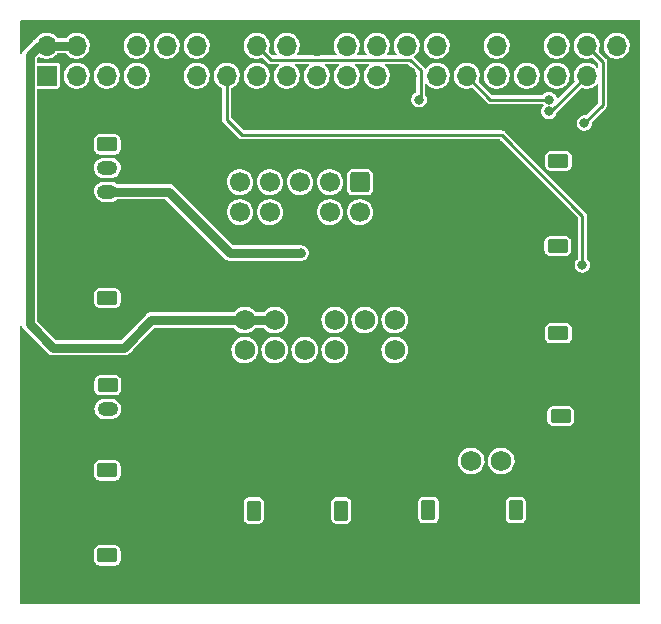
<source format=gbr>
%TF.GenerationSoftware,KiCad,Pcbnew,(5.99.0-12181-g5e8b23af64)*%
%TF.CreationDate,2021-11-12T15:18:20+01:00*%
%TF.ProjectId,phoniebox_shield,70686f6e-6965-4626-9f78-5f736869656c,rev?*%
%TF.SameCoordinates,Original*%
%TF.FileFunction,Copper,L2,Bot*%
%TF.FilePolarity,Positive*%
%FSLAX46Y46*%
G04 Gerber Fmt 4.6, Leading zero omitted, Abs format (unit mm)*
G04 Created by KiCad (PCBNEW (5.99.0-12181-g5e8b23af64)) date 2021-11-12 15:18:20*
%MOMM*%
%LPD*%
G01*
G04 APERTURE LIST*
G04 Aperture macros list*
%AMRoundRect*
0 Rectangle with rounded corners*
0 $1 Rounding radius*
0 $2 $3 $4 $5 $6 $7 $8 $9 X,Y pos of 4 corners*
0 Add a 4 corners polygon primitive as box body*
4,1,4,$2,$3,$4,$5,$6,$7,$8,$9,$2,$3,0*
0 Add four circle primitives for the rounded corners*
1,1,$1+$1,$2,$3*
1,1,$1+$1,$4,$5*
1,1,$1+$1,$6,$7*
1,1,$1+$1,$8,$9*
0 Add four rect primitives between the rounded corners*
20,1,$1+$1,$2,$3,$4,$5,0*
20,1,$1+$1,$4,$5,$6,$7,0*
20,1,$1+$1,$6,$7,$8,$9,0*
20,1,$1+$1,$8,$9,$2,$3,0*%
G04 Aperture macros list end*
%TA.AperFunction,ComponentPad*%
%ADD10C,1.750000*%
%TD*%
%TA.AperFunction,ComponentPad*%
%ADD11RoundRect,0.250000X-0.625000X0.350000X-0.625000X-0.350000X0.625000X-0.350000X0.625000X0.350000X0*%
%TD*%
%TA.AperFunction,ComponentPad*%
%ADD12O,1.750000X1.200000*%
%TD*%
%TA.AperFunction,ComponentPad*%
%ADD13RoundRect,0.250000X-0.350000X-0.625000X0.350000X-0.625000X0.350000X0.625000X-0.350000X0.625000X0*%
%TD*%
%TA.AperFunction,ComponentPad*%
%ADD14O,1.200000X1.750000*%
%TD*%
%TA.AperFunction,ComponentPad*%
%ADD15RoundRect,0.250000X0.625000X-0.350000X0.625000X0.350000X-0.625000X0.350000X-0.625000X-0.350000X0*%
%TD*%
%TA.AperFunction,ComponentPad*%
%ADD16RoundRect,0.250000X-0.600000X0.600000X-0.600000X-0.600000X0.600000X-0.600000X0.600000X0.600000X0*%
%TD*%
%TA.AperFunction,ComponentPad*%
%ADD17C,1.700000*%
%TD*%
%TA.AperFunction,ComponentPad*%
%ADD18R,1.700000X1.700000*%
%TD*%
%TA.AperFunction,ComponentPad*%
%ADD19O,1.700000X1.700000*%
%TD*%
%TA.AperFunction,ViaPad*%
%ADD20C,0.800000*%
%TD*%
%TA.AperFunction,Conductor*%
%ADD21C,0.800000*%
%TD*%
%TA.AperFunction,Conductor*%
%ADD22C,0.250000*%
%TD*%
G04 APERTURE END LIST*
D10*
%TO.P,U101,1,+5V*%
%TO.N,+5V*%
X99250000Y-105660000D03*
%TO.P,U101,2,+5V*%
X101790000Y-105660000D03*
%TO.P,U101,3,GND*%
%TO.N,GND*%
X104330000Y-105660000D03*
%TO.P,U101,4,X*%
%TO.N,N/C*%
X106870000Y-105660000D03*
%TO.P,U101,5,X*%
X109410000Y-105660000D03*
%TO.P,U101,6,X*%
X111950000Y-105660000D03*
%TO.P,U101,7,X*%
X99250000Y-108200000D03*
%TO.P,U101,8,X*%
X101790000Y-108200000D03*
%TO.P,U101,9,X*%
X104330000Y-108200000D03*
%TO.P,U101,10,Cut_Power*%
%TO.N,Net-(J101-Pad7)*%
X106870000Y-108200000D03*
%TO.P,U101,11,GND*%
%TO.N,GND*%
X109410000Y-108200000D03*
%TO.P,U101,12,Trigger*%
%TO.N,Net-(J101-Pad11)*%
X111950000Y-108200000D03*
%TO.P,U101,13,BTN*%
%TO.N,Net-(J111-Pad2)*%
X120950000Y-117600000D03*
%TO.P,U101,14,BTN*%
%TO.N,Net-(J111-Pad1)*%
X118410000Y-117600000D03*
%TD*%
D11*
%TO.P,J103,1,Pin_1*%
%TO.N,/SDA*%
X87600000Y-90800000D03*
D12*
%TO.P,J103,2,Pin_2*%
%TO.N,/SCL*%
X87600000Y-92800000D03*
%TO.P,J103,3,Pin_3*%
%TO.N,+3V3*%
X87600000Y-94800000D03*
%TO.P,J103,4,Pin_4*%
%TO.N,GND*%
X87600000Y-96800000D03*
%TD*%
D13*
%TO.P,J115,1,Pin_1*%
%TO.N,Net-(J115-Pad1)*%
X122200000Y-121750000D03*
D14*
%TO.P,J115,2,Pin_2*%
%TO.N,GND*%
X124200000Y-121750000D03*
%TD*%
D13*
%TO.P,J114,1,Pin_1*%
%TO.N,Net-(J114-Pad1)*%
X114800000Y-121750000D03*
D14*
%TO.P,J114,2,Pin_2*%
%TO.N,GND*%
X116800000Y-121750000D03*
%TD*%
D13*
%TO.P,J113,1,Pin_1*%
%TO.N,Net-(J113-Pad1)*%
X107400000Y-121800000D03*
D14*
%TO.P,J113,2,Pin_2*%
%TO.N,GND*%
X109400000Y-121800000D03*
%TD*%
D13*
%TO.P,J112,1,Pin_1*%
%TO.N,Net-(J112-Pad1)*%
X100000000Y-121800000D03*
D14*
%TO.P,J112,2,Pin_2*%
%TO.N,GND*%
X102000000Y-121800000D03*
%TD*%
D11*
%TO.P,J111,1,Pin_1*%
%TO.N,Net-(J111-Pad1)*%
X87650000Y-111200000D03*
D12*
%TO.P,J111,2,Pin_2*%
%TO.N,Net-(J111-Pad2)*%
X87650000Y-113200000D03*
%TD*%
D11*
%TO.P,J110,1,Pin_1*%
%TO.N,Net-(J110-Pad1)*%
X87600000Y-103800000D03*
D12*
%TO.P,J110,2,Pin_2*%
%TO.N,GND*%
X87600000Y-105800000D03*
%TD*%
D15*
%TO.P,J109,1,Pin_1*%
%TO.N,Net-(J109-Pad1)*%
X125750000Y-99400000D03*
D12*
%TO.P,J109,2,Pin_2*%
%TO.N,GND*%
X125750000Y-97400000D03*
%TD*%
D15*
%TO.P,J108,1,Pin_1*%
%TO.N,Net-(J108-Pad1)*%
X125800000Y-92200000D03*
D12*
%TO.P,J108,2,Pin_2*%
%TO.N,GND*%
X125800000Y-90200000D03*
%TD*%
D15*
%TO.P,J107,1,Pin_1*%
%TO.N,Net-(J107-Pad1)*%
X126000000Y-113800000D03*
D12*
%TO.P,J107,2,Pin_2*%
%TO.N,GND*%
X126000000Y-111800000D03*
%TD*%
D15*
%TO.P,J106,1,Pin_1*%
%TO.N,Net-(J106-Pad1)*%
X125800000Y-106800000D03*
D12*
%TO.P,J106,2,Pin_2*%
%TO.N,GND*%
X125800000Y-104800000D03*
%TD*%
D11*
%TO.P,J105,1,Pin_1*%
%TO.N,Net-(J105-Pad1)*%
X87600000Y-125600000D03*
D12*
%TO.P,J105,2,Pin_2*%
%TO.N,GND*%
X87600000Y-127600000D03*
%TD*%
%TO.P,J104,2,Pin_2*%
%TO.N,GND*%
X87600000Y-120400000D03*
D11*
%TO.P,J104,1,Pin_1*%
%TO.N,Net-(J104-Pad1)*%
X87600000Y-118400000D03*
%TD*%
D16*
%TO.P,J102,1,Pin_1*%
%TO.N,/\u005CCE*%
X109000000Y-94000000D03*
D17*
%TO.P,J102,3,Pin_3*%
%TO.N,/MOSI*%
X106460000Y-94000000D03*
%TO.P,J102,5,Pin_5*%
%TO.N,/IRQ*%
X103920000Y-94000000D03*
%TO.P,J102,7,Pin_7*%
%TO.N,/RST*%
X101380000Y-94000000D03*
%TO.P,J102,9*%
%TO.N,N/C*%
X98840000Y-94000000D03*
%TO.P,J102,2,Pin_2*%
%TO.N,/SCLK*%
X109000000Y-96540000D03*
%TO.P,J102,4,Pin_4*%
%TO.N,/MISO*%
X106460000Y-96540000D03*
%TO.P,J102,6,Pin_6*%
%TO.N,GND*%
X103920000Y-96540000D03*
%TO.P,J102,8,Pin_8*%
%TO.N,+3V3*%
X101380000Y-96540000D03*
%TO.P,J102,10*%
%TO.N,N/C*%
X98840000Y-96540000D03*
%TD*%
D18*
%TO.P,J101,1,3V3*%
%TO.N,+3V3*%
X82470000Y-84980000D03*
D19*
%TO.P,J101,2,5V*%
%TO.N,+5V*%
X82470000Y-82440000D03*
%TO.P,J101,3,SDA/GPIO2*%
%TO.N,/SDA*%
X85010000Y-84980000D03*
%TO.P,J101,4,5V*%
%TO.N,+5V*%
X85010000Y-82440000D03*
%TO.P,J101,5,SCL/GPIO3*%
%TO.N,/SCL*%
X87550000Y-84980000D03*
%TO.P,J101,6,GND*%
%TO.N,GND*%
X87550000Y-82440000D03*
%TO.P,J101,7,GCLK0/GPIO4*%
%TO.N,Net-(J101-Pad7)*%
X90090000Y-84980000D03*
%TO.P,J101,8,GPIO14/TXD*%
%TO.N,N/C*%
X90090000Y-82440000D03*
%TO.P,J101,9,GND*%
%TO.N,GND*%
X92630000Y-84980000D03*
%TO.P,J101,10,GPIO15/RXD*%
%TO.N,N/C*%
X92630000Y-82440000D03*
%TO.P,J101,11,GPIO17*%
%TO.N,Net-(J101-Pad11)*%
X95170000Y-84980000D03*
%TO.P,J101,12,GPIO18/PWM0*%
%TO.N,N/C*%
X95170000Y-82440000D03*
%TO.P,J101,13,GPIO27*%
%TO.N,PREV_BTN*%
X97710000Y-84980000D03*
%TO.P,J101,14,GND*%
%TO.N,GND*%
X97710000Y-82440000D03*
%TO.P,J101,15,GPIO22*%
%TO.N,/RST*%
X100250000Y-84980000D03*
%TO.P,J101,16,GPIO23*%
%TO.N,VOL_DWN_LED*%
X100250000Y-82440000D03*
%TO.P,J101,17,3V3*%
%TO.N,+3V3*%
X102790000Y-84980000D03*
%TO.P,J101,18,GPIO24*%
%TO.N,/IRQ*%
X102790000Y-82440000D03*
%TO.P,J101,19,MOSI0/GPIO10*%
%TO.N,/MOSI*%
X105330000Y-84980000D03*
%TO.P,J101,20,GND*%
%TO.N,GND*%
X105330000Y-82440000D03*
%TO.P,J101,21,MISO0/GPIO9*%
%TO.N,/MISO*%
X107870000Y-84980000D03*
%TO.P,J101,22,GPIO25*%
%TO.N,PWR_LED*%
X107870000Y-82440000D03*
%TO.P,J101,23,SCLK0/GPIO11*%
%TO.N,/SCLK*%
X110410000Y-84980000D03*
%TO.P,J101,24,~{CE0}/GPIO8*%
%TO.N,/\u005CCE*%
X110410000Y-82440000D03*
%TO.P,J101,25,GND*%
%TO.N,GND*%
X112950000Y-84980000D03*
%TO.P,J101,26,~{CE1}/GPIO7*%
%TO.N,VOL_UP_BTN*%
X112950000Y-82440000D03*
%TO.P,J101,27,ID_SD/GPIO0*%
%TO.N,N/C*%
X115490000Y-84980000D03*
%TO.P,J101,28,ID_SC/GPIO1*%
X115490000Y-82440000D03*
%TO.P,J101,29,GCLK1/GPIO5*%
%TO.N,PREV_LED*%
X118030000Y-84980000D03*
%TO.P,J101,30,GND*%
%TO.N,GND*%
X118030000Y-82440000D03*
%TO.P,J101,31,GCLK2/GPIO6*%
%TO.N,PLAY_LED*%
X120570000Y-84980000D03*
%TO.P,J101,32,PWM0/GPIO12*%
%TO.N,PLAY_BTN*%
X120570000Y-82440000D03*
%TO.P,J101,33,PWM1/GPIO13*%
%TO.N,VOL_DWN_BTN*%
X123110000Y-84980000D03*
%TO.P,J101,34,GND*%
%TO.N,GND*%
X123110000Y-82440000D03*
%TO.P,J101,35,GPIO19/MISO1*%
%TO.N,NEXT_LED*%
X125650000Y-84980000D03*
%TO.P,J101,36,GPIO16*%
%TO.N,N/C*%
X125650000Y-82440000D03*
%TO.P,J101,37,GPIO26*%
%TO.N,VOL_UP_LED*%
X128190000Y-84980000D03*
%TO.P,J101,38,GPIO20/MOSI1*%
%TO.N,NEXT_BTN*%
X128190000Y-82440000D03*
%TO.P,J101,39,GND*%
%TO.N,GND*%
X130730000Y-84980000D03*
%TO.P,J101,40,GPIO21/SCLK1*%
%TO.N,N/C*%
X130730000Y-82440000D03*
%TD*%
D20*
%TO.N,+3V3*%
X104000000Y-100000000D03*
%TO.N,PREV_BTN*%
X127825980Y-101000000D03*
%TO.N,VOL_UP_LED*%
X125000000Y-88000000D03*
%TO.N,NEXT_BTN*%
X128000000Y-89000000D03*
%TO.N,PREV_LED*%
X125000000Y-87000000D03*
%TO.N,VOL_DWN_LED*%
X114000000Y-87000000D03*
%TD*%
D21*
%TO.N,+3V3*%
X103000000Y-100000000D02*
X104000000Y-100000000D01*
X92800000Y-94800000D02*
X98000000Y-100000000D01*
X87600000Y-94800000D02*
X92800000Y-94800000D01*
X98000000Y-100000000D02*
X103000000Y-100000000D01*
D22*
%TO.N,PREV_BTN*%
X97710000Y-88710000D02*
X97710000Y-84980000D01*
X121000000Y-90000000D02*
X99000000Y-90000000D01*
X127825980Y-101000000D02*
X127825980Y-96825980D01*
X99000000Y-90000000D02*
X97710000Y-88710000D01*
X127825980Y-96825980D02*
X121000000Y-90000000D01*
%TO.N,VOL_DWN_LED*%
X101424511Y-83614511D02*
X100250000Y-82440000D01*
X113245521Y-83614511D02*
X101424511Y-83614511D01*
X114124511Y-86875489D02*
X114124511Y-84493501D01*
X114000000Y-87000000D02*
X114124511Y-86875489D01*
X114124511Y-84493501D02*
X113245521Y-83614511D01*
%TO.N,VOL_UP_LED*%
X125170000Y-88000000D02*
X128190000Y-84980000D01*
X125000000Y-88000000D02*
X125170000Y-88000000D01*
%TO.N,NEXT_BTN*%
X129555489Y-87444511D02*
X129555489Y-83805489D01*
X129555489Y-83805489D02*
X128190000Y-82440000D01*
X128000000Y-89000000D02*
X129555489Y-87444511D01*
%TO.N,PREV_LED*%
X125000000Y-87000000D02*
X120050000Y-87000000D01*
X120050000Y-87000000D02*
X118030000Y-84980000D01*
D21*
%TO.N,+5V*%
X81827919Y-82440000D02*
X82470000Y-82440000D01*
X81020489Y-106020489D02*
X81020489Y-83247430D01*
X83000000Y-108000000D02*
X81020489Y-106020489D01*
X89000000Y-108000000D02*
X83000000Y-108000000D01*
X81020489Y-83247430D02*
X81827919Y-82440000D01*
X91340000Y-105660000D02*
X89000000Y-108000000D01*
X99250000Y-105660000D02*
X91340000Y-105660000D01*
X99250000Y-105660000D02*
X101790000Y-105660000D01*
X85010000Y-82440000D02*
X82470000Y-82440000D01*
%TD*%
%TA.AperFunction,Conductor*%
%TO.N,GND*%
G36*
X132727548Y-80272452D02*
G01*
X132746000Y-80317000D01*
X132746000Y-129683000D01*
X132727548Y-129727548D01*
X132683000Y-129746000D01*
X80317000Y-129746000D01*
X80272452Y-129727548D01*
X80254000Y-129683000D01*
X80254000Y-125202244D01*
X86470500Y-125202244D01*
X86470500Y-125997756D01*
X86477202Y-126059448D01*
X86478589Y-126063148D01*
X86478590Y-126063152D01*
X86526353Y-126190561D01*
X86527929Y-126194764D01*
X86614596Y-126310404D01*
X86730236Y-126397071D01*
X86734437Y-126398646D01*
X86734439Y-126398647D01*
X86861848Y-126446410D01*
X86861852Y-126446411D01*
X86865552Y-126447798D01*
X86927244Y-126454500D01*
X88272756Y-126454500D01*
X88334448Y-126447798D01*
X88338148Y-126446411D01*
X88338152Y-126446410D01*
X88465561Y-126398647D01*
X88465563Y-126398646D01*
X88469764Y-126397071D01*
X88585404Y-126310404D01*
X88672071Y-126194764D01*
X88673647Y-126190561D01*
X88721410Y-126063152D01*
X88721411Y-126063148D01*
X88722798Y-126059448D01*
X88729500Y-125997756D01*
X88729500Y-125202244D01*
X88722798Y-125140552D01*
X88721411Y-125136852D01*
X88721410Y-125136848D01*
X88673647Y-125009439D01*
X88673646Y-125009437D01*
X88672071Y-125005236D01*
X88585404Y-124889596D01*
X88469764Y-124802929D01*
X88465563Y-124801354D01*
X88465561Y-124801353D01*
X88338152Y-124753590D01*
X88338148Y-124753589D01*
X88334448Y-124752202D01*
X88272756Y-124745500D01*
X86927244Y-124745500D01*
X86865552Y-124752202D01*
X86861852Y-124753589D01*
X86861848Y-124753590D01*
X86734439Y-124801353D01*
X86734437Y-124801354D01*
X86730236Y-124802929D01*
X86614596Y-124889596D01*
X86527929Y-125005236D01*
X86526354Y-125009437D01*
X86526353Y-125009439D01*
X86478590Y-125136848D01*
X86478589Y-125136852D01*
X86477202Y-125140552D01*
X86470500Y-125202244D01*
X80254000Y-125202244D01*
X80254000Y-121127244D01*
X99145500Y-121127244D01*
X99145500Y-122472756D01*
X99152202Y-122534448D01*
X99153589Y-122538148D01*
X99153590Y-122538152D01*
X99201353Y-122665561D01*
X99202929Y-122669764D01*
X99289596Y-122785404D01*
X99405236Y-122872071D01*
X99409437Y-122873646D01*
X99409439Y-122873647D01*
X99536848Y-122921410D01*
X99536852Y-122921411D01*
X99540552Y-122922798D01*
X99602244Y-122929500D01*
X100397756Y-122929500D01*
X100459448Y-122922798D01*
X100463148Y-122921411D01*
X100463152Y-122921410D01*
X100590561Y-122873647D01*
X100590563Y-122873646D01*
X100594764Y-122872071D01*
X100710404Y-122785404D01*
X100797071Y-122669764D01*
X100798647Y-122665561D01*
X100846410Y-122538152D01*
X100846411Y-122538148D01*
X100847798Y-122534448D01*
X100854500Y-122472756D01*
X100854500Y-121127244D01*
X106545500Y-121127244D01*
X106545500Y-122472756D01*
X106552202Y-122534448D01*
X106553589Y-122538148D01*
X106553590Y-122538152D01*
X106601353Y-122665561D01*
X106602929Y-122669764D01*
X106689596Y-122785404D01*
X106805236Y-122872071D01*
X106809437Y-122873646D01*
X106809439Y-122873647D01*
X106936848Y-122921410D01*
X106936852Y-122921411D01*
X106940552Y-122922798D01*
X107002244Y-122929500D01*
X107797756Y-122929500D01*
X107859448Y-122922798D01*
X107863148Y-122921411D01*
X107863152Y-122921410D01*
X107990561Y-122873647D01*
X107990563Y-122873646D01*
X107994764Y-122872071D01*
X108110404Y-122785404D01*
X108197071Y-122669764D01*
X108198647Y-122665561D01*
X108246410Y-122538152D01*
X108246411Y-122538148D01*
X108247798Y-122534448D01*
X108254500Y-122472756D01*
X108254500Y-121127244D01*
X108249068Y-121077244D01*
X113945500Y-121077244D01*
X113945500Y-122422756D01*
X113952202Y-122484448D01*
X113953589Y-122488148D01*
X113953590Y-122488152D01*
X113972334Y-122538152D01*
X114002929Y-122619764D01*
X114089596Y-122735404D01*
X114205236Y-122822071D01*
X114209437Y-122823646D01*
X114209439Y-122823647D01*
X114336848Y-122871410D01*
X114336852Y-122871411D01*
X114340552Y-122872798D01*
X114402244Y-122879500D01*
X115197756Y-122879500D01*
X115259448Y-122872798D01*
X115263148Y-122871411D01*
X115263152Y-122871410D01*
X115390561Y-122823647D01*
X115390563Y-122823646D01*
X115394764Y-122822071D01*
X115510404Y-122735404D01*
X115597071Y-122619764D01*
X115627666Y-122538152D01*
X115646410Y-122488152D01*
X115646411Y-122488148D01*
X115647798Y-122484448D01*
X115654500Y-122422756D01*
X115654500Y-121077244D01*
X121345500Y-121077244D01*
X121345500Y-122422756D01*
X121352202Y-122484448D01*
X121353589Y-122488148D01*
X121353590Y-122488152D01*
X121372334Y-122538152D01*
X121402929Y-122619764D01*
X121489596Y-122735404D01*
X121605236Y-122822071D01*
X121609437Y-122823646D01*
X121609439Y-122823647D01*
X121736848Y-122871410D01*
X121736852Y-122871411D01*
X121740552Y-122872798D01*
X121802244Y-122879500D01*
X122597756Y-122879500D01*
X122659448Y-122872798D01*
X122663148Y-122871411D01*
X122663152Y-122871410D01*
X122790561Y-122823647D01*
X122790563Y-122823646D01*
X122794764Y-122822071D01*
X122910404Y-122735404D01*
X122997071Y-122619764D01*
X123027666Y-122538152D01*
X123046410Y-122488152D01*
X123046411Y-122488148D01*
X123047798Y-122484448D01*
X123054500Y-122422756D01*
X123054500Y-121077244D01*
X123047798Y-121015552D01*
X123046411Y-121011852D01*
X123046410Y-121011848D01*
X122998647Y-120884439D01*
X122998646Y-120884437D01*
X122997071Y-120880236D01*
X122910404Y-120764596D01*
X122794764Y-120677929D01*
X122790563Y-120676354D01*
X122790561Y-120676353D01*
X122663152Y-120628590D01*
X122663148Y-120628589D01*
X122659448Y-120627202D01*
X122597756Y-120620500D01*
X121802244Y-120620500D01*
X121740552Y-120627202D01*
X121736852Y-120628589D01*
X121736848Y-120628590D01*
X121609439Y-120676353D01*
X121609437Y-120676354D01*
X121605236Y-120677929D01*
X121489596Y-120764596D01*
X121402929Y-120880236D01*
X121401354Y-120884437D01*
X121401353Y-120884439D01*
X121353590Y-121011848D01*
X121353589Y-121011852D01*
X121352202Y-121015552D01*
X121345500Y-121077244D01*
X115654500Y-121077244D01*
X115647798Y-121015552D01*
X115646411Y-121011852D01*
X115646410Y-121011848D01*
X115598647Y-120884439D01*
X115598646Y-120884437D01*
X115597071Y-120880236D01*
X115510404Y-120764596D01*
X115394764Y-120677929D01*
X115390563Y-120676354D01*
X115390561Y-120676353D01*
X115263152Y-120628590D01*
X115263148Y-120628589D01*
X115259448Y-120627202D01*
X115197756Y-120620500D01*
X114402244Y-120620500D01*
X114340552Y-120627202D01*
X114336852Y-120628589D01*
X114336848Y-120628590D01*
X114209439Y-120676353D01*
X114209437Y-120676354D01*
X114205236Y-120677929D01*
X114089596Y-120764596D01*
X114002929Y-120880236D01*
X114001354Y-120884437D01*
X114001353Y-120884439D01*
X113953590Y-121011848D01*
X113953589Y-121011852D01*
X113952202Y-121015552D01*
X113945500Y-121077244D01*
X108249068Y-121077244D01*
X108247798Y-121065552D01*
X108246411Y-121061852D01*
X108246410Y-121061848D01*
X108198647Y-120934439D01*
X108198646Y-120934437D01*
X108197071Y-120930236D01*
X108110404Y-120814596D01*
X107994764Y-120727929D01*
X107990563Y-120726354D01*
X107990561Y-120726353D01*
X107863152Y-120678590D01*
X107863148Y-120678589D01*
X107859448Y-120677202D01*
X107797756Y-120670500D01*
X107002244Y-120670500D01*
X106940552Y-120677202D01*
X106936852Y-120678589D01*
X106936848Y-120678590D01*
X106809439Y-120726353D01*
X106809437Y-120726354D01*
X106805236Y-120727929D01*
X106689596Y-120814596D01*
X106602929Y-120930236D01*
X106601354Y-120934437D01*
X106601353Y-120934439D01*
X106553590Y-121061848D01*
X106553589Y-121061852D01*
X106552202Y-121065552D01*
X106545500Y-121127244D01*
X100854500Y-121127244D01*
X100847798Y-121065552D01*
X100846411Y-121061852D01*
X100846410Y-121061848D01*
X100798647Y-120934439D01*
X100798646Y-120934437D01*
X100797071Y-120930236D01*
X100710404Y-120814596D01*
X100594764Y-120727929D01*
X100590563Y-120726354D01*
X100590561Y-120726353D01*
X100463152Y-120678590D01*
X100463148Y-120678589D01*
X100459448Y-120677202D01*
X100397756Y-120670500D01*
X99602244Y-120670500D01*
X99540552Y-120677202D01*
X99536852Y-120678589D01*
X99536848Y-120678590D01*
X99409439Y-120726353D01*
X99409437Y-120726354D01*
X99405236Y-120727929D01*
X99289596Y-120814596D01*
X99202929Y-120930236D01*
X99201354Y-120934437D01*
X99201353Y-120934439D01*
X99153590Y-121061848D01*
X99153589Y-121061852D01*
X99152202Y-121065552D01*
X99145500Y-121127244D01*
X80254000Y-121127244D01*
X80254000Y-118002244D01*
X86470500Y-118002244D01*
X86470500Y-118797756D01*
X86477202Y-118859448D01*
X86478589Y-118863148D01*
X86478590Y-118863152D01*
X86526353Y-118990561D01*
X86527929Y-118994764D01*
X86614596Y-119110404D01*
X86730236Y-119197071D01*
X86734437Y-119198646D01*
X86734439Y-119198647D01*
X86861848Y-119246410D01*
X86861852Y-119246411D01*
X86865552Y-119247798D01*
X86927244Y-119254500D01*
X88272756Y-119254500D01*
X88334448Y-119247798D01*
X88338148Y-119246411D01*
X88338152Y-119246410D01*
X88465561Y-119198647D01*
X88465563Y-119198646D01*
X88469764Y-119197071D01*
X88585404Y-119110404D01*
X88672071Y-118994764D01*
X88673647Y-118990561D01*
X88721410Y-118863152D01*
X88721411Y-118863148D01*
X88722798Y-118859448D01*
X88729500Y-118797756D01*
X88729500Y-118002244D01*
X88722798Y-117940552D01*
X88721411Y-117936852D01*
X88721410Y-117936848D01*
X88673647Y-117809439D01*
X88673646Y-117809437D01*
X88672071Y-117805236D01*
X88585404Y-117689596D01*
X88469764Y-117602929D01*
X88465563Y-117601354D01*
X88465561Y-117601353D01*
X88382742Y-117570306D01*
X117276050Y-117570306D01*
X117289627Y-117777450D01*
X117290336Y-117780243D01*
X117290337Y-117780247D01*
X117330109Y-117936848D01*
X117340725Y-117978650D01*
X117427634Y-118167169D01*
X117547442Y-118336694D01*
X117549511Y-118338710D01*
X117549514Y-118338713D01*
X117612301Y-118399877D01*
X117696137Y-118481547D01*
X117868740Y-118596877D01*
X118059470Y-118678820D01*
X118261939Y-118724635D01*
X118264827Y-118724748D01*
X118264831Y-118724749D01*
X118365653Y-118728710D01*
X118469367Y-118732784D01*
X118674806Y-118702997D01*
X118871377Y-118636270D01*
X118915239Y-118611706D01*
X119049976Y-118536250D01*
X119049977Y-118536249D01*
X119052497Y-118534838D01*
X119212099Y-118402099D01*
X119266496Y-118336694D01*
X119342992Y-118244717D01*
X119342994Y-118244715D01*
X119344838Y-118242497D01*
X119446270Y-118061377D01*
X119512997Y-117864806D01*
X119542784Y-117659367D01*
X119544192Y-117605621D01*
X119544291Y-117601851D01*
X119544291Y-117601843D01*
X119544339Y-117600000D01*
X119541610Y-117570306D01*
X119816050Y-117570306D01*
X119829627Y-117777450D01*
X119830336Y-117780243D01*
X119830337Y-117780247D01*
X119870109Y-117936848D01*
X119880725Y-117978650D01*
X119967634Y-118167169D01*
X120087442Y-118336694D01*
X120089511Y-118338710D01*
X120089514Y-118338713D01*
X120152301Y-118399877D01*
X120236137Y-118481547D01*
X120408740Y-118596877D01*
X120599470Y-118678820D01*
X120801939Y-118724635D01*
X120804827Y-118724748D01*
X120804831Y-118724749D01*
X120905653Y-118728710D01*
X121009367Y-118732784D01*
X121214806Y-118702997D01*
X121411377Y-118636270D01*
X121455239Y-118611706D01*
X121589976Y-118536250D01*
X121589977Y-118536249D01*
X121592497Y-118534838D01*
X121752099Y-118402099D01*
X121806496Y-118336694D01*
X121882992Y-118244717D01*
X121882994Y-118244715D01*
X121884838Y-118242497D01*
X121986270Y-118061377D01*
X122052997Y-117864806D01*
X122082784Y-117659367D01*
X122084192Y-117605621D01*
X122084291Y-117601851D01*
X122084291Y-117601843D01*
X122084339Y-117600000D01*
X122065344Y-117393283D01*
X122056111Y-117360544D01*
X122009781Y-117196267D01*
X122009779Y-117196262D01*
X122008997Y-117193489D01*
X121917183Y-117007310D01*
X121792978Y-116840979D01*
X121702824Y-116757641D01*
X121642665Y-116702030D01*
X121642662Y-116702028D01*
X121640542Y-116700068D01*
X121638101Y-116698528D01*
X121638096Y-116698524D01*
X121545718Y-116640239D01*
X121464979Y-116589297D01*
X121272170Y-116512373D01*
X121269339Y-116511810D01*
X121269336Y-116511809D01*
X121071402Y-116472438D01*
X121071401Y-116472438D01*
X121068571Y-116471875D01*
X121065692Y-116471837D01*
X121065689Y-116471837D01*
X120944698Y-116470254D01*
X120861001Y-116469158D01*
X120725338Y-116492469D01*
X120659256Y-116503824D01*
X120659255Y-116503824D01*
X120656411Y-116504313D01*
X120653706Y-116505311D01*
X120653702Y-116505312D01*
X120570333Y-116536069D01*
X120461654Y-116576162D01*
X120283252Y-116682300D01*
X120127180Y-116819173D01*
X119998663Y-116982195D01*
X119902007Y-117165907D01*
X119901151Y-117168665D01*
X119901149Y-117168669D01*
X119892580Y-117196267D01*
X119840449Y-117364158D01*
X119837002Y-117393283D01*
X119818193Y-117552202D01*
X119816050Y-117570306D01*
X119541610Y-117570306D01*
X119525344Y-117393283D01*
X119516111Y-117360544D01*
X119469781Y-117196267D01*
X119469779Y-117196262D01*
X119468997Y-117193489D01*
X119377183Y-117007310D01*
X119252978Y-116840979D01*
X119162824Y-116757641D01*
X119102665Y-116702030D01*
X119102662Y-116702028D01*
X119100542Y-116700068D01*
X119098101Y-116698528D01*
X119098096Y-116698524D01*
X119005718Y-116640239D01*
X118924979Y-116589297D01*
X118732170Y-116512373D01*
X118729339Y-116511810D01*
X118729336Y-116511809D01*
X118531402Y-116472438D01*
X118531401Y-116472438D01*
X118528571Y-116471875D01*
X118525692Y-116471837D01*
X118525689Y-116471837D01*
X118404698Y-116470254D01*
X118321001Y-116469158D01*
X118185338Y-116492469D01*
X118119256Y-116503824D01*
X118119255Y-116503824D01*
X118116411Y-116504313D01*
X118113706Y-116505311D01*
X118113702Y-116505312D01*
X118030333Y-116536069D01*
X117921654Y-116576162D01*
X117743252Y-116682300D01*
X117587180Y-116819173D01*
X117458663Y-116982195D01*
X117362007Y-117165907D01*
X117361151Y-117168665D01*
X117361149Y-117168669D01*
X117352580Y-117196267D01*
X117300449Y-117364158D01*
X117297002Y-117393283D01*
X117278193Y-117552202D01*
X117276050Y-117570306D01*
X88382742Y-117570306D01*
X88338152Y-117553590D01*
X88338148Y-117553589D01*
X88334448Y-117552202D01*
X88272756Y-117545500D01*
X86927244Y-117545500D01*
X86865552Y-117552202D01*
X86861852Y-117553589D01*
X86861848Y-117553590D01*
X86734439Y-117601353D01*
X86734437Y-117601354D01*
X86730236Y-117602929D01*
X86614596Y-117689596D01*
X86527929Y-117805236D01*
X86526354Y-117809437D01*
X86526353Y-117809439D01*
X86478590Y-117936848D01*
X86478589Y-117936852D01*
X86477202Y-117940552D01*
X86470500Y-118002244D01*
X80254000Y-118002244D01*
X80254000Y-113152019D01*
X86516801Y-113152019D01*
X86526518Y-113337424D01*
X86575821Y-113516417D01*
X86662410Y-113680648D01*
X86782245Y-113822454D01*
X86929736Y-113935219D01*
X86932828Y-113936661D01*
X86932830Y-113936662D01*
X87094907Y-114012240D01*
X87094909Y-114012241D01*
X87098000Y-114013682D01*
X87279188Y-114054182D01*
X87284876Y-114054500D01*
X87971385Y-114054500D01*
X87973067Y-114054317D01*
X87973072Y-114054317D01*
X88106180Y-114039857D01*
X88106184Y-114039856D01*
X88109573Y-114039488D01*
X88285535Y-113980270D01*
X88358112Y-113936662D01*
X88441755Y-113886405D01*
X88441757Y-113886404D01*
X88444677Y-113884649D01*
X88579572Y-113757084D01*
X88683928Y-113603529D01*
X88752876Y-113431147D01*
X88757661Y-113402244D01*
X124870500Y-113402244D01*
X124870500Y-114197756D01*
X124877202Y-114259448D01*
X124878589Y-114263148D01*
X124878590Y-114263152D01*
X124926353Y-114390561D01*
X124927929Y-114394764D01*
X125014596Y-114510404D01*
X125130236Y-114597071D01*
X125134437Y-114598646D01*
X125134439Y-114598647D01*
X125261848Y-114646410D01*
X125261852Y-114646411D01*
X125265552Y-114647798D01*
X125327244Y-114654500D01*
X126672756Y-114654500D01*
X126734448Y-114647798D01*
X126738148Y-114646411D01*
X126738152Y-114646410D01*
X126865561Y-114598647D01*
X126865563Y-114598646D01*
X126869764Y-114597071D01*
X126985404Y-114510404D01*
X127072071Y-114394764D01*
X127073647Y-114390561D01*
X127121410Y-114263152D01*
X127121411Y-114263148D01*
X127122798Y-114259448D01*
X127129500Y-114197756D01*
X127129500Y-113402244D01*
X127122798Y-113340552D01*
X127121411Y-113336852D01*
X127121410Y-113336848D01*
X127073647Y-113209439D01*
X127073646Y-113209437D01*
X127072071Y-113205236D01*
X126985404Y-113089596D01*
X126869764Y-113002929D01*
X126865563Y-113001354D01*
X126865561Y-113001353D01*
X126738152Y-112953590D01*
X126738148Y-112953589D01*
X126734448Y-112952202D01*
X126672756Y-112945500D01*
X125327244Y-112945500D01*
X125265552Y-112952202D01*
X125261852Y-112953589D01*
X125261848Y-112953590D01*
X125134439Y-113001353D01*
X125134437Y-113001354D01*
X125130236Y-113002929D01*
X125014596Y-113089596D01*
X124927929Y-113205236D01*
X124926354Y-113209437D01*
X124926353Y-113209439D01*
X124878590Y-113336848D01*
X124878589Y-113336852D01*
X124877202Y-113340552D01*
X124870500Y-113402244D01*
X88757661Y-113402244D01*
X88783199Y-113247981D01*
X88773482Y-113062576D01*
X88724179Y-112883583D01*
X88637590Y-112719352D01*
X88517755Y-112577546D01*
X88370264Y-112464781D01*
X88367172Y-112463339D01*
X88367170Y-112463338D01*
X88205093Y-112387760D01*
X88205091Y-112387759D01*
X88202000Y-112386318D01*
X88020812Y-112345818D01*
X88015124Y-112345500D01*
X87328615Y-112345500D01*
X87326933Y-112345683D01*
X87326928Y-112345683D01*
X87193820Y-112360143D01*
X87193816Y-112360144D01*
X87190427Y-112360512D01*
X87014465Y-112419730D01*
X87011540Y-112421488D01*
X87011539Y-112421488D01*
X86858245Y-112513595D01*
X86858243Y-112513596D01*
X86855323Y-112515351D01*
X86720428Y-112642916D01*
X86616072Y-112796471D01*
X86547124Y-112968853D01*
X86546567Y-112972220D01*
X86546566Y-112972222D01*
X86541483Y-113002929D01*
X86516801Y-113152019D01*
X80254000Y-113152019D01*
X80254000Y-110802244D01*
X86520500Y-110802244D01*
X86520500Y-111597756D01*
X86527202Y-111659448D01*
X86528589Y-111663148D01*
X86528590Y-111663152D01*
X86576353Y-111790561D01*
X86577929Y-111794764D01*
X86664596Y-111910404D01*
X86780236Y-111997071D01*
X86784437Y-111998646D01*
X86784439Y-111998647D01*
X86911848Y-112046410D01*
X86911852Y-112046411D01*
X86915552Y-112047798D01*
X86977244Y-112054500D01*
X88322756Y-112054500D01*
X88384448Y-112047798D01*
X88388148Y-112046411D01*
X88388152Y-112046410D01*
X88515561Y-111998647D01*
X88515563Y-111998646D01*
X88519764Y-111997071D01*
X88635404Y-111910404D01*
X88722071Y-111794764D01*
X88723647Y-111790561D01*
X88771410Y-111663152D01*
X88771411Y-111663148D01*
X88772798Y-111659448D01*
X88779500Y-111597756D01*
X88779500Y-110802244D01*
X88772798Y-110740552D01*
X88771411Y-110736852D01*
X88771410Y-110736848D01*
X88723647Y-110609439D01*
X88723646Y-110609437D01*
X88722071Y-110605236D01*
X88635404Y-110489596D01*
X88519764Y-110402929D01*
X88515563Y-110401354D01*
X88515561Y-110401353D01*
X88388152Y-110353590D01*
X88388148Y-110353589D01*
X88384448Y-110352202D01*
X88322756Y-110345500D01*
X86977244Y-110345500D01*
X86915552Y-110352202D01*
X86911852Y-110353589D01*
X86911848Y-110353590D01*
X86784439Y-110401353D01*
X86784437Y-110401354D01*
X86780236Y-110402929D01*
X86664596Y-110489596D01*
X86577929Y-110605236D01*
X86576354Y-110609437D01*
X86576353Y-110609439D01*
X86528590Y-110736848D01*
X86528589Y-110736852D01*
X86527202Y-110740552D01*
X86520500Y-110802244D01*
X80254000Y-110802244D01*
X80254000Y-106176537D01*
X80272452Y-106131989D01*
X80317000Y-106113537D01*
X80361548Y-106131989D01*
X80379503Y-106168641D01*
X80381513Y-106184550D01*
X80382971Y-106188233D01*
X80382972Y-106188236D01*
X80399491Y-106229958D01*
X80401413Y-106235573D01*
X80413937Y-106278680D01*
X80413939Y-106278685D01*
X80415044Y-106282488D01*
X80428394Y-106305060D01*
X80432738Y-106313929D01*
X80442388Y-106338303D01*
X80468702Y-106374521D01*
X80471092Y-106377811D01*
X80474351Y-106382771D01*
X80499222Y-106424825D01*
X80517760Y-106443363D01*
X80524180Y-106450881D01*
X80537257Y-106468880D01*
X80537260Y-106468883D01*
X80539587Y-106472086D01*
X80542638Y-106474610D01*
X80577219Y-106503218D01*
X80581609Y-106507212D01*
X82481188Y-108406790D01*
X82487364Y-108414500D01*
X82489567Y-108417163D01*
X82491691Y-108420510D01*
X82494581Y-108423224D01*
X82494582Y-108423225D01*
X82543743Y-108469390D01*
X82545165Y-108470767D01*
X82566316Y-108491918D01*
X82572125Y-108496424D01*
X82576612Y-108500256D01*
X82612237Y-108533710D01*
X82635215Y-108546342D01*
X82643468Y-108551764D01*
X82661052Y-108565404D01*
X82661054Y-108565405D01*
X82664184Y-108567833D01*
X82705388Y-108585664D01*
X82709012Y-108587232D01*
X82714334Y-108589838D01*
X82757147Y-108613375D01*
X82760985Y-108614361D01*
X82760989Y-108614362D01*
X82782540Y-108619895D01*
X82791889Y-108623096D01*
X82815949Y-108633507D01*
X82819860Y-108634126D01*
X82819862Y-108634127D01*
X82864180Y-108641146D01*
X82869995Y-108642349D01*
X82917317Y-108654500D01*
X82943536Y-108654500D01*
X82953391Y-108655276D01*
X82958009Y-108656007D01*
X82979278Y-108659376D01*
X82983225Y-108659003D01*
X82983228Y-108659003D01*
X83027899Y-108654780D01*
X83033828Y-108654500D01*
X88920787Y-108654500D01*
X88930650Y-108655589D01*
X88934056Y-108655911D01*
X88937917Y-108656774D01*
X88941871Y-108656650D01*
X88941874Y-108656650D01*
X89009294Y-108654531D01*
X89011273Y-108654500D01*
X89041178Y-108654500D01*
X89043140Y-108654252D01*
X89043144Y-108654252D01*
X89048469Y-108653580D01*
X89054379Y-108653115D01*
X89099236Y-108651705D01*
X89099239Y-108651705D01*
X89103200Y-108651580D01*
X89107009Y-108650474D01*
X89107012Y-108650473D01*
X89128377Y-108644266D01*
X89138056Y-108642261D01*
X89164061Y-108638976D01*
X89167744Y-108637518D01*
X89167747Y-108637517D01*
X89209469Y-108620998D01*
X89215084Y-108619076D01*
X89258191Y-108606552D01*
X89258196Y-108606550D01*
X89261999Y-108605445D01*
X89284571Y-108592095D01*
X89293440Y-108587751D01*
X89317814Y-108578101D01*
X89357321Y-108549397D01*
X89362282Y-108546138D01*
X89383296Y-108533710D01*
X89404336Y-108521267D01*
X89422874Y-108502729D01*
X89430392Y-108496309D01*
X89448391Y-108483232D01*
X89448394Y-108483229D01*
X89451597Y-108480902D01*
X89482730Y-108443269D01*
X89486723Y-108438880D01*
X89755297Y-108170306D01*
X98116050Y-108170306D01*
X98129627Y-108377450D01*
X98130336Y-108380243D01*
X98130337Y-108380247D01*
X98177978Y-108567833D01*
X98180725Y-108578650D01*
X98267634Y-108767169D01*
X98387442Y-108936694D01*
X98389511Y-108938710D01*
X98389514Y-108938713D01*
X98452301Y-108999877D01*
X98536137Y-109081547D01*
X98708740Y-109196877D01*
X98899470Y-109278820D01*
X99101939Y-109324635D01*
X99104827Y-109324748D01*
X99104831Y-109324749D01*
X99205653Y-109328710D01*
X99309367Y-109332784D01*
X99514806Y-109302997D01*
X99711377Y-109236270D01*
X99755239Y-109211706D01*
X99889976Y-109136250D01*
X99889977Y-109136249D01*
X99892497Y-109134838D01*
X100052099Y-109002099D01*
X100106496Y-108936694D01*
X100182992Y-108844717D01*
X100182994Y-108844715D01*
X100184838Y-108842497D01*
X100286270Y-108661377D01*
X100352997Y-108464806D01*
X100382784Y-108259367D01*
X100384339Y-108200000D01*
X100381610Y-108170306D01*
X100656050Y-108170306D01*
X100669627Y-108377450D01*
X100670336Y-108380243D01*
X100670337Y-108380247D01*
X100717978Y-108567833D01*
X100720725Y-108578650D01*
X100807634Y-108767169D01*
X100927442Y-108936694D01*
X100929511Y-108938710D01*
X100929514Y-108938713D01*
X100992301Y-108999877D01*
X101076137Y-109081547D01*
X101248740Y-109196877D01*
X101439470Y-109278820D01*
X101641939Y-109324635D01*
X101644827Y-109324748D01*
X101644831Y-109324749D01*
X101745653Y-109328710D01*
X101849367Y-109332784D01*
X102054806Y-109302997D01*
X102251377Y-109236270D01*
X102295239Y-109211706D01*
X102429976Y-109136250D01*
X102429977Y-109136249D01*
X102432497Y-109134838D01*
X102592099Y-109002099D01*
X102646496Y-108936694D01*
X102722992Y-108844717D01*
X102722994Y-108844715D01*
X102724838Y-108842497D01*
X102826270Y-108661377D01*
X102892997Y-108464806D01*
X102922784Y-108259367D01*
X102924339Y-108200000D01*
X102921610Y-108170306D01*
X103196050Y-108170306D01*
X103209627Y-108377450D01*
X103210336Y-108380243D01*
X103210337Y-108380247D01*
X103257978Y-108567833D01*
X103260725Y-108578650D01*
X103347634Y-108767169D01*
X103467442Y-108936694D01*
X103469511Y-108938710D01*
X103469514Y-108938713D01*
X103532301Y-108999877D01*
X103616137Y-109081547D01*
X103788740Y-109196877D01*
X103979470Y-109278820D01*
X104181939Y-109324635D01*
X104184827Y-109324748D01*
X104184831Y-109324749D01*
X104285653Y-109328710D01*
X104389367Y-109332784D01*
X104594806Y-109302997D01*
X104791377Y-109236270D01*
X104835239Y-109211706D01*
X104969976Y-109136250D01*
X104969977Y-109136249D01*
X104972497Y-109134838D01*
X105132099Y-109002099D01*
X105186496Y-108936694D01*
X105262992Y-108844717D01*
X105262994Y-108844715D01*
X105264838Y-108842497D01*
X105366270Y-108661377D01*
X105432997Y-108464806D01*
X105462784Y-108259367D01*
X105464339Y-108200000D01*
X105461610Y-108170306D01*
X105736050Y-108170306D01*
X105749627Y-108377450D01*
X105750336Y-108380243D01*
X105750337Y-108380247D01*
X105797978Y-108567833D01*
X105800725Y-108578650D01*
X105887634Y-108767169D01*
X106007442Y-108936694D01*
X106009511Y-108938710D01*
X106009514Y-108938713D01*
X106072301Y-108999877D01*
X106156137Y-109081547D01*
X106328740Y-109196877D01*
X106519470Y-109278820D01*
X106721939Y-109324635D01*
X106724827Y-109324748D01*
X106724831Y-109324749D01*
X106825653Y-109328710D01*
X106929367Y-109332784D01*
X107134806Y-109302997D01*
X107331377Y-109236270D01*
X107375239Y-109211706D01*
X107509976Y-109136250D01*
X107509977Y-109136249D01*
X107512497Y-109134838D01*
X107672099Y-109002099D01*
X107726496Y-108936694D01*
X107802992Y-108844717D01*
X107802994Y-108844715D01*
X107804838Y-108842497D01*
X107906270Y-108661377D01*
X107972997Y-108464806D01*
X108002784Y-108259367D01*
X108004339Y-108200000D01*
X108001610Y-108170306D01*
X110816050Y-108170306D01*
X110829627Y-108377450D01*
X110830336Y-108380243D01*
X110830337Y-108380247D01*
X110877978Y-108567833D01*
X110880725Y-108578650D01*
X110967634Y-108767169D01*
X111087442Y-108936694D01*
X111089511Y-108938710D01*
X111089514Y-108938713D01*
X111152301Y-108999877D01*
X111236137Y-109081547D01*
X111408740Y-109196877D01*
X111599470Y-109278820D01*
X111801939Y-109324635D01*
X111804827Y-109324748D01*
X111804831Y-109324749D01*
X111905653Y-109328710D01*
X112009367Y-109332784D01*
X112214806Y-109302997D01*
X112411377Y-109236270D01*
X112455239Y-109211706D01*
X112589976Y-109136250D01*
X112589977Y-109136249D01*
X112592497Y-109134838D01*
X112752099Y-109002099D01*
X112806496Y-108936694D01*
X112882992Y-108844717D01*
X112882994Y-108844715D01*
X112884838Y-108842497D01*
X112986270Y-108661377D01*
X113052997Y-108464806D01*
X113082784Y-108259367D01*
X113084339Y-108200000D01*
X113065344Y-107993283D01*
X113056111Y-107960544D01*
X113009781Y-107796267D01*
X113009779Y-107796262D01*
X113008997Y-107793489D01*
X112917183Y-107607310D01*
X112792978Y-107440979D01*
X112669729Y-107327048D01*
X112642665Y-107302030D01*
X112642662Y-107302028D01*
X112640542Y-107300068D01*
X112638101Y-107298528D01*
X112638096Y-107298524D01*
X112545718Y-107240239D01*
X112464979Y-107189297D01*
X112272170Y-107112373D01*
X112269339Y-107111810D01*
X112269336Y-107111809D01*
X112071402Y-107072438D01*
X112071401Y-107072438D01*
X112068571Y-107071875D01*
X112065692Y-107071837D01*
X112065689Y-107071837D01*
X111944698Y-107070254D01*
X111861001Y-107069158D01*
X111725338Y-107092469D01*
X111659256Y-107103824D01*
X111659255Y-107103824D01*
X111656411Y-107104313D01*
X111653706Y-107105311D01*
X111653702Y-107105312D01*
X111570333Y-107136069D01*
X111461654Y-107176162D01*
X111283252Y-107282300D01*
X111127180Y-107419173D01*
X110998663Y-107582195D01*
X110902007Y-107765907D01*
X110901151Y-107768665D01*
X110901149Y-107768669D01*
X110892580Y-107796267D01*
X110840449Y-107964158D01*
X110816050Y-108170306D01*
X108001610Y-108170306D01*
X107985344Y-107993283D01*
X107976111Y-107960544D01*
X107929781Y-107796267D01*
X107929779Y-107796262D01*
X107928997Y-107793489D01*
X107837183Y-107607310D01*
X107712978Y-107440979D01*
X107589729Y-107327048D01*
X107562665Y-107302030D01*
X107562662Y-107302028D01*
X107560542Y-107300068D01*
X107558101Y-107298528D01*
X107558096Y-107298524D01*
X107465718Y-107240239D01*
X107384979Y-107189297D01*
X107192170Y-107112373D01*
X107189339Y-107111810D01*
X107189336Y-107111809D01*
X106991402Y-107072438D01*
X106991401Y-107072438D01*
X106988571Y-107071875D01*
X106985692Y-107071837D01*
X106985689Y-107071837D01*
X106864698Y-107070254D01*
X106781001Y-107069158D01*
X106645338Y-107092469D01*
X106579256Y-107103824D01*
X106579255Y-107103824D01*
X106576411Y-107104313D01*
X106573706Y-107105311D01*
X106573702Y-107105312D01*
X106490333Y-107136069D01*
X106381654Y-107176162D01*
X106203252Y-107282300D01*
X106047180Y-107419173D01*
X105918663Y-107582195D01*
X105822007Y-107765907D01*
X105821151Y-107768665D01*
X105821149Y-107768669D01*
X105812580Y-107796267D01*
X105760449Y-107964158D01*
X105736050Y-108170306D01*
X105461610Y-108170306D01*
X105445344Y-107993283D01*
X105436111Y-107960544D01*
X105389781Y-107796267D01*
X105389779Y-107796262D01*
X105388997Y-107793489D01*
X105297183Y-107607310D01*
X105172978Y-107440979D01*
X105049729Y-107327048D01*
X105022665Y-107302030D01*
X105022662Y-107302028D01*
X105020542Y-107300068D01*
X105018101Y-107298528D01*
X105018096Y-107298524D01*
X104925718Y-107240239D01*
X104844979Y-107189297D01*
X104652170Y-107112373D01*
X104649339Y-107111810D01*
X104649336Y-107111809D01*
X104451402Y-107072438D01*
X104451401Y-107072438D01*
X104448571Y-107071875D01*
X104445692Y-107071837D01*
X104445689Y-107071837D01*
X104324698Y-107070254D01*
X104241001Y-107069158D01*
X104105338Y-107092469D01*
X104039256Y-107103824D01*
X104039255Y-107103824D01*
X104036411Y-107104313D01*
X104033706Y-107105311D01*
X104033702Y-107105312D01*
X103950333Y-107136069D01*
X103841654Y-107176162D01*
X103663252Y-107282300D01*
X103507180Y-107419173D01*
X103378663Y-107582195D01*
X103282007Y-107765907D01*
X103281151Y-107768665D01*
X103281149Y-107768669D01*
X103272580Y-107796267D01*
X103220449Y-107964158D01*
X103196050Y-108170306D01*
X102921610Y-108170306D01*
X102905344Y-107993283D01*
X102896111Y-107960544D01*
X102849781Y-107796267D01*
X102849779Y-107796262D01*
X102848997Y-107793489D01*
X102757183Y-107607310D01*
X102632978Y-107440979D01*
X102509729Y-107327048D01*
X102482665Y-107302030D01*
X102482662Y-107302028D01*
X102480542Y-107300068D01*
X102478101Y-107298528D01*
X102478096Y-107298524D01*
X102385718Y-107240239D01*
X102304979Y-107189297D01*
X102112170Y-107112373D01*
X102109339Y-107111810D01*
X102109336Y-107111809D01*
X101911402Y-107072438D01*
X101911401Y-107072438D01*
X101908571Y-107071875D01*
X101905692Y-107071837D01*
X101905689Y-107071837D01*
X101784698Y-107070254D01*
X101701001Y-107069158D01*
X101565338Y-107092469D01*
X101499256Y-107103824D01*
X101499255Y-107103824D01*
X101496411Y-107104313D01*
X101493706Y-107105311D01*
X101493702Y-107105312D01*
X101410333Y-107136069D01*
X101301654Y-107176162D01*
X101123252Y-107282300D01*
X100967180Y-107419173D01*
X100838663Y-107582195D01*
X100742007Y-107765907D01*
X100741151Y-107768665D01*
X100741149Y-107768669D01*
X100732580Y-107796267D01*
X100680449Y-107964158D01*
X100656050Y-108170306D01*
X100381610Y-108170306D01*
X100365344Y-107993283D01*
X100356111Y-107960544D01*
X100309781Y-107796267D01*
X100309779Y-107796262D01*
X100308997Y-107793489D01*
X100217183Y-107607310D01*
X100092978Y-107440979D01*
X99969729Y-107327048D01*
X99942665Y-107302030D01*
X99942662Y-107302028D01*
X99940542Y-107300068D01*
X99938101Y-107298528D01*
X99938096Y-107298524D01*
X99845718Y-107240239D01*
X99764979Y-107189297D01*
X99572170Y-107112373D01*
X99569339Y-107111810D01*
X99569336Y-107111809D01*
X99371402Y-107072438D01*
X99371401Y-107072438D01*
X99368571Y-107071875D01*
X99365692Y-107071837D01*
X99365689Y-107071837D01*
X99244698Y-107070254D01*
X99161001Y-107069158D01*
X99025338Y-107092469D01*
X98959256Y-107103824D01*
X98959255Y-107103824D01*
X98956411Y-107104313D01*
X98953706Y-107105311D01*
X98953702Y-107105312D01*
X98870333Y-107136069D01*
X98761654Y-107176162D01*
X98583252Y-107282300D01*
X98427180Y-107419173D01*
X98298663Y-107582195D01*
X98202007Y-107765907D01*
X98201151Y-107768665D01*
X98201149Y-107768669D01*
X98192580Y-107796267D01*
X98140449Y-107964158D01*
X98116050Y-108170306D01*
X89755297Y-108170306D01*
X91592651Y-106332952D01*
X91637199Y-106314500D01*
X98296732Y-106314500D01*
X98341280Y-106332952D01*
X98348180Y-106341140D01*
X98387442Y-106396694D01*
X98389511Y-106398710D01*
X98389514Y-106398713D01*
X98416319Y-106424825D01*
X98536137Y-106541547D01*
X98708740Y-106656877D01*
X98899470Y-106738820D01*
X99101939Y-106784635D01*
X99104827Y-106784748D01*
X99104831Y-106784749D01*
X99205653Y-106788709D01*
X99309367Y-106792784D01*
X99514806Y-106762997D01*
X99711377Y-106696270D01*
X99755239Y-106671706D01*
X99889976Y-106596250D01*
X99889977Y-106596249D01*
X99892497Y-106594838D01*
X100052099Y-106462099D01*
X100053947Y-106459877D01*
X100053952Y-106459872D01*
X100155963Y-106337216D01*
X100198635Y-106314764D01*
X100204400Y-106314500D01*
X100836732Y-106314500D01*
X100881280Y-106332952D01*
X100888180Y-106341140D01*
X100927442Y-106396694D01*
X100929511Y-106398710D01*
X100929514Y-106398713D01*
X100956319Y-106424825D01*
X101076137Y-106541547D01*
X101248740Y-106656877D01*
X101439470Y-106738820D01*
X101641939Y-106784635D01*
X101644827Y-106784748D01*
X101644831Y-106784749D01*
X101745653Y-106788709D01*
X101849367Y-106792784D01*
X102054806Y-106762997D01*
X102251377Y-106696270D01*
X102295239Y-106671706D01*
X102429976Y-106596250D01*
X102429977Y-106596249D01*
X102432497Y-106594838D01*
X102592099Y-106462099D01*
X102604766Y-106446868D01*
X102722992Y-106304717D01*
X102722994Y-106304715D01*
X102724838Y-106302497D01*
X102826270Y-106121377D01*
X102892997Y-105924806D01*
X102922784Y-105719367D01*
X102924339Y-105660000D01*
X102921610Y-105630306D01*
X105736050Y-105630306D01*
X105749627Y-105837450D01*
X105750336Y-105840243D01*
X105750337Y-105840247D01*
X105792337Y-106005621D01*
X105800725Y-106038650D01*
X105835249Y-106113537D01*
X105877523Y-106205236D01*
X105887634Y-106227169D01*
X106007442Y-106396694D01*
X106009511Y-106398710D01*
X106009514Y-106398713D01*
X106036319Y-106424825D01*
X106156137Y-106541547D01*
X106328740Y-106656877D01*
X106519470Y-106738820D01*
X106721939Y-106784635D01*
X106724827Y-106784748D01*
X106724831Y-106784749D01*
X106825653Y-106788709D01*
X106929367Y-106792784D01*
X107134806Y-106762997D01*
X107331377Y-106696270D01*
X107375239Y-106671706D01*
X107509976Y-106596250D01*
X107509977Y-106596249D01*
X107512497Y-106594838D01*
X107672099Y-106462099D01*
X107684766Y-106446868D01*
X107802992Y-106304717D01*
X107802994Y-106304715D01*
X107804838Y-106302497D01*
X107906270Y-106121377D01*
X107972997Y-105924806D01*
X108002784Y-105719367D01*
X108004339Y-105660000D01*
X108001610Y-105630306D01*
X108276050Y-105630306D01*
X108289627Y-105837450D01*
X108290336Y-105840243D01*
X108290337Y-105840247D01*
X108332337Y-106005621D01*
X108340725Y-106038650D01*
X108375249Y-106113537D01*
X108417523Y-106205236D01*
X108427634Y-106227169D01*
X108547442Y-106396694D01*
X108549511Y-106398710D01*
X108549514Y-106398713D01*
X108576319Y-106424825D01*
X108696137Y-106541547D01*
X108868740Y-106656877D01*
X109059470Y-106738820D01*
X109261939Y-106784635D01*
X109264827Y-106784748D01*
X109264831Y-106784749D01*
X109365653Y-106788709D01*
X109469367Y-106792784D01*
X109674806Y-106762997D01*
X109871377Y-106696270D01*
X109915239Y-106671706D01*
X110049976Y-106596250D01*
X110049977Y-106596249D01*
X110052497Y-106594838D01*
X110212099Y-106462099D01*
X110224766Y-106446868D01*
X110342992Y-106304717D01*
X110342994Y-106304715D01*
X110344838Y-106302497D01*
X110446270Y-106121377D01*
X110512997Y-105924806D01*
X110542784Y-105719367D01*
X110544339Y-105660000D01*
X110541610Y-105630306D01*
X110816050Y-105630306D01*
X110829627Y-105837450D01*
X110830336Y-105840243D01*
X110830337Y-105840247D01*
X110872337Y-106005621D01*
X110880725Y-106038650D01*
X110915249Y-106113537D01*
X110957523Y-106205236D01*
X110967634Y-106227169D01*
X111087442Y-106396694D01*
X111089511Y-106398710D01*
X111089514Y-106398713D01*
X111116319Y-106424825D01*
X111236137Y-106541547D01*
X111408740Y-106656877D01*
X111599470Y-106738820D01*
X111801939Y-106784635D01*
X111804827Y-106784748D01*
X111804831Y-106784749D01*
X111905653Y-106788709D01*
X112009367Y-106792784D01*
X112214806Y-106762997D01*
X112411377Y-106696270D01*
X112455239Y-106671706D01*
X112589976Y-106596250D01*
X112589977Y-106596249D01*
X112592497Y-106594838D01*
X112752099Y-106462099D01*
X112764766Y-106446868D01*
X112801879Y-106402244D01*
X124670500Y-106402244D01*
X124670500Y-107197756D01*
X124677202Y-107259448D01*
X124678589Y-107263148D01*
X124678590Y-107263152D01*
X124709461Y-107345500D01*
X124727929Y-107394764D01*
X124814596Y-107510404D01*
X124930236Y-107597071D01*
X124934437Y-107598646D01*
X124934439Y-107598647D01*
X125061848Y-107646410D01*
X125061852Y-107646411D01*
X125065552Y-107647798D01*
X125127244Y-107654500D01*
X126472756Y-107654500D01*
X126534448Y-107647798D01*
X126538148Y-107646411D01*
X126538152Y-107646410D01*
X126665561Y-107598647D01*
X126665563Y-107598646D01*
X126669764Y-107597071D01*
X126785404Y-107510404D01*
X126872071Y-107394764D01*
X126890539Y-107345500D01*
X126921410Y-107263152D01*
X126921411Y-107263148D01*
X126922798Y-107259448D01*
X126929500Y-107197756D01*
X126929500Y-106402244D01*
X126922798Y-106340552D01*
X126921411Y-106336852D01*
X126921410Y-106336848D01*
X126873647Y-106209439D01*
X126873646Y-106209437D01*
X126872071Y-106205236D01*
X126785404Y-106089596D01*
X126669764Y-106002929D01*
X126665563Y-106001354D01*
X126665561Y-106001353D01*
X126538152Y-105953590D01*
X126538148Y-105953589D01*
X126534448Y-105952202D01*
X126472756Y-105945500D01*
X125127244Y-105945500D01*
X125065552Y-105952202D01*
X125061852Y-105953589D01*
X125061848Y-105953590D01*
X124934439Y-106001353D01*
X124934437Y-106001354D01*
X124930236Y-106002929D01*
X124814596Y-106089596D01*
X124727929Y-106205236D01*
X124726354Y-106209437D01*
X124726353Y-106209439D01*
X124678590Y-106336848D01*
X124678589Y-106336852D01*
X124677202Y-106340552D01*
X124670500Y-106402244D01*
X112801879Y-106402244D01*
X112882992Y-106304717D01*
X112882994Y-106304715D01*
X112884838Y-106302497D01*
X112986270Y-106121377D01*
X113052997Y-105924806D01*
X113082784Y-105719367D01*
X113084339Y-105660000D01*
X113065344Y-105453283D01*
X113056111Y-105420544D01*
X113009781Y-105256267D01*
X113009779Y-105256262D01*
X113008997Y-105253489D01*
X112917183Y-105067310D01*
X112792978Y-104900979D01*
X112702824Y-104817641D01*
X112642665Y-104762030D01*
X112642662Y-104762028D01*
X112640542Y-104760068D01*
X112638101Y-104758528D01*
X112638096Y-104758524D01*
X112545718Y-104700239D01*
X112464979Y-104649297D01*
X112272170Y-104572373D01*
X112269339Y-104571810D01*
X112269336Y-104571809D01*
X112071402Y-104532438D01*
X112071401Y-104532438D01*
X112068571Y-104531875D01*
X112065692Y-104531837D01*
X112065689Y-104531837D01*
X111944698Y-104530254D01*
X111861001Y-104529158D01*
X111725338Y-104552469D01*
X111659256Y-104563824D01*
X111659255Y-104563824D01*
X111656411Y-104564313D01*
X111653706Y-104565311D01*
X111653702Y-104565312D01*
X111574913Y-104594379D01*
X111461654Y-104636162D01*
X111283252Y-104742300D01*
X111127180Y-104879173D01*
X111125392Y-104881441D01*
X111024417Y-105009527D01*
X110998663Y-105042195D01*
X110982852Y-105072247D01*
X110906833Y-105216735D01*
X110902007Y-105225907D01*
X110901151Y-105228665D01*
X110901149Y-105228669D01*
X110892580Y-105256267D01*
X110840449Y-105424158D01*
X110816050Y-105630306D01*
X110541610Y-105630306D01*
X110525344Y-105453283D01*
X110516111Y-105420544D01*
X110469781Y-105256267D01*
X110469779Y-105256262D01*
X110468997Y-105253489D01*
X110377183Y-105067310D01*
X110252978Y-104900979D01*
X110162824Y-104817641D01*
X110102665Y-104762030D01*
X110102662Y-104762028D01*
X110100542Y-104760068D01*
X110098101Y-104758528D01*
X110098096Y-104758524D01*
X110005718Y-104700239D01*
X109924979Y-104649297D01*
X109732170Y-104572373D01*
X109729339Y-104571810D01*
X109729336Y-104571809D01*
X109531402Y-104532438D01*
X109531401Y-104532438D01*
X109528571Y-104531875D01*
X109525692Y-104531837D01*
X109525689Y-104531837D01*
X109404698Y-104530254D01*
X109321001Y-104529158D01*
X109185338Y-104552469D01*
X109119256Y-104563824D01*
X109119255Y-104563824D01*
X109116411Y-104564313D01*
X109113706Y-104565311D01*
X109113702Y-104565312D01*
X109034913Y-104594379D01*
X108921654Y-104636162D01*
X108743252Y-104742300D01*
X108587180Y-104879173D01*
X108585392Y-104881441D01*
X108484417Y-105009527D01*
X108458663Y-105042195D01*
X108442852Y-105072247D01*
X108366833Y-105216735D01*
X108362007Y-105225907D01*
X108361151Y-105228665D01*
X108361149Y-105228669D01*
X108352580Y-105256267D01*
X108300449Y-105424158D01*
X108276050Y-105630306D01*
X108001610Y-105630306D01*
X107985344Y-105453283D01*
X107976111Y-105420544D01*
X107929781Y-105256267D01*
X107929779Y-105256262D01*
X107928997Y-105253489D01*
X107837183Y-105067310D01*
X107712978Y-104900979D01*
X107622824Y-104817641D01*
X107562665Y-104762030D01*
X107562662Y-104762028D01*
X107560542Y-104760068D01*
X107558101Y-104758528D01*
X107558096Y-104758524D01*
X107465718Y-104700239D01*
X107384979Y-104649297D01*
X107192170Y-104572373D01*
X107189339Y-104571810D01*
X107189336Y-104571809D01*
X106991402Y-104532438D01*
X106991401Y-104532438D01*
X106988571Y-104531875D01*
X106985692Y-104531837D01*
X106985689Y-104531837D01*
X106864698Y-104530254D01*
X106781001Y-104529158D01*
X106645338Y-104552469D01*
X106579256Y-104563824D01*
X106579255Y-104563824D01*
X106576411Y-104564313D01*
X106573706Y-104565311D01*
X106573702Y-104565312D01*
X106494913Y-104594379D01*
X106381654Y-104636162D01*
X106203252Y-104742300D01*
X106047180Y-104879173D01*
X106045392Y-104881441D01*
X105944417Y-105009527D01*
X105918663Y-105042195D01*
X105902852Y-105072247D01*
X105826833Y-105216735D01*
X105822007Y-105225907D01*
X105821151Y-105228665D01*
X105821149Y-105228669D01*
X105812580Y-105256267D01*
X105760449Y-105424158D01*
X105736050Y-105630306D01*
X102921610Y-105630306D01*
X102905344Y-105453283D01*
X102896111Y-105420544D01*
X102849781Y-105256267D01*
X102849779Y-105256262D01*
X102848997Y-105253489D01*
X102757183Y-105067310D01*
X102632978Y-104900979D01*
X102542824Y-104817641D01*
X102482665Y-104762030D01*
X102482662Y-104762028D01*
X102480542Y-104760068D01*
X102478101Y-104758528D01*
X102478096Y-104758524D01*
X102385718Y-104700239D01*
X102304979Y-104649297D01*
X102112170Y-104572373D01*
X102109339Y-104571810D01*
X102109336Y-104571809D01*
X101911402Y-104532438D01*
X101911401Y-104532438D01*
X101908571Y-104531875D01*
X101905692Y-104531837D01*
X101905689Y-104531837D01*
X101784698Y-104530254D01*
X101701001Y-104529158D01*
X101565338Y-104552469D01*
X101499256Y-104563824D01*
X101499255Y-104563824D01*
X101496411Y-104564313D01*
X101493706Y-104565311D01*
X101493702Y-104565312D01*
X101414913Y-104594379D01*
X101301654Y-104636162D01*
X101123252Y-104742300D01*
X100967180Y-104879173D01*
X100965392Y-104881441D01*
X100886509Y-104981503D01*
X100844439Y-105005063D01*
X100837034Y-105005500D01*
X100202609Y-105005500D01*
X100158061Y-104987048D01*
X100152130Y-104980194D01*
X100094707Y-104903294D01*
X100094705Y-104903292D01*
X100092978Y-104900979D01*
X100002824Y-104817641D01*
X99942665Y-104762030D01*
X99942662Y-104762028D01*
X99940542Y-104760068D01*
X99938101Y-104758528D01*
X99938096Y-104758524D01*
X99845718Y-104700239D01*
X99764979Y-104649297D01*
X99572170Y-104572373D01*
X99569339Y-104571810D01*
X99569336Y-104571809D01*
X99371402Y-104532438D01*
X99371401Y-104532438D01*
X99368571Y-104531875D01*
X99365692Y-104531837D01*
X99365689Y-104531837D01*
X99244698Y-104530254D01*
X99161001Y-104529158D01*
X99025338Y-104552469D01*
X98959256Y-104563824D01*
X98959255Y-104563824D01*
X98956411Y-104564313D01*
X98953706Y-104565311D01*
X98953702Y-104565312D01*
X98874913Y-104594379D01*
X98761654Y-104636162D01*
X98583252Y-104742300D01*
X98427180Y-104879173D01*
X98425392Y-104881441D01*
X98346509Y-104981503D01*
X98304439Y-105005063D01*
X98297034Y-105005500D01*
X91419213Y-105005500D01*
X91409350Y-105004411D01*
X91405944Y-105004089D01*
X91402083Y-105003226D01*
X91398129Y-105003350D01*
X91398126Y-105003350D01*
X91330706Y-105005469D01*
X91328727Y-105005500D01*
X91298822Y-105005500D01*
X91296860Y-105005748D01*
X91296856Y-105005748D01*
X91291531Y-105006420D01*
X91285621Y-105006885D01*
X91240764Y-105008295D01*
X91240761Y-105008295D01*
X91236800Y-105008420D01*
X91232991Y-105009526D01*
X91232988Y-105009527D01*
X91211623Y-105015734D01*
X91201944Y-105017739D01*
X91175939Y-105021024D01*
X91172256Y-105022482D01*
X91172253Y-105022483D01*
X91130529Y-105039003D01*
X91124914Y-105040925D01*
X91081810Y-105053448D01*
X91081805Y-105053450D01*
X91078002Y-105054555D01*
X91056434Y-105067310D01*
X91055440Y-105067898D01*
X91046563Y-105072247D01*
X91025867Y-105080441D01*
X91025864Y-105080443D01*
X91022186Y-105081899D01*
X91018986Y-105084224D01*
X91018984Y-105084225D01*
X91001613Y-105096847D01*
X90982658Y-105110618D01*
X90977709Y-105113869D01*
X90935665Y-105138733D01*
X90917127Y-105157271D01*
X90909609Y-105163691D01*
X90888403Y-105179098D01*
X90885879Y-105182150D01*
X90885877Y-105182151D01*
X90857267Y-105216735D01*
X90853273Y-105221125D01*
X88747349Y-107327048D01*
X88702801Y-107345500D01*
X83297199Y-107345500D01*
X83252651Y-107327048D01*
X81693441Y-105767838D01*
X81674989Y-105723290D01*
X81674989Y-103402244D01*
X86470500Y-103402244D01*
X86470500Y-104197756D01*
X86477202Y-104259448D01*
X86478589Y-104263148D01*
X86478590Y-104263152D01*
X86526353Y-104390561D01*
X86527929Y-104394764D01*
X86614596Y-104510404D01*
X86730236Y-104597071D01*
X86734437Y-104598646D01*
X86734439Y-104598647D01*
X86861848Y-104646410D01*
X86861852Y-104646411D01*
X86865552Y-104647798D01*
X86927244Y-104654500D01*
X88272756Y-104654500D01*
X88334448Y-104647798D01*
X88338148Y-104646411D01*
X88338152Y-104646410D01*
X88465561Y-104598647D01*
X88465563Y-104598646D01*
X88469764Y-104597071D01*
X88585404Y-104510404D01*
X88672071Y-104394764D01*
X88673647Y-104390561D01*
X88721410Y-104263152D01*
X88721411Y-104263148D01*
X88722798Y-104259448D01*
X88729500Y-104197756D01*
X88729500Y-103402244D01*
X88722798Y-103340552D01*
X88721411Y-103336852D01*
X88721410Y-103336848D01*
X88673647Y-103209439D01*
X88673646Y-103209437D01*
X88672071Y-103205236D01*
X88585404Y-103089596D01*
X88469764Y-103002929D01*
X88465563Y-103001354D01*
X88465561Y-103001353D01*
X88338152Y-102953590D01*
X88338148Y-102953589D01*
X88334448Y-102952202D01*
X88272756Y-102945500D01*
X86927244Y-102945500D01*
X86865552Y-102952202D01*
X86861852Y-102953589D01*
X86861848Y-102953590D01*
X86734439Y-103001353D01*
X86734437Y-103001354D01*
X86730236Y-103002929D01*
X86614596Y-103089596D01*
X86527929Y-103205236D01*
X86526354Y-103209437D01*
X86526353Y-103209439D01*
X86478590Y-103336848D01*
X86478589Y-103336852D01*
X86477202Y-103340552D01*
X86470500Y-103402244D01*
X81674989Y-103402244D01*
X81674989Y-94752019D01*
X86466801Y-94752019D01*
X86476518Y-94937424D01*
X86525821Y-95116417D01*
X86612410Y-95280648D01*
X86732245Y-95422454D01*
X86879736Y-95535219D01*
X86882828Y-95536661D01*
X86882830Y-95536662D01*
X87044907Y-95612240D01*
X87044909Y-95612241D01*
X87048000Y-95613682D01*
X87051327Y-95614426D01*
X87051328Y-95614426D01*
X87177426Y-95642612D01*
X87229188Y-95654182D01*
X87234876Y-95654500D01*
X87921385Y-95654500D01*
X87923067Y-95654317D01*
X87923072Y-95654317D01*
X88056180Y-95639857D01*
X88056184Y-95639856D01*
X88059573Y-95639488D01*
X88235535Y-95580270D01*
X88284920Y-95550597D01*
X88391755Y-95486405D01*
X88391757Y-95486404D01*
X88394677Y-95484649D01*
X88408342Y-95471727D01*
X88451629Y-95454500D01*
X92502801Y-95454500D01*
X92547349Y-95472952D01*
X97481190Y-100406793D01*
X97487350Y-100414483D01*
X97489566Y-100417162D01*
X97491691Y-100420510D01*
X97494582Y-100423225D01*
X97494583Y-100423226D01*
X97543727Y-100469375D01*
X97545149Y-100470752D01*
X97566316Y-100491919D01*
X97567876Y-100493129D01*
X97567877Y-100493130D01*
X97572121Y-100496422D01*
X97576633Y-100500276D01*
X97612237Y-100533710D01*
X97635217Y-100546343D01*
X97643466Y-100551762D01*
X97664185Y-100567833D01*
X97667822Y-100569407D01*
X97667824Y-100569408D01*
X97682538Y-100575775D01*
X97709018Y-100587234D01*
X97714341Y-100589842D01*
X97757147Y-100613375D01*
X97760991Y-100614362D01*
X97782538Y-100619894D01*
X97791886Y-100623094D01*
X97815950Y-100633508D01*
X97819871Y-100634129D01*
X97864188Y-100641148D01*
X97870003Y-100642351D01*
X97917317Y-100654500D01*
X97943531Y-100654500D01*
X97953387Y-100655276D01*
X97979279Y-100659377D01*
X97983226Y-100659004D01*
X97983229Y-100659004D01*
X98027911Y-100654780D01*
X98033840Y-100654500D01*
X103992358Y-100654500D01*
X103993348Y-100654508D01*
X104068916Y-100655695D01*
X104072617Y-100654847D01*
X104072620Y-100654847D01*
X104111620Y-100645915D01*
X104117788Y-100644822D01*
X104160128Y-100639473D01*
X104160129Y-100639473D01*
X104164061Y-100638976D01*
X104167742Y-100637519D01*
X104167748Y-100637517D01*
X104189999Y-100628707D01*
X104199125Y-100625873D01*
X104206303Y-100624229D01*
X104223332Y-100620329D01*
X104265871Y-100598934D01*
X104270979Y-100596644D01*
X104294751Y-100587232D01*
X104317814Y-100578101D01*
X104337341Y-100563914D01*
X104346047Y-100558611D01*
X104364855Y-100549151D01*
X104367749Y-100546680D01*
X104367751Y-100546678D01*
X104403962Y-100515751D01*
X104407847Y-100512688D01*
X104448390Y-100483232D01*
X104451597Y-100480902D01*
X104464574Y-100465216D01*
X104472197Y-100457472D01*
X104485314Y-100446269D01*
X104494679Y-100433237D01*
X104517550Y-100401408D01*
X104520169Y-100398013D01*
X104554476Y-100356543D01*
X104557005Y-100353486D01*
X104564064Y-100338486D01*
X104569907Y-100328547D01*
X104575538Y-100320710D01*
X104575540Y-100320707D01*
X104577755Y-100317624D01*
X104599798Y-100262790D01*
X104601247Y-100259466D01*
X104625725Y-100207449D01*
X104625726Y-100207447D01*
X104627414Y-100203859D01*
X104628409Y-100198647D01*
X104629812Y-100191288D01*
X104633241Y-100179598D01*
X104636842Y-100170641D01*
X104645718Y-100108276D01*
X104646204Y-100105356D01*
X104657657Y-100045320D01*
X104657657Y-100045317D01*
X104658400Y-100041423D01*
X104657834Y-100032426D01*
X104658338Y-100019596D01*
X104659162Y-100013807D01*
X104659307Y-100000000D01*
X104652207Y-99941330D01*
X104651876Y-99937724D01*
X104648266Y-99880336D01*
X104648265Y-99880333D01*
X104648017Y-99876384D01*
X104646794Y-99872619D01*
X104646792Y-99872610D01*
X104644063Y-99864210D01*
X104641437Y-99852317D01*
X104640734Y-99846507D01*
X104640731Y-99846497D01*
X104640276Y-99842733D01*
X104618006Y-99783797D01*
X104617043Y-99781057D01*
X104596916Y-99719113D01*
X104594796Y-99715772D01*
X104594793Y-99715766D01*
X104592083Y-99711495D01*
X104586349Y-99700020D01*
X104585623Y-99698100D01*
X104584280Y-99694546D01*
X104546383Y-99639405D01*
X104545110Y-99637479D01*
X104510435Y-99582839D01*
X104510432Y-99582836D01*
X104508309Y-99579490D01*
X104504505Y-99575918D01*
X104499320Y-99569879D01*
X104499216Y-99569971D01*
X104496703Y-99567120D01*
X104494553Y-99563992D01*
X104441507Y-99516731D01*
X104440331Y-99515655D01*
X104387763Y-99466290D01*
X104384293Y-99464382D01*
X104384005Y-99464173D01*
X104379125Y-99461147D01*
X104379109Y-99461136D01*
X104376275Y-99458611D01*
X104309467Y-99423238D01*
X104308611Y-99422776D01*
X104242853Y-99386625D01*
X104239015Y-99385639D01*
X104238620Y-99385483D01*
X104237465Y-99385114D01*
X104236274Y-99384484D01*
X104155243Y-99364130D01*
X104099653Y-99349857D01*
X104086516Y-99346484D01*
X104086515Y-99346484D01*
X104082683Y-99345500D01*
X104007956Y-99345500D01*
X104007626Y-99345499D01*
X103924221Y-99345062D01*
X103922909Y-99345377D01*
X103920774Y-99345500D01*
X98297198Y-99345500D01*
X98252650Y-99327048D01*
X97927846Y-99002244D01*
X124620500Y-99002244D01*
X124620500Y-99797756D01*
X124627202Y-99859448D01*
X124628589Y-99863148D01*
X124628590Y-99863152D01*
X124635032Y-99880336D01*
X124677929Y-99994764D01*
X124764596Y-100110404D01*
X124880236Y-100197071D01*
X124884437Y-100198646D01*
X124884439Y-100198647D01*
X125011848Y-100246410D01*
X125011852Y-100246411D01*
X125015552Y-100247798D01*
X125077244Y-100254500D01*
X126422756Y-100254500D01*
X126484448Y-100247798D01*
X126488148Y-100246411D01*
X126488152Y-100246410D01*
X126615561Y-100198647D01*
X126615563Y-100198646D01*
X126619764Y-100197071D01*
X126735404Y-100110404D01*
X126822071Y-99994764D01*
X126864968Y-99880336D01*
X126871410Y-99863152D01*
X126871411Y-99863148D01*
X126872798Y-99859448D01*
X126879500Y-99797756D01*
X126879500Y-99002244D01*
X126872798Y-98940552D01*
X126871411Y-98936852D01*
X126871410Y-98936848D01*
X126823647Y-98809439D01*
X126823646Y-98809437D01*
X126822071Y-98805236D01*
X126735404Y-98689596D01*
X126619764Y-98602929D01*
X126615563Y-98601354D01*
X126615561Y-98601353D01*
X126488152Y-98553590D01*
X126488148Y-98553589D01*
X126484448Y-98552202D01*
X126422756Y-98545500D01*
X125077244Y-98545500D01*
X125015552Y-98552202D01*
X125011852Y-98553589D01*
X125011848Y-98553590D01*
X124884439Y-98601353D01*
X124884437Y-98601354D01*
X124880236Y-98602929D01*
X124764596Y-98689596D01*
X124677929Y-98805236D01*
X124676354Y-98809437D01*
X124676353Y-98809439D01*
X124628590Y-98936848D01*
X124628589Y-98936852D01*
X124627202Y-98940552D01*
X124620500Y-99002244D01*
X97927846Y-99002244D01*
X95792094Y-96866491D01*
X95436567Y-96510964D01*
X97731148Y-96510964D01*
X97744424Y-96713522D01*
X97745133Y-96716315D01*
X97745134Y-96716319D01*
X97784977Y-96873197D01*
X97794392Y-96910269D01*
X97879377Y-97094616D01*
X97996533Y-97260389D01*
X98141938Y-97402035D01*
X98310720Y-97514812D01*
X98313371Y-97515951D01*
X98402543Y-97554262D01*
X98497228Y-97594942D01*
X98695216Y-97639742D01*
X98698104Y-97639855D01*
X98698108Y-97639856D01*
X98796635Y-97643727D01*
X98898053Y-97647712D01*
X99098945Y-97618584D01*
X99291165Y-97553334D01*
X99468276Y-97454147D01*
X99530934Y-97402035D01*
X99622123Y-97326193D01*
X99624345Y-97324345D01*
X99754147Y-97168276D01*
X99853334Y-96991165D01*
X99915824Y-96807075D01*
X99917657Y-96801676D01*
X99917657Y-96801675D01*
X99918584Y-96798945D01*
X99947712Y-96598053D01*
X99947919Y-96590166D01*
X99949184Y-96541851D01*
X99949184Y-96541843D01*
X99949232Y-96540000D01*
X99946564Y-96510964D01*
X100271148Y-96510964D01*
X100284424Y-96713522D01*
X100285133Y-96716315D01*
X100285134Y-96716319D01*
X100324977Y-96873197D01*
X100334392Y-96910269D01*
X100419377Y-97094616D01*
X100536533Y-97260389D01*
X100681938Y-97402035D01*
X100850720Y-97514812D01*
X100853371Y-97515951D01*
X100942543Y-97554262D01*
X101037228Y-97594942D01*
X101235216Y-97639742D01*
X101238104Y-97639855D01*
X101238108Y-97639856D01*
X101336635Y-97643727D01*
X101438053Y-97647712D01*
X101638945Y-97618584D01*
X101831165Y-97553334D01*
X102008276Y-97454147D01*
X102070934Y-97402035D01*
X102162123Y-97326193D01*
X102164345Y-97324345D01*
X102294147Y-97168276D01*
X102393334Y-96991165D01*
X102455824Y-96807075D01*
X102457657Y-96801676D01*
X102457657Y-96801675D01*
X102458584Y-96798945D01*
X102487712Y-96598053D01*
X102487919Y-96590166D01*
X102489184Y-96541851D01*
X102489184Y-96541843D01*
X102489232Y-96540000D01*
X102486564Y-96510964D01*
X105351148Y-96510964D01*
X105364424Y-96713522D01*
X105365133Y-96716315D01*
X105365134Y-96716319D01*
X105404977Y-96873197D01*
X105414392Y-96910269D01*
X105499377Y-97094616D01*
X105616533Y-97260389D01*
X105761938Y-97402035D01*
X105930720Y-97514812D01*
X105933371Y-97515951D01*
X106022543Y-97554262D01*
X106117228Y-97594942D01*
X106315216Y-97639742D01*
X106318104Y-97639855D01*
X106318108Y-97639856D01*
X106416635Y-97643727D01*
X106518053Y-97647712D01*
X106718945Y-97618584D01*
X106911165Y-97553334D01*
X107088276Y-97454147D01*
X107150934Y-97402035D01*
X107242123Y-97326193D01*
X107244345Y-97324345D01*
X107374147Y-97168276D01*
X107473334Y-96991165D01*
X107535824Y-96807075D01*
X107537657Y-96801676D01*
X107537657Y-96801675D01*
X107538584Y-96798945D01*
X107567712Y-96598053D01*
X107567919Y-96590166D01*
X107569184Y-96541851D01*
X107569184Y-96541843D01*
X107569232Y-96540000D01*
X107566564Y-96510964D01*
X107891148Y-96510964D01*
X107904424Y-96713522D01*
X107905133Y-96716315D01*
X107905134Y-96716319D01*
X107944977Y-96873197D01*
X107954392Y-96910269D01*
X108039377Y-97094616D01*
X108156533Y-97260389D01*
X108301938Y-97402035D01*
X108470720Y-97514812D01*
X108473371Y-97515951D01*
X108562543Y-97554262D01*
X108657228Y-97594942D01*
X108855216Y-97639742D01*
X108858104Y-97639855D01*
X108858108Y-97639856D01*
X108956635Y-97643727D01*
X109058053Y-97647712D01*
X109258945Y-97618584D01*
X109451165Y-97553334D01*
X109628276Y-97454147D01*
X109690934Y-97402035D01*
X109782123Y-97326193D01*
X109784345Y-97324345D01*
X109914147Y-97168276D01*
X110013334Y-96991165D01*
X110075824Y-96807075D01*
X110077657Y-96801676D01*
X110077657Y-96801675D01*
X110078584Y-96798945D01*
X110107712Y-96598053D01*
X110107919Y-96590166D01*
X110109184Y-96541851D01*
X110109184Y-96541843D01*
X110109232Y-96540000D01*
X110090658Y-96337859D01*
X110081848Y-96306621D01*
X110036341Y-96145265D01*
X110036339Y-96145260D01*
X110035557Y-96142487D01*
X109945776Y-95960428D01*
X109824320Y-95797779D01*
X109675258Y-95659987D01*
X109503581Y-95551667D01*
X109500903Y-95550599D01*
X109500900Y-95550597D01*
X109317721Y-95477516D01*
X109315039Y-95476446D01*
X109312208Y-95475883D01*
X109312205Y-95475882D01*
X109118777Y-95437407D01*
X109118776Y-95437407D01*
X109115946Y-95436844D01*
X109113067Y-95436806D01*
X109113064Y-95436806D01*
X108994647Y-95435256D01*
X108912971Y-95434187D01*
X108794757Y-95454500D01*
X108715755Y-95468075D01*
X108715754Y-95468075D01*
X108712910Y-95468564D01*
X108710205Y-95469562D01*
X108710201Y-95469563D01*
X108664550Y-95486405D01*
X108522463Y-95538824D01*
X108348010Y-95642612D01*
X108195392Y-95776455D01*
X108069720Y-95935869D01*
X107975203Y-96115515D01*
X107974347Y-96118273D01*
X107974345Y-96118277D01*
X107966828Y-96142487D01*
X107915007Y-96309378D01*
X107891148Y-96510964D01*
X107566564Y-96510964D01*
X107550658Y-96337859D01*
X107541848Y-96306621D01*
X107496341Y-96145265D01*
X107496339Y-96145260D01*
X107495557Y-96142487D01*
X107405776Y-95960428D01*
X107284320Y-95797779D01*
X107135258Y-95659987D01*
X106963581Y-95551667D01*
X106960903Y-95550599D01*
X106960900Y-95550597D01*
X106777721Y-95477516D01*
X106775039Y-95476446D01*
X106772208Y-95475883D01*
X106772205Y-95475882D01*
X106578777Y-95437407D01*
X106578776Y-95437407D01*
X106575946Y-95436844D01*
X106573067Y-95436806D01*
X106573064Y-95436806D01*
X106454647Y-95435256D01*
X106372971Y-95434187D01*
X106254757Y-95454500D01*
X106175755Y-95468075D01*
X106175754Y-95468075D01*
X106172910Y-95468564D01*
X106170205Y-95469562D01*
X106170201Y-95469563D01*
X106124550Y-95486405D01*
X105982463Y-95538824D01*
X105808010Y-95642612D01*
X105655392Y-95776455D01*
X105529720Y-95935869D01*
X105435203Y-96115515D01*
X105434347Y-96118273D01*
X105434345Y-96118277D01*
X105426828Y-96142487D01*
X105375007Y-96309378D01*
X105351148Y-96510964D01*
X102486564Y-96510964D01*
X102470658Y-96337859D01*
X102461848Y-96306621D01*
X102416341Y-96145265D01*
X102416339Y-96145260D01*
X102415557Y-96142487D01*
X102325776Y-95960428D01*
X102204320Y-95797779D01*
X102055258Y-95659987D01*
X101883581Y-95551667D01*
X101880903Y-95550599D01*
X101880900Y-95550597D01*
X101697721Y-95477516D01*
X101695039Y-95476446D01*
X101692208Y-95475883D01*
X101692205Y-95475882D01*
X101498777Y-95437407D01*
X101498776Y-95437407D01*
X101495946Y-95436844D01*
X101493067Y-95436806D01*
X101493064Y-95436806D01*
X101374647Y-95435256D01*
X101292971Y-95434187D01*
X101174757Y-95454500D01*
X101095755Y-95468075D01*
X101095754Y-95468075D01*
X101092910Y-95468564D01*
X101090205Y-95469562D01*
X101090201Y-95469563D01*
X101044550Y-95486405D01*
X100902463Y-95538824D01*
X100728010Y-95642612D01*
X100575392Y-95776455D01*
X100449720Y-95935869D01*
X100355203Y-96115515D01*
X100354347Y-96118273D01*
X100354345Y-96118277D01*
X100346828Y-96142487D01*
X100295007Y-96309378D01*
X100271148Y-96510964D01*
X99946564Y-96510964D01*
X99930658Y-96337859D01*
X99921848Y-96306621D01*
X99876341Y-96145265D01*
X99876339Y-96145260D01*
X99875557Y-96142487D01*
X99785776Y-95960428D01*
X99664320Y-95797779D01*
X99515258Y-95659987D01*
X99343581Y-95551667D01*
X99340903Y-95550599D01*
X99340900Y-95550597D01*
X99157721Y-95477516D01*
X99155039Y-95476446D01*
X99152208Y-95475883D01*
X99152205Y-95475882D01*
X98958777Y-95437407D01*
X98958776Y-95437407D01*
X98955946Y-95436844D01*
X98953067Y-95436806D01*
X98953064Y-95436806D01*
X98834647Y-95435256D01*
X98752971Y-95434187D01*
X98634757Y-95454500D01*
X98555755Y-95468075D01*
X98555754Y-95468075D01*
X98552910Y-95468564D01*
X98550205Y-95469562D01*
X98550201Y-95469563D01*
X98504550Y-95486405D01*
X98362463Y-95538824D01*
X98188010Y-95642612D01*
X98035392Y-95776455D01*
X97909720Y-95935869D01*
X97815203Y-96115515D01*
X97814347Y-96118273D01*
X97814345Y-96118277D01*
X97806828Y-96142487D01*
X97755007Y-96309378D01*
X97731148Y-96510964D01*
X95436567Y-96510964D01*
X93318810Y-94393207D01*
X93312650Y-94385517D01*
X93310434Y-94382838D01*
X93308309Y-94379490D01*
X93256273Y-94330625D01*
X93254851Y-94329248D01*
X93233684Y-94308081D01*
X93227879Y-94303578D01*
X93223367Y-94299724D01*
X93190654Y-94269005D01*
X93187763Y-94266290D01*
X93184289Y-94264380D01*
X93164790Y-94253660D01*
X93156536Y-94248238D01*
X93135816Y-94232167D01*
X93132178Y-94230593D01*
X93132175Y-94230591D01*
X93105744Y-94219154D01*
X93090978Y-94212764D01*
X93085651Y-94210154D01*
X93046325Y-94188534D01*
X93042853Y-94186625D01*
X93017464Y-94180106D01*
X93008112Y-94176904D01*
X92987684Y-94168064D01*
X92987683Y-94168064D01*
X92984051Y-94166492D01*
X92980140Y-94165873D01*
X92980138Y-94165872D01*
X92935813Y-94158852D01*
X92930000Y-94157649D01*
X92923657Y-94156020D01*
X92882683Y-94145500D01*
X92856464Y-94145500D01*
X92846609Y-94144724D01*
X92820722Y-94140624D01*
X92816775Y-94140997D01*
X92816772Y-94140997D01*
X92772100Y-94145220D01*
X92766171Y-94145500D01*
X88447164Y-94145500D01*
X88408899Y-94132548D01*
X88386407Y-94115351D01*
X88320264Y-94064781D01*
X88317172Y-94063339D01*
X88317170Y-94063338D01*
X88155093Y-93987760D01*
X88155091Y-93987759D01*
X88152000Y-93986318D01*
X88096195Y-93973844D01*
X88083310Y-93970964D01*
X97731148Y-93970964D01*
X97742266Y-94140593D01*
X97743463Y-94158852D01*
X97744424Y-94173522D01*
X97745133Y-94176315D01*
X97745134Y-94176319D01*
X97784324Y-94330625D01*
X97794392Y-94370269D01*
X97879377Y-94554616D01*
X97996533Y-94720389D01*
X98141938Y-94862035D01*
X98310720Y-94974812D01*
X98313371Y-94975951D01*
X98478908Y-95047071D01*
X98497228Y-95054942D01*
X98695216Y-95099742D01*
X98698104Y-95099855D01*
X98698108Y-95099856D01*
X98796635Y-95103727D01*
X98898053Y-95107712D01*
X99098945Y-95078584D01*
X99291165Y-95013334D01*
X99392099Y-94956808D01*
X99465755Y-94915559D01*
X99465756Y-94915558D01*
X99468276Y-94914147D01*
X99530934Y-94862035D01*
X99622123Y-94786193D01*
X99624345Y-94784345D01*
X99689908Y-94705515D01*
X99752301Y-94630496D01*
X99752303Y-94630493D01*
X99754147Y-94628276D01*
X99853334Y-94451165D01*
X99918584Y-94258945D01*
X99947712Y-94058053D01*
X99947761Y-94056198D01*
X99949184Y-94001851D01*
X99949184Y-94001843D01*
X99949232Y-94000000D01*
X99946564Y-93970964D01*
X100271148Y-93970964D01*
X100282266Y-94140593D01*
X100283463Y-94158852D01*
X100284424Y-94173522D01*
X100285133Y-94176315D01*
X100285134Y-94176319D01*
X100324324Y-94330625D01*
X100334392Y-94370269D01*
X100419377Y-94554616D01*
X100536533Y-94720389D01*
X100681938Y-94862035D01*
X100850720Y-94974812D01*
X100853371Y-94975951D01*
X101018908Y-95047071D01*
X101037228Y-95054942D01*
X101235216Y-95099742D01*
X101238104Y-95099855D01*
X101238108Y-95099856D01*
X101336635Y-95103727D01*
X101438053Y-95107712D01*
X101638945Y-95078584D01*
X101831165Y-95013334D01*
X101932099Y-94956808D01*
X102005755Y-94915559D01*
X102005756Y-94915558D01*
X102008276Y-94914147D01*
X102070934Y-94862035D01*
X102162123Y-94786193D01*
X102164345Y-94784345D01*
X102229908Y-94705515D01*
X102292301Y-94630496D01*
X102292303Y-94630493D01*
X102294147Y-94628276D01*
X102393334Y-94451165D01*
X102458584Y-94258945D01*
X102487712Y-94058053D01*
X102487761Y-94056198D01*
X102489184Y-94001851D01*
X102489184Y-94001843D01*
X102489232Y-94000000D01*
X102486564Y-93970964D01*
X102811148Y-93970964D01*
X102822266Y-94140593D01*
X102823463Y-94158852D01*
X102824424Y-94173522D01*
X102825133Y-94176315D01*
X102825134Y-94176319D01*
X102864324Y-94330625D01*
X102874392Y-94370269D01*
X102959377Y-94554616D01*
X103076533Y-94720389D01*
X103221938Y-94862035D01*
X103390720Y-94974812D01*
X103393371Y-94975951D01*
X103558908Y-95047071D01*
X103577228Y-95054942D01*
X103775216Y-95099742D01*
X103778104Y-95099855D01*
X103778108Y-95099856D01*
X103876635Y-95103727D01*
X103978053Y-95107712D01*
X104178945Y-95078584D01*
X104371165Y-95013334D01*
X104472099Y-94956808D01*
X104545755Y-94915559D01*
X104545756Y-94915558D01*
X104548276Y-94914147D01*
X104610934Y-94862035D01*
X104702123Y-94786193D01*
X104704345Y-94784345D01*
X104769908Y-94705515D01*
X104832301Y-94630496D01*
X104832303Y-94630493D01*
X104834147Y-94628276D01*
X104933334Y-94451165D01*
X104998584Y-94258945D01*
X105027712Y-94058053D01*
X105027761Y-94056198D01*
X105029184Y-94001851D01*
X105029184Y-94001843D01*
X105029232Y-94000000D01*
X105026564Y-93970964D01*
X105351148Y-93970964D01*
X105362266Y-94140593D01*
X105363463Y-94158852D01*
X105364424Y-94173522D01*
X105365133Y-94176315D01*
X105365134Y-94176319D01*
X105404324Y-94330625D01*
X105414392Y-94370269D01*
X105499377Y-94554616D01*
X105616533Y-94720389D01*
X105761938Y-94862035D01*
X105930720Y-94974812D01*
X105933371Y-94975951D01*
X106098908Y-95047071D01*
X106117228Y-95054942D01*
X106315216Y-95099742D01*
X106318104Y-95099855D01*
X106318108Y-95099856D01*
X106416635Y-95103727D01*
X106518053Y-95107712D01*
X106718945Y-95078584D01*
X106911165Y-95013334D01*
X107012099Y-94956808D01*
X107085755Y-94915559D01*
X107085756Y-94915558D01*
X107088276Y-94914147D01*
X107150934Y-94862035D01*
X107242123Y-94786193D01*
X107244345Y-94784345D01*
X107309908Y-94705515D01*
X107372301Y-94630496D01*
X107372303Y-94630493D01*
X107374147Y-94628276D01*
X107473334Y-94451165D01*
X107538584Y-94258945D01*
X107567712Y-94058053D01*
X107567761Y-94056198D01*
X107569184Y-94001851D01*
X107569184Y-94001843D01*
X107569232Y-94000000D01*
X107550658Y-93797859D01*
X107541848Y-93766621D01*
X107496341Y-93605265D01*
X107496339Y-93605260D01*
X107495557Y-93602487D01*
X107405776Y-93420428D01*
X107354860Y-93352244D01*
X107895500Y-93352244D01*
X107895500Y-94647756D01*
X107902202Y-94709448D01*
X107903589Y-94713148D01*
X107903590Y-94713152D01*
X107929446Y-94782123D01*
X107952929Y-94844764D01*
X108039596Y-94960404D01*
X108155236Y-95047071D01*
X108159437Y-95048646D01*
X108159439Y-95048647D01*
X108286848Y-95096410D01*
X108286852Y-95096411D01*
X108290552Y-95097798D01*
X108352244Y-95104500D01*
X109647756Y-95104500D01*
X109709448Y-95097798D01*
X109713148Y-95096411D01*
X109713152Y-95096410D01*
X109840561Y-95048647D01*
X109840563Y-95048646D01*
X109844764Y-95047071D01*
X109960404Y-94960404D01*
X110047071Y-94844764D01*
X110070554Y-94782123D01*
X110096410Y-94713152D01*
X110096411Y-94713148D01*
X110097798Y-94709448D01*
X110104500Y-94647756D01*
X110104500Y-93352244D01*
X110097798Y-93290552D01*
X110096411Y-93286852D01*
X110096410Y-93286848D01*
X110048647Y-93159439D01*
X110048646Y-93159437D01*
X110047071Y-93155236D01*
X109960404Y-93039596D01*
X109844764Y-92952929D01*
X109840563Y-92951354D01*
X109840561Y-92951353D01*
X109713152Y-92903590D01*
X109713148Y-92903589D01*
X109709448Y-92902202D01*
X109647756Y-92895500D01*
X108352244Y-92895500D01*
X108290552Y-92902202D01*
X108286852Y-92903589D01*
X108286848Y-92903590D01*
X108159439Y-92951353D01*
X108159437Y-92951354D01*
X108155236Y-92952929D01*
X108039596Y-93039596D01*
X107952929Y-93155236D01*
X107951354Y-93159437D01*
X107951353Y-93159439D01*
X107903590Y-93286848D01*
X107903589Y-93286852D01*
X107902202Y-93290552D01*
X107895500Y-93352244D01*
X107354860Y-93352244D01*
X107284320Y-93257779D01*
X107135258Y-93119987D01*
X106963581Y-93011667D01*
X106960903Y-93010599D01*
X106960900Y-93010597D01*
X106777721Y-92937516D01*
X106775039Y-92936446D01*
X106772208Y-92935883D01*
X106772205Y-92935882D01*
X106578777Y-92897407D01*
X106578776Y-92897407D01*
X106575946Y-92896844D01*
X106573067Y-92896806D01*
X106573064Y-92896806D01*
X106454647Y-92895256D01*
X106372971Y-92894187D01*
X106239829Y-92917065D01*
X106175755Y-92928075D01*
X106175754Y-92928075D01*
X106172910Y-92928564D01*
X106170205Y-92929562D01*
X106170201Y-92929563D01*
X106111138Y-92951353D01*
X105982463Y-92998824D01*
X105808010Y-93102612D01*
X105655392Y-93236455D01*
X105653604Y-93238723D01*
X105562520Y-93354263D01*
X105529720Y-93395869D01*
X105516799Y-93420428D01*
X105455645Y-93536662D01*
X105435203Y-93575515D01*
X105434347Y-93578273D01*
X105434345Y-93578277D01*
X105375863Y-93766621D01*
X105375007Y-93769378D01*
X105374668Y-93772245D01*
X105352429Y-93960143D01*
X105351148Y-93970964D01*
X105026564Y-93970964D01*
X105010658Y-93797859D01*
X105001848Y-93766621D01*
X104956341Y-93605265D01*
X104956339Y-93605260D01*
X104955557Y-93602487D01*
X104865776Y-93420428D01*
X104744320Y-93257779D01*
X104595258Y-93119987D01*
X104423581Y-93011667D01*
X104420903Y-93010599D01*
X104420900Y-93010597D01*
X104237721Y-92937516D01*
X104235039Y-92936446D01*
X104232208Y-92935883D01*
X104232205Y-92935882D01*
X104038777Y-92897407D01*
X104038776Y-92897407D01*
X104035946Y-92896844D01*
X104033067Y-92896806D01*
X104033064Y-92896806D01*
X103914647Y-92895256D01*
X103832971Y-92894187D01*
X103699829Y-92917065D01*
X103635755Y-92928075D01*
X103635754Y-92928075D01*
X103632910Y-92928564D01*
X103630205Y-92929562D01*
X103630201Y-92929563D01*
X103571138Y-92951353D01*
X103442463Y-92998824D01*
X103268010Y-93102612D01*
X103115392Y-93236455D01*
X103113604Y-93238723D01*
X103022520Y-93354263D01*
X102989720Y-93395869D01*
X102976799Y-93420428D01*
X102915645Y-93536662D01*
X102895203Y-93575515D01*
X102894347Y-93578273D01*
X102894345Y-93578277D01*
X102835863Y-93766621D01*
X102835007Y-93769378D01*
X102834668Y-93772245D01*
X102812429Y-93960143D01*
X102811148Y-93970964D01*
X102486564Y-93970964D01*
X102470658Y-93797859D01*
X102461848Y-93766621D01*
X102416341Y-93605265D01*
X102416339Y-93605260D01*
X102415557Y-93602487D01*
X102325776Y-93420428D01*
X102204320Y-93257779D01*
X102055258Y-93119987D01*
X101883581Y-93011667D01*
X101880903Y-93010599D01*
X101880900Y-93010597D01*
X101697721Y-92937516D01*
X101695039Y-92936446D01*
X101692208Y-92935883D01*
X101692205Y-92935882D01*
X101498777Y-92897407D01*
X101498776Y-92897407D01*
X101495946Y-92896844D01*
X101493067Y-92896806D01*
X101493064Y-92896806D01*
X101374647Y-92895256D01*
X101292971Y-92894187D01*
X101159829Y-92917065D01*
X101095755Y-92928075D01*
X101095754Y-92928075D01*
X101092910Y-92928564D01*
X101090205Y-92929562D01*
X101090201Y-92929563D01*
X101031138Y-92951353D01*
X100902463Y-92998824D01*
X100728010Y-93102612D01*
X100575392Y-93236455D01*
X100573604Y-93238723D01*
X100482520Y-93354263D01*
X100449720Y-93395869D01*
X100436799Y-93420428D01*
X100375645Y-93536662D01*
X100355203Y-93575515D01*
X100354347Y-93578273D01*
X100354345Y-93578277D01*
X100295863Y-93766621D01*
X100295007Y-93769378D01*
X100294668Y-93772245D01*
X100272429Y-93960143D01*
X100271148Y-93970964D01*
X99946564Y-93970964D01*
X99930658Y-93797859D01*
X99921848Y-93766621D01*
X99876341Y-93605265D01*
X99876339Y-93605260D01*
X99875557Y-93602487D01*
X99785776Y-93420428D01*
X99664320Y-93257779D01*
X99515258Y-93119987D01*
X99343581Y-93011667D01*
X99340903Y-93010599D01*
X99340900Y-93010597D01*
X99157721Y-92937516D01*
X99155039Y-92936446D01*
X99152208Y-92935883D01*
X99152205Y-92935882D01*
X98958777Y-92897407D01*
X98958776Y-92897407D01*
X98955946Y-92896844D01*
X98953067Y-92896806D01*
X98953064Y-92896806D01*
X98834647Y-92895256D01*
X98752971Y-92894187D01*
X98619829Y-92917065D01*
X98555755Y-92928075D01*
X98555754Y-92928075D01*
X98552910Y-92928564D01*
X98550205Y-92929562D01*
X98550201Y-92929563D01*
X98491138Y-92951353D01*
X98362463Y-92998824D01*
X98188010Y-93102612D01*
X98035392Y-93236455D01*
X98033604Y-93238723D01*
X97942520Y-93354263D01*
X97909720Y-93395869D01*
X97896799Y-93420428D01*
X97835645Y-93536662D01*
X97815203Y-93575515D01*
X97814347Y-93578273D01*
X97814345Y-93578277D01*
X97755863Y-93766621D01*
X97755007Y-93769378D01*
X97754668Y-93772245D01*
X97732429Y-93960143D01*
X97731148Y-93970964D01*
X88083310Y-93970964D01*
X87973331Y-93946381D01*
X87973330Y-93946381D01*
X87970812Y-93945818D01*
X87965124Y-93945500D01*
X87278615Y-93945500D01*
X87276933Y-93945683D01*
X87276928Y-93945683D01*
X87143820Y-93960143D01*
X87143816Y-93960144D01*
X87140427Y-93960512D01*
X86964465Y-94019730D01*
X86961540Y-94021488D01*
X86961539Y-94021488D01*
X86808245Y-94113595D01*
X86808243Y-94113596D01*
X86805323Y-94115351D01*
X86802848Y-94117691D01*
X86802846Y-94117693D01*
X86759815Y-94158386D01*
X86670428Y-94242916D01*
X86566072Y-94396471D01*
X86497124Y-94568853D01*
X86466801Y-94752019D01*
X81674989Y-94752019D01*
X81674989Y-92752019D01*
X86466801Y-92752019D01*
X86476518Y-92937424D01*
X86525821Y-93116417D01*
X86544394Y-93151644D01*
X86600353Y-93257779D01*
X86612410Y-93280648D01*
X86614613Y-93283255D01*
X86624103Y-93294485D01*
X86732245Y-93422454D01*
X86879736Y-93535219D01*
X86882828Y-93536661D01*
X86882830Y-93536662D01*
X87044907Y-93612240D01*
X87044909Y-93612241D01*
X87048000Y-93613682D01*
X87229188Y-93654182D01*
X87234876Y-93654500D01*
X87921385Y-93654500D01*
X87923067Y-93654317D01*
X87923072Y-93654317D01*
X88056180Y-93639857D01*
X88056184Y-93639856D01*
X88059573Y-93639488D01*
X88235535Y-93580270D01*
X88308112Y-93536662D01*
X88391755Y-93486405D01*
X88391757Y-93486404D01*
X88394677Y-93484649D01*
X88529572Y-93357084D01*
X88633928Y-93203529D01*
X88702876Y-93031147D01*
X88708257Y-92998647D01*
X88717848Y-92940710D01*
X88733199Y-92847981D01*
X88723482Y-92662576D01*
X88674179Y-92483583D01*
X88587590Y-92319352D01*
X88467755Y-92177546D01*
X88320264Y-92064781D01*
X88317172Y-92063339D01*
X88317170Y-92063338D01*
X88155093Y-91987760D01*
X88155091Y-91987759D01*
X88152000Y-91986318D01*
X87970812Y-91945818D01*
X87965124Y-91945500D01*
X87278615Y-91945500D01*
X87276933Y-91945683D01*
X87276928Y-91945683D01*
X87143820Y-91960143D01*
X87143816Y-91960144D01*
X87140427Y-91960512D01*
X86964465Y-92019730D01*
X86961540Y-92021488D01*
X86961539Y-92021488D01*
X86808245Y-92113595D01*
X86808243Y-92113596D01*
X86805323Y-92115351D01*
X86670428Y-92242916D01*
X86566072Y-92396471D01*
X86497124Y-92568853D01*
X86466801Y-92752019D01*
X81674989Y-92752019D01*
X81674989Y-90402244D01*
X86470500Y-90402244D01*
X86470500Y-91197756D01*
X86477202Y-91259448D01*
X86478589Y-91263148D01*
X86478590Y-91263152D01*
X86526353Y-91390561D01*
X86527929Y-91394764D01*
X86614596Y-91510404D01*
X86730236Y-91597071D01*
X86734437Y-91598646D01*
X86734439Y-91598647D01*
X86861848Y-91646410D01*
X86861852Y-91646411D01*
X86865552Y-91647798D01*
X86927244Y-91654500D01*
X88272756Y-91654500D01*
X88334448Y-91647798D01*
X88338148Y-91646411D01*
X88338152Y-91646410D01*
X88465561Y-91598647D01*
X88465563Y-91598646D01*
X88469764Y-91597071D01*
X88585404Y-91510404D01*
X88672071Y-91394764D01*
X88673647Y-91390561D01*
X88721410Y-91263152D01*
X88721411Y-91263148D01*
X88722798Y-91259448D01*
X88729500Y-91197756D01*
X88729500Y-90402244D01*
X88722798Y-90340552D01*
X88721411Y-90336852D01*
X88721410Y-90336848D01*
X88673647Y-90209439D01*
X88673646Y-90209437D01*
X88672071Y-90205236D01*
X88585404Y-90089596D01*
X88469764Y-90002929D01*
X88465563Y-90001354D01*
X88465561Y-90001353D01*
X88338152Y-89953590D01*
X88338148Y-89953589D01*
X88334448Y-89952202D01*
X88272756Y-89945500D01*
X86927244Y-89945500D01*
X86865552Y-89952202D01*
X86861852Y-89953589D01*
X86861848Y-89953590D01*
X86734439Y-90001353D01*
X86734437Y-90001354D01*
X86730236Y-90002929D01*
X86614596Y-90089596D01*
X86527929Y-90205236D01*
X86526354Y-90209437D01*
X86526353Y-90209439D01*
X86478590Y-90336848D01*
X86478589Y-90336852D01*
X86477202Y-90340552D01*
X86470500Y-90402244D01*
X81674989Y-90402244D01*
X81674989Y-86147500D01*
X81693441Y-86102952D01*
X81737989Y-86084500D01*
X83266862Y-86084499D01*
X83345066Y-86084499D01*
X83348096Y-86083896D01*
X83348100Y-86083896D01*
X83413214Y-86070945D01*
X83413216Y-86070944D01*
X83419301Y-86069734D01*
X83435369Y-86058998D01*
X83498321Y-86016934D01*
X83503484Y-86013484D01*
X83506934Y-86008321D01*
X83556286Y-85934462D01*
X83556287Y-85934460D01*
X83559734Y-85929301D01*
X83574500Y-85855067D01*
X83574499Y-84950964D01*
X83901148Y-84950964D01*
X83914424Y-85153522D01*
X83915133Y-85156315D01*
X83915134Y-85156319D01*
X83936813Y-85241676D01*
X83964392Y-85350269D01*
X84049377Y-85534616D01*
X84166533Y-85700389D01*
X84311938Y-85842035D01*
X84480720Y-85954812D01*
X84483371Y-85955951D01*
X84583713Y-85999061D01*
X84667228Y-86034942D01*
X84865216Y-86079742D01*
X84868104Y-86079855D01*
X84868108Y-86079856D01*
X84966634Y-86083727D01*
X85068053Y-86087712D01*
X85268945Y-86058584D01*
X85461165Y-85993334D01*
X85532812Y-85953210D01*
X85635755Y-85895559D01*
X85635756Y-85895558D01*
X85638276Y-85894147D01*
X85681617Y-85858101D01*
X85792123Y-85766193D01*
X85794345Y-85764345D01*
X85855841Y-85690405D01*
X85922301Y-85610496D01*
X85922303Y-85610493D01*
X85924147Y-85608276D01*
X86023334Y-85431165D01*
X86088584Y-85238945D01*
X86117712Y-85038053D01*
X86119232Y-84980000D01*
X86116564Y-84950964D01*
X86441148Y-84950964D01*
X86454424Y-85153522D01*
X86455133Y-85156315D01*
X86455134Y-85156319D01*
X86476813Y-85241676D01*
X86504392Y-85350269D01*
X86589377Y-85534616D01*
X86706533Y-85700389D01*
X86851938Y-85842035D01*
X87020720Y-85954812D01*
X87023371Y-85955951D01*
X87123713Y-85999061D01*
X87207228Y-86034942D01*
X87405216Y-86079742D01*
X87408104Y-86079855D01*
X87408108Y-86079856D01*
X87506634Y-86083727D01*
X87608053Y-86087712D01*
X87808945Y-86058584D01*
X88001165Y-85993334D01*
X88072812Y-85953210D01*
X88175755Y-85895559D01*
X88175756Y-85895558D01*
X88178276Y-85894147D01*
X88221617Y-85858101D01*
X88332123Y-85766193D01*
X88334345Y-85764345D01*
X88395841Y-85690405D01*
X88462301Y-85610496D01*
X88462303Y-85610493D01*
X88464147Y-85608276D01*
X88563334Y-85431165D01*
X88628584Y-85238945D01*
X88657712Y-85038053D01*
X88659232Y-84980000D01*
X88656564Y-84950964D01*
X88981148Y-84950964D01*
X88994424Y-85153522D01*
X88995133Y-85156315D01*
X88995134Y-85156319D01*
X89016813Y-85241676D01*
X89044392Y-85350269D01*
X89129377Y-85534616D01*
X89246533Y-85700389D01*
X89391938Y-85842035D01*
X89560720Y-85954812D01*
X89563371Y-85955951D01*
X89663713Y-85999061D01*
X89747228Y-86034942D01*
X89945216Y-86079742D01*
X89948104Y-86079855D01*
X89948108Y-86079856D01*
X90046634Y-86083727D01*
X90148053Y-86087712D01*
X90348945Y-86058584D01*
X90541165Y-85993334D01*
X90612812Y-85953210D01*
X90715755Y-85895559D01*
X90715756Y-85895558D01*
X90718276Y-85894147D01*
X90761617Y-85858101D01*
X90872123Y-85766193D01*
X90874345Y-85764345D01*
X90935841Y-85690405D01*
X91002301Y-85610496D01*
X91002303Y-85610493D01*
X91004147Y-85608276D01*
X91103334Y-85431165D01*
X91168584Y-85238945D01*
X91197712Y-85038053D01*
X91199232Y-84980000D01*
X91196564Y-84950964D01*
X94061148Y-84950964D01*
X94074424Y-85153522D01*
X94075133Y-85156315D01*
X94075134Y-85156319D01*
X94096813Y-85241676D01*
X94124392Y-85350269D01*
X94209377Y-85534616D01*
X94326533Y-85700389D01*
X94471938Y-85842035D01*
X94640720Y-85954812D01*
X94643371Y-85955951D01*
X94743713Y-85999061D01*
X94827228Y-86034942D01*
X95025216Y-86079742D01*
X95028104Y-86079855D01*
X95028108Y-86079856D01*
X95126634Y-86083727D01*
X95228053Y-86087712D01*
X95428945Y-86058584D01*
X95621165Y-85993334D01*
X95692812Y-85953210D01*
X95795755Y-85895559D01*
X95795756Y-85895558D01*
X95798276Y-85894147D01*
X95841617Y-85858101D01*
X95952123Y-85766193D01*
X95954345Y-85764345D01*
X96015841Y-85690405D01*
X96082301Y-85610496D01*
X96082303Y-85610493D01*
X96084147Y-85608276D01*
X96183334Y-85431165D01*
X96248584Y-85238945D01*
X96277712Y-85038053D01*
X96279232Y-84980000D01*
X96276564Y-84950964D01*
X96601148Y-84950964D01*
X96614424Y-85153522D01*
X96615133Y-85156315D01*
X96615134Y-85156319D01*
X96636813Y-85241676D01*
X96664392Y-85350269D01*
X96749377Y-85534616D01*
X96866533Y-85700389D01*
X97011938Y-85842035D01*
X97180720Y-85954812D01*
X97183371Y-85955951D01*
X97292369Y-86002780D01*
X97326015Y-86037319D01*
X97330500Y-86060664D01*
X97330500Y-88662783D01*
X97329089Y-88676041D01*
X97325680Y-88691876D01*
X97326292Y-88697047D01*
X97330063Y-88728907D01*
X97330500Y-88736312D01*
X97330500Y-88741524D01*
X97330927Y-88744088D01*
X97330927Y-88744090D01*
X97333915Y-88762041D01*
X97334333Y-88764980D01*
X97340530Y-88817341D01*
X97342786Y-88822039D01*
X97343881Y-88825807D01*
X97345141Y-88829487D01*
X97345996Y-88834626D01*
X97348470Y-88839211D01*
X97371038Y-88881037D01*
X97372386Y-88883682D01*
X97395219Y-88931232D01*
X97397768Y-88934264D01*
X97397770Y-88934267D01*
X97397938Y-88934467D01*
X97397947Y-88934477D01*
X97398814Y-88935508D01*
X97399035Y-88935729D01*
X97401683Y-88938866D01*
X97403516Y-88941229D01*
X97405990Y-88945814D01*
X97446459Y-88983223D01*
X97448243Y-88984937D01*
X98698269Y-90234964D01*
X98706644Y-90245334D01*
X98715429Y-90258940D01*
X98719521Y-90262166D01*
X98719523Y-90262168D01*
X98744708Y-90282022D01*
X98750254Y-90286949D01*
X98753943Y-90290638D01*
X98756053Y-90292146D01*
X98756058Y-90292150D01*
X98770861Y-90302728D01*
X98773234Y-90304510D01*
X98810554Y-90333931D01*
X98810561Y-90333935D01*
X98814647Y-90337156D01*
X98819560Y-90338881D01*
X98822998Y-90340771D01*
X98826497Y-90342485D01*
X98830734Y-90345513D01*
X98881306Y-90360638D01*
X98884077Y-90361539D01*
X98933851Y-90379018D01*
X98937949Y-90379373D01*
X98938061Y-90379383D01*
X98938069Y-90379383D01*
X98939416Y-90379500D01*
X98939734Y-90379500D01*
X98943812Y-90379845D01*
X98946788Y-90380221D01*
X98951778Y-90381713D01*
X99006857Y-90379549D01*
X99009330Y-90379500D01*
X120816710Y-90379500D01*
X120861258Y-90397952D01*
X127428028Y-96964723D01*
X127446480Y-97009271D01*
X127446480Y-100433832D01*
X127424895Y-100481306D01*
X127345167Y-100550858D01*
X127336019Y-100558838D01*
X127244930Y-100688444D01*
X127187386Y-100836037D01*
X127166709Y-100993096D01*
X127184093Y-101150553D01*
X127238533Y-101299319D01*
X127326888Y-101430805D01*
X127444056Y-101537419D01*
X127583273Y-101613008D01*
X127586943Y-101613971D01*
X127586946Y-101613972D01*
X127686038Y-101639968D01*
X127736502Y-101653207D01*
X127740295Y-101653267D01*
X127740298Y-101653267D01*
X127819006Y-101654503D01*
X127894896Y-101655695D01*
X128049312Y-101620329D01*
X128067473Y-101611195D01*
X128187444Y-101550857D01*
X128187447Y-101550855D01*
X128190835Y-101549151D01*
X128311294Y-101446269D01*
X128403735Y-101317624D01*
X128462822Y-101170641D01*
X128465174Y-101154119D01*
X128484853Y-101015835D01*
X128485142Y-101013807D01*
X128485287Y-101000000D01*
X128466256Y-100842733D01*
X128410260Y-100694546D01*
X128320533Y-100563992D01*
X128317697Y-100561465D01*
X128317695Y-100561463D01*
X128226571Y-100480275D01*
X128205480Y-100433237D01*
X128205480Y-96873197D01*
X128206891Y-96859936D01*
X128210300Y-96844104D01*
X128205917Y-96807075D01*
X128205480Y-96799670D01*
X128205480Y-96794456D01*
X128202060Y-96773910D01*
X128201645Y-96770991D01*
X128196061Y-96723813D01*
X128195449Y-96718639D01*
X128193193Y-96713941D01*
X128192091Y-96710147D01*
X128190839Y-96706490D01*
X128189984Y-96701354D01*
X128164933Y-96654926D01*
X128163585Y-96652281D01*
X128142475Y-96608319D01*
X128142474Y-96608318D01*
X128140760Y-96604748D01*
X128137166Y-96600472D01*
X128136937Y-96600243D01*
X128134302Y-96597120D01*
X128132463Y-96594749D01*
X128129990Y-96590166D01*
X128089521Y-96552757D01*
X128087737Y-96551043D01*
X123338938Y-91802244D01*
X124670500Y-91802244D01*
X124670500Y-92597756D01*
X124677202Y-92659448D01*
X124678589Y-92663148D01*
X124678590Y-92663152D01*
X124713182Y-92755427D01*
X124727929Y-92794764D01*
X124814596Y-92910404D01*
X124930236Y-92997071D01*
X124934437Y-92998646D01*
X124934439Y-92998647D01*
X125061848Y-93046410D01*
X125061852Y-93046411D01*
X125065552Y-93047798D01*
X125127244Y-93054500D01*
X126472756Y-93054500D01*
X126534448Y-93047798D01*
X126538148Y-93046411D01*
X126538152Y-93046410D01*
X126665561Y-92998647D01*
X126665563Y-92998646D01*
X126669764Y-92997071D01*
X126785404Y-92910404D01*
X126872071Y-92794764D01*
X126886818Y-92755427D01*
X126921410Y-92663152D01*
X126921411Y-92663148D01*
X126922798Y-92659448D01*
X126929500Y-92597756D01*
X126929500Y-91802244D01*
X126922798Y-91740552D01*
X126921411Y-91736852D01*
X126921410Y-91736848D01*
X126873647Y-91609439D01*
X126873646Y-91609437D01*
X126872071Y-91605236D01*
X126785404Y-91489596D01*
X126669764Y-91402929D01*
X126665563Y-91401354D01*
X126665561Y-91401353D01*
X126538152Y-91353590D01*
X126538148Y-91353589D01*
X126534448Y-91352202D01*
X126472756Y-91345500D01*
X125127244Y-91345500D01*
X125065552Y-91352202D01*
X125061852Y-91353589D01*
X125061848Y-91353590D01*
X124934439Y-91401353D01*
X124934437Y-91401354D01*
X124930236Y-91402929D01*
X124814596Y-91489596D01*
X124727929Y-91605236D01*
X124726354Y-91609437D01*
X124726353Y-91609439D01*
X124678590Y-91736848D01*
X124678589Y-91736852D01*
X124677202Y-91740552D01*
X124670500Y-91802244D01*
X123338938Y-91802244D01*
X121301735Y-89765041D01*
X121293357Y-89754667D01*
X121287396Y-89745435D01*
X121284571Y-89741060D01*
X121280478Y-89737833D01*
X121255287Y-89717974D01*
X121249741Y-89713047D01*
X121246056Y-89709362D01*
X121243948Y-89707856D01*
X121243945Y-89707853D01*
X121238399Y-89703890D01*
X121229127Y-89697265D01*
X121226785Y-89695506D01*
X121208353Y-89680976D01*
X121189442Y-89666067D01*
X121189440Y-89666066D01*
X121185353Y-89662844D01*
X121180440Y-89661119D01*
X121176993Y-89659224D01*
X121173504Y-89657515D01*
X121169266Y-89654486D01*
X121118709Y-89639366D01*
X121115886Y-89638448D01*
X121069894Y-89622297D01*
X121069893Y-89622297D01*
X121066149Y-89620982D01*
X121062051Y-89620627D01*
X121061939Y-89620617D01*
X121061931Y-89620617D01*
X121060584Y-89620500D01*
X121060266Y-89620500D01*
X121056188Y-89620155D01*
X121053212Y-89619779D01*
X121048222Y-89618287D01*
X120993831Y-89620424D01*
X120993143Y-89620451D01*
X120990670Y-89620500D01*
X99183290Y-89620500D01*
X99138742Y-89602048D01*
X98107952Y-88571258D01*
X98089500Y-88526710D01*
X98089500Y-86062807D01*
X98107952Y-86018259D01*
X98132249Y-86003151D01*
X98158421Y-85994266D01*
X98158426Y-85994264D01*
X98161165Y-85993334D01*
X98232812Y-85953210D01*
X98335755Y-85895559D01*
X98335756Y-85895558D01*
X98338276Y-85894147D01*
X98381617Y-85858101D01*
X98492123Y-85766193D01*
X98494345Y-85764345D01*
X98555841Y-85690405D01*
X98622301Y-85610496D01*
X98622303Y-85610493D01*
X98624147Y-85608276D01*
X98723334Y-85431165D01*
X98788584Y-85238945D01*
X98817712Y-85038053D01*
X98819232Y-84980000D01*
X98816564Y-84950964D01*
X99141148Y-84950964D01*
X99154424Y-85153522D01*
X99155133Y-85156315D01*
X99155134Y-85156319D01*
X99176813Y-85241676D01*
X99204392Y-85350269D01*
X99289377Y-85534616D01*
X99406533Y-85700389D01*
X99551938Y-85842035D01*
X99720720Y-85954812D01*
X99723371Y-85955951D01*
X99823713Y-85999061D01*
X99907228Y-86034942D01*
X100105216Y-86079742D01*
X100108104Y-86079855D01*
X100108108Y-86079856D01*
X100206634Y-86083727D01*
X100308053Y-86087712D01*
X100508945Y-86058584D01*
X100701165Y-85993334D01*
X100772812Y-85953210D01*
X100875755Y-85895559D01*
X100875756Y-85895558D01*
X100878276Y-85894147D01*
X100921617Y-85858101D01*
X101032123Y-85766193D01*
X101034345Y-85764345D01*
X101095841Y-85690405D01*
X101162301Y-85610496D01*
X101162303Y-85610493D01*
X101164147Y-85608276D01*
X101263334Y-85431165D01*
X101328584Y-85238945D01*
X101357712Y-85038053D01*
X101359232Y-84980000D01*
X101340658Y-84777859D01*
X101299590Y-84632243D01*
X101286341Y-84585265D01*
X101286339Y-84585260D01*
X101285557Y-84582487D01*
X101195776Y-84400428D01*
X101097809Y-84269235D01*
X101076049Y-84240094D01*
X101076047Y-84240092D01*
X101074320Y-84237779D01*
X100925258Y-84099987D01*
X100753581Y-83991667D01*
X100750903Y-83990599D01*
X100750900Y-83990597D01*
X100567721Y-83917516D01*
X100565039Y-83916446D01*
X100562208Y-83915883D01*
X100562205Y-83915882D01*
X100368777Y-83877407D01*
X100368776Y-83877407D01*
X100365946Y-83876844D01*
X100363067Y-83876806D01*
X100363064Y-83876806D01*
X100244647Y-83875256D01*
X100162971Y-83874187D01*
X100032903Y-83896537D01*
X99965755Y-83908075D01*
X99965754Y-83908075D01*
X99962910Y-83908564D01*
X99960205Y-83909562D01*
X99960201Y-83909563D01*
X99878382Y-83939748D01*
X99772463Y-83978824D01*
X99598010Y-84082612D01*
X99445392Y-84216455D01*
X99443604Y-84218723D01*
X99403784Y-84269235D01*
X99319720Y-84375869D01*
X99225203Y-84555515D01*
X99224347Y-84558273D01*
X99224345Y-84558277D01*
X99216828Y-84582487D01*
X99165007Y-84749378D01*
X99141148Y-84950964D01*
X98816564Y-84950964D01*
X98800658Y-84777859D01*
X98759590Y-84632243D01*
X98746341Y-84585265D01*
X98746339Y-84585260D01*
X98745557Y-84582487D01*
X98655776Y-84400428D01*
X98557809Y-84269235D01*
X98536049Y-84240094D01*
X98536047Y-84240092D01*
X98534320Y-84237779D01*
X98385258Y-84099987D01*
X98213581Y-83991667D01*
X98210903Y-83990599D01*
X98210900Y-83990597D01*
X98027721Y-83917516D01*
X98025039Y-83916446D01*
X98022208Y-83915883D01*
X98022205Y-83915882D01*
X97828777Y-83877407D01*
X97828776Y-83877407D01*
X97825946Y-83876844D01*
X97823067Y-83876806D01*
X97823064Y-83876806D01*
X97704647Y-83875256D01*
X97622971Y-83874187D01*
X97492903Y-83896537D01*
X97425755Y-83908075D01*
X97425754Y-83908075D01*
X97422910Y-83908564D01*
X97420205Y-83909562D01*
X97420201Y-83909563D01*
X97338382Y-83939748D01*
X97232463Y-83978824D01*
X97058010Y-84082612D01*
X96905392Y-84216455D01*
X96903604Y-84218723D01*
X96863784Y-84269235D01*
X96779720Y-84375869D01*
X96685203Y-84555515D01*
X96684347Y-84558273D01*
X96684345Y-84558277D01*
X96676828Y-84582487D01*
X96625007Y-84749378D01*
X96601148Y-84950964D01*
X96276564Y-84950964D01*
X96260658Y-84777859D01*
X96219590Y-84632243D01*
X96206341Y-84585265D01*
X96206339Y-84585260D01*
X96205557Y-84582487D01*
X96115776Y-84400428D01*
X96017809Y-84269235D01*
X95996049Y-84240094D01*
X95996047Y-84240092D01*
X95994320Y-84237779D01*
X95845258Y-84099987D01*
X95673581Y-83991667D01*
X95670903Y-83990599D01*
X95670900Y-83990597D01*
X95487721Y-83917516D01*
X95485039Y-83916446D01*
X95482208Y-83915883D01*
X95482205Y-83915882D01*
X95288777Y-83877407D01*
X95288776Y-83877407D01*
X95285946Y-83876844D01*
X95283067Y-83876806D01*
X95283064Y-83876806D01*
X95164647Y-83875256D01*
X95082971Y-83874187D01*
X94952903Y-83896537D01*
X94885755Y-83908075D01*
X94885754Y-83908075D01*
X94882910Y-83908564D01*
X94880205Y-83909562D01*
X94880201Y-83909563D01*
X94798382Y-83939748D01*
X94692463Y-83978824D01*
X94518010Y-84082612D01*
X94365392Y-84216455D01*
X94363604Y-84218723D01*
X94323784Y-84269235D01*
X94239720Y-84375869D01*
X94145203Y-84555515D01*
X94144347Y-84558273D01*
X94144345Y-84558277D01*
X94136828Y-84582487D01*
X94085007Y-84749378D01*
X94061148Y-84950964D01*
X91196564Y-84950964D01*
X91180658Y-84777859D01*
X91139590Y-84632243D01*
X91126341Y-84585265D01*
X91126339Y-84585260D01*
X91125557Y-84582487D01*
X91035776Y-84400428D01*
X90937809Y-84269235D01*
X90916049Y-84240094D01*
X90916047Y-84240092D01*
X90914320Y-84237779D01*
X90765258Y-84099987D01*
X90593581Y-83991667D01*
X90590903Y-83990599D01*
X90590900Y-83990597D01*
X90407721Y-83917516D01*
X90405039Y-83916446D01*
X90402208Y-83915883D01*
X90402205Y-83915882D01*
X90208777Y-83877407D01*
X90208776Y-83877407D01*
X90205946Y-83876844D01*
X90203067Y-83876806D01*
X90203064Y-83876806D01*
X90084647Y-83875256D01*
X90002971Y-83874187D01*
X89872903Y-83896537D01*
X89805755Y-83908075D01*
X89805754Y-83908075D01*
X89802910Y-83908564D01*
X89800205Y-83909562D01*
X89800201Y-83909563D01*
X89718382Y-83939748D01*
X89612463Y-83978824D01*
X89438010Y-84082612D01*
X89285392Y-84216455D01*
X89283604Y-84218723D01*
X89243784Y-84269235D01*
X89159720Y-84375869D01*
X89065203Y-84555515D01*
X89064347Y-84558273D01*
X89064345Y-84558277D01*
X89056828Y-84582487D01*
X89005007Y-84749378D01*
X88981148Y-84950964D01*
X88656564Y-84950964D01*
X88640658Y-84777859D01*
X88599590Y-84632243D01*
X88586341Y-84585265D01*
X88586339Y-84585260D01*
X88585557Y-84582487D01*
X88495776Y-84400428D01*
X88397809Y-84269235D01*
X88376049Y-84240094D01*
X88376047Y-84240092D01*
X88374320Y-84237779D01*
X88225258Y-84099987D01*
X88053581Y-83991667D01*
X88050903Y-83990599D01*
X88050900Y-83990597D01*
X87867721Y-83917516D01*
X87865039Y-83916446D01*
X87862208Y-83915883D01*
X87862205Y-83915882D01*
X87668777Y-83877407D01*
X87668776Y-83877407D01*
X87665946Y-83876844D01*
X87663067Y-83876806D01*
X87663064Y-83876806D01*
X87544647Y-83875256D01*
X87462971Y-83874187D01*
X87332903Y-83896537D01*
X87265755Y-83908075D01*
X87265754Y-83908075D01*
X87262910Y-83908564D01*
X87260205Y-83909562D01*
X87260201Y-83909563D01*
X87178382Y-83939748D01*
X87072463Y-83978824D01*
X86898010Y-84082612D01*
X86745392Y-84216455D01*
X86743604Y-84218723D01*
X86703784Y-84269235D01*
X86619720Y-84375869D01*
X86525203Y-84555515D01*
X86524347Y-84558273D01*
X86524345Y-84558277D01*
X86516828Y-84582487D01*
X86465007Y-84749378D01*
X86441148Y-84950964D01*
X86116564Y-84950964D01*
X86100658Y-84777859D01*
X86059590Y-84632243D01*
X86046341Y-84585265D01*
X86046339Y-84585260D01*
X86045557Y-84582487D01*
X85955776Y-84400428D01*
X85857809Y-84269235D01*
X85836049Y-84240094D01*
X85836047Y-84240092D01*
X85834320Y-84237779D01*
X85685258Y-84099987D01*
X85513581Y-83991667D01*
X85510903Y-83990599D01*
X85510900Y-83990597D01*
X85327721Y-83917516D01*
X85325039Y-83916446D01*
X85322208Y-83915883D01*
X85322205Y-83915882D01*
X85128777Y-83877407D01*
X85128776Y-83877407D01*
X85125946Y-83876844D01*
X85123067Y-83876806D01*
X85123064Y-83876806D01*
X85004647Y-83875256D01*
X84922971Y-83874187D01*
X84792903Y-83896537D01*
X84725755Y-83908075D01*
X84725754Y-83908075D01*
X84722910Y-83908564D01*
X84720205Y-83909562D01*
X84720201Y-83909563D01*
X84638382Y-83939748D01*
X84532463Y-83978824D01*
X84358010Y-84082612D01*
X84205392Y-84216455D01*
X84203604Y-84218723D01*
X84163784Y-84269235D01*
X84079720Y-84375869D01*
X83985203Y-84555515D01*
X83984347Y-84558273D01*
X83984345Y-84558277D01*
X83976828Y-84582487D01*
X83925007Y-84749378D01*
X83901148Y-84950964D01*
X83574499Y-84950964D01*
X83574499Y-84104934D01*
X83573516Y-84099987D01*
X83560945Y-84036786D01*
X83560944Y-84036784D01*
X83559734Y-84030699D01*
X83535142Y-83993894D01*
X83506934Y-83951679D01*
X83503484Y-83946516D01*
X83498321Y-83943066D01*
X83424462Y-83893714D01*
X83424460Y-83893713D01*
X83419301Y-83890266D01*
X83413215Y-83889055D01*
X83413214Y-83889055D01*
X83393048Y-83885044D01*
X83345067Y-83875500D01*
X83266935Y-83875500D01*
X81737989Y-83875501D01*
X81693441Y-83857049D01*
X81674989Y-83812501D01*
X81674989Y-83544629D01*
X81693441Y-83500081D01*
X81807042Y-83386480D01*
X81851590Y-83368028D01*
X81886590Y-83378645D01*
X81938316Y-83413206D01*
X81940720Y-83414812D01*
X81943371Y-83415951D01*
X82032543Y-83454262D01*
X82127228Y-83494942D01*
X82325216Y-83539742D01*
X82328104Y-83539855D01*
X82328108Y-83539856D01*
X82426634Y-83543727D01*
X82528053Y-83547712D01*
X82728945Y-83518584D01*
X82921165Y-83453334D01*
X83061378Y-83374811D01*
X83095755Y-83355559D01*
X83095756Y-83355558D01*
X83098276Y-83354147D01*
X83103359Y-83349920D01*
X83252123Y-83226193D01*
X83254345Y-83224345D01*
X83343445Y-83117215D01*
X83386118Y-83094764D01*
X83391882Y-83094500D01*
X84087346Y-83094500D01*
X84131894Y-83112952D01*
X84138795Y-83121140D01*
X84166533Y-83160389D01*
X84311938Y-83302035D01*
X84314333Y-83303635D01*
X84434679Y-83384048D01*
X84480720Y-83414812D01*
X84483371Y-83415951D01*
X84572543Y-83454262D01*
X84667228Y-83494942D01*
X84865216Y-83539742D01*
X84868104Y-83539855D01*
X84868108Y-83539856D01*
X84966634Y-83543727D01*
X85068053Y-83547712D01*
X85268945Y-83518584D01*
X85461165Y-83453334D01*
X85601378Y-83374811D01*
X85635755Y-83355559D01*
X85635756Y-83355558D01*
X85638276Y-83354147D01*
X85643359Y-83349920D01*
X85792123Y-83226193D01*
X85794345Y-83224345D01*
X85837871Y-83172011D01*
X85922301Y-83070496D01*
X85922303Y-83070493D01*
X85924147Y-83068276D01*
X85926890Y-83063379D01*
X86021921Y-82893688D01*
X86023334Y-82891165D01*
X86088584Y-82698945D01*
X86117712Y-82498053D01*
X86119232Y-82440000D01*
X86116564Y-82410964D01*
X88981148Y-82410964D01*
X88994424Y-82613522D01*
X88995133Y-82616315D01*
X88995134Y-82616319D01*
X89039726Y-82791895D01*
X89044392Y-82810269D01*
X89129377Y-82994616D01*
X89246533Y-83160389D01*
X89391938Y-83302035D01*
X89394333Y-83303635D01*
X89514679Y-83384048D01*
X89560720Y-83414812D01*
X89563371Y-83415951D01*
X89652543Y-83454262D01*
X89747228Y-83494942D01*
X89945216Y-83539742D01*
X89948104Y-83539855D01*
X89948108Y-83539856D01*
X90046634Y-83543727D01*
X90148053Y-83547712D01*
X90348945Y-83518584D01*
X90541165Y-83453334D01*
X90681378Y-83374811D01*
X90715755Y-83355559D01*
X90715756Y-83355558D01*
X90718276Y-83354147D01*
X90723359Y-83349920D01*
X90872123Y-83226193D01*
X90874345Y-83224345D01*
X90917871Y-83172011D01*
X91002301Y-83070496D01*
X91002303Y-83070493D01*
X91004147Y-83068276D01*
X91006890Y-83063379D01*
X91101921Y-82893688D01*
X91103334Y-82891165D01*
X91168584Y-82698945D01*
X91197712Y-82498053D01*
X91199232Y-82440000D01*
X91196564Y-82410964D01*
X91521148Y-82410964D01*
X91534424Y-82613522D01*
X91535133Y-82616315D01*
X91535134Y-82616319D01*
X91579726Y-82791895D01*
X91584392Y-82810269D01*
X91669377Y-82994616D01*
X91786533Y-83160389D01*
X91931938Y-83302035D01*
X91934333Y-83303635D01*
X92054679Y-83384048D01*
X92100720Y-83414812D01*
X92103371Y-83415951D01*
X92192543Y-83454262D01*
X92287228Y-83494942D01*
X92485216Y-83539742D01*
X92488104Y-83539855D01*
X92488108Y-83539856D01*
X92586634Y-83543727D01*
X92688053Y-83547712D01*
X92888945Y-83518584D01*
X93081165Y-83453334D01*
X93221378Y-83374811D01*
X93255755Y-83355559D01*
X93255756Y-83355558D01*
X93258276Y-83354147D01*
X93263359Y-83349920D01*
X93412123Y-83226193D01*
X93414345Y-83224345D01*
X93457871Y-83172011D01*
X93542301Y-83070496D01*
X93542303Y-83070493D01*
X93544147Y-83068276D01*
X93546890Y-83063379D01*
X93641921Y-82893688D01*
X93643334Y-82891165D01*
X93708584Y-82698945D01*
X93737712Y-82498053D01*
X93739232Y-82440000D01*
X93736564Y-82410964D01*
X94061148Y-82410964D01*
X94074424Y-82613522D01*
X94075133Y-82616315D01*
X94075134Y-82616319D01*
X94119726Y-82791895D01*
X94124392Y-82810269D01*
X94209377Y-82994616D01*
X94326533Y-83160389D01*
X94471938Y-83302035D01*
X94474333Y-83303635D01*
X94594679Y-83384048D01*
X94640720Y-83414812D01*
X94643371Y-83415951D01*
X94732543Y-83454262D01*
X94827228Y-83494942D01*
X95025216Y-83539742D01*
X95028104Y-83539855D01*
X95028108Y-83539856D01*
X95126634Y-83543727D01*
X95228053Y-83547712D01*
X95428945Y-83518584D01*
X95621165Y-83453334D01*
X95761378Y-83374811D01*
X95795755Y-83355559D01*
X95795756Y-83355558D01*
X95798276Y-83354147D01*
X95803359Y-83349920D01*
X95952123Y-83226193D01*
X95954345Y-83224345D01*
X95997871Y-83172011D01*
X96082301Y-83070496D01*
X96082303Y-83070493D01*
X96084147Y-83068276D01*
X96086890Y-83063379D01*
X96181921Y-82893688D01*
X96183334Y-82891165D01*
X96248584Y-82698945D01*
X96277712Y-82498053D01*
X96279232Y-82440000D01*
X96276564Y-82410964D01*
X99141148Y-82410964D01*
X99154424Y-82613522D01*
X99155133Y-82616315D01*
X99155134Y-82616319D01*
X99199726Y-82791895D01*
X99204392Y-82810269D01*
X99289377Y-82994616D01*
X99406533Y-83160389D01*
X99551938Y-83302035D01*
X99554333Y-83303635D01*
X99674679Y-83384048D01*
X99720720Y-83414812D01*
X99723371Y-83415951D01*
X99812543Y-83454262D01*
X99907228Y-83494942D01*
X100105216Y-83539742D01*
X100108104Y-83539855D01*
X100108108Y-83539856D01*
X100206634Y-83543727D01*
X100308053Y-83547712D01*
X100508945Y-83518584D01*
X100563453Y-83500081D01*
X100683087Y-83459471D01*
X100731202Y-83462625D01*
X100747886Y-83474580D01*
X101122776Y-83849470D01*
X101131154Y-83859844D01*
X101139940Y-83873451D01*
X101144032Y-83876677D01*
X101144033Y-83876678D01*
X101169224Y-83896537D01*
X101174770Y-83901464D01*
X101178455Y-83905149D01*
X101180565Y-83906657D01*
X101180571Y-83906662D01*
X101195383Y-83917247D01*
X101197743Y-83919018D01*
X101239158Y-83951667D01*
X101244073Y-83953393D01*
X101247511Y-83955283D01*
X101251008Y-83956996D01*
X101255245Y-83960024D01*
X101305817Y-83975149D01*
X101308588Y-83976050D01*
X101320694Y-83980301D01*
X101353060Y-83991667D01*
X101358362Y-83993529D01*
X101362460Y-83993884D01*
X101362572Y-83993894D01*
X101362580Y-83993894D01*
X101363927Y-83994011D01*
X101364245Y-83994011D01*
X101368323Y-83994356D01*
X101371299Y-83994732D01*
X101376289Y-83996224D01*
X101431368Y-83994060D01*
X101433841Y-83994011D01*
X102071653Y-83994011D01*
X102116201Y-84012463D01*
X102134653Y-84057011D01*
X102113192Y-84104377D01*
X101985392Y-84216455D01*
X101983604Y-84218723D01*
X101943784Y-84269235D01*
X101859720Y-84375869D01*
X101765203Y-84555515D01*
X101764347Y-84558273D01*
X101764345Y-84558277D01*
X101756828Y-84582487D01*
X101705007Y-84749378D01*
X101681148Y-84950964D01*
X101694424Y-85153522D01*
X101695133Y-85156315D01*
X101695134Y-85156319D01*
X101716813Y-85241676D01*
X101744392Y-85350269D01*
X101829377Y-85534616D01*
X101946533Y-85700389D01*
X102091938Y-85842035D01*
X102260720Y-85954812D01*
X102263371Y-85955951D01*
X102363713Y-85999061D01*
X102447228Y-86034942D01*
X102645216Y-86079742D01*
X102648104Y-86079855D01*
X102648108Y-86079856D01*
X102746634Y-86083727D01*
X102848053Y-86087712D01*
X103048945Y-86058584D01*
X103241165Y-85993334D01*
X103312812Y-85953210D01*
X103415755Y-85895559D01*
X103415756Y-85895558D01*
X103418276Y-85894147D01*
X103461617Y-85858101D01*
X103572123Y-85766193D01*
X103574345Y-85764345D01*
X103635841Y-85690405D01*
X103702301Y-85610496D01*
X103702303Y-85610493D01*
X103704147Y-85608276D01*
X103803334Y-85431165D01*
X103868584Y-85238945D01*
X103897712Y-85038053D01*
X103899232Y-84980000D01*
X103880658Y-84777859D01*
X103839590Y-84632243D01*
X103826341Y-84585265D01*
X103826339Y-84585260D01*
X103825557Y-84582487D01*
X103735776Y-84400428D01*
X103637809Y-84269235D01*
X103616049Y-84240094D01*
X103616047Y-84240092D01*
X103614320Y-84237779D01*
X103468813Y-84103273D01*
X103448627Y-84059484D01*
X103465316Y-84014246D01*
X103511578Y-83994011D01*
X104611653Y-83994011D01*
X104656201Y-84012463D01*
X104674653Y-84057011D01*
X104653192Y-84104377D01*
X104525392Y-84216455D01*
X104523604Y-84218723D01*
X104483784Y-84269235D01*
X104399720Y-84375869D01*
X104305203Y-84555515D01*
X104304347Y-84558273D01*
X104304345Y-84558277D01*
X104296828Y-84582487D01*
X104245007Y-84749378D01*
X104221148Y-84950964D01*
X104234424Y-85153522D01*
X104235133Y-85156315D01*
X104235134Y-85156319D01*
X104256813Y-85241676D01*
X104284392Y-85350269D01*
X104369377Y-85534616D01*
X104486533Y-85700389D01*
X104631938Y-85842035D01*
X104800720Y-85954812D01*
X104803371Y-85955951D01*
X104903713Y-85999061D01*
X104987228Y-86034942D01*
X105185216Y-86079742D01*
X105188104Y-86079855D01*
X105188108Y-86079856D01*
X105286634Y-86083727D01*
X105388053Y-86087712D01*
X105588945Y-86058584D01*
X105781165Y-85993334D01*
X105852812Y-85953210D01*
X105955755Y-85895559D01*
X105955756Y-85895558D01*
X105958276Y-85894147D01*
X106001617Y-85858101D01*
X106112123Y-85766193D01*
X106114345Y-85764345D01*
X106175841Y-85690405D01*
X106242301Y-85610496D01*
X106242303Y-85610493D01*
X106244147Y-85608276D01*
X106343334Y-85431165D01*
X106408584Y-85238945D01*
X106437712Y-85038053D01*
X106439232Y-84980000D01*
X106420658Y-84777859D01*
X106379590Y-84632243D01*
X106366341Y-84585265D01*
X106366339Y-84585260D01*
X106365557Y-84582487D01*
X106275776Y-84400428D01*
X106177809Y-84269235D01*
X106156049Y-84240094D01*
X106156047Y-84240092D01*
X106154320Y-84237779D01*
X106008813Y-84103273D01*
X105988627Y-84059484D01*
X106005316Y-84014246D01*
X106051578Y-83994011D01*
X107151653Y-83994011D01*
X107196201Y-84012463D01*
X107214653Y-84057011D01*
X107193192Y-84104377D01*
X107065392Y-84216455D01*
X107063604Y-84218723D01*
X107023784Y-84269235D01*
X106939720Y-84375869D01*
X106845203Y-84555515D01*
X106844347Y-84558273D01*
X106844345Y-84558277D01*
X106836828Y-84582487D01*
X106785007Y-84749378D01*
X106761148Y-84950964D01*
X106774424Y-85153522D01*
X106775133Y-85156315D01*
X106775134Y-85156319D01*
X106796813Y-85241676D01*
X106824392Y-85350269D01*
X106909377Y-85534616D01*
X107026533Y-85700389D01*
X107171938Y-85842035D01*
X107340720Y-85954812D01*
X107343371Y-85955951D01*
X107443713Y-85999061D01*
X107527228Y-86034942D01*
X107725216Y-86079742D01*
X107728104Y-86079855D01*
X107728108Y-86079856D01*
X107826634Y-86083727D01*
X107928053Y-86087712D01*
X108128945Y-86058584D01*
X108321165Y-85993334D01*
X108392812Y-85953210D01*
X108495755Y-85895559D01*
X108495756Y-85895558D01*
X108498276Y-85894147D01*
X108541617Y-85858101D01*
X108652123Y-85766193D01*
X108654345Y-85764345D01*
X108715841Y-85690405D01*
X108782301Y-85610496D01*
X108782303Y-85610493D01*
X108784147Y-85608276D01*
X108883334Y-85431165D01*
X108948584Y-85238945D01*
X108977712Y-85038053D01*
X108979232Y-84980000D01*
X108960658Y-84777859D01*
X108919590Y-84632243D01*
X108906341Y-84585265D01*
X108906339Y-84585260D01*
X108905557Y-84582487D01*
X108815776Y-84400428D01*
X108717809Y-84269235D01*
X108696049Y-84240094D01*
X108696047Y-84240092D01*
X108694320Y-84237779D01*
X108548813Y-84103273D01*
X108528627Y-84059484D01*
X108545316Y-84014246D01*
X108591578Y-83994011D01*
X109691653Y-83994011D01*
X109736201Y-84012463D01*
X109754653Y-84057011D01*
X109733192Y-84104377D01*
X109605392Y-84216455D01*
X109603604Y-84218723D01*
X109563784Y-84269235D01*
X109479720Y-84375869D01*
X109385203Y-84555515D01*
X109384347Y-84558273D01*
X109384345Y-84558277D01*
X109376828Y-84582487D01*
X109325007Y-84749378D01*
X109301148Y-84950964D01*
X109314424Y-85153522D01*
X109315133Y-85156315D01*
X109315134Y-85156319D01*
X109336813Y-85241676D01*
X109364392Y-85350269D01*
X109449377Y-85534616D01*
X109566533Y-85700389D01*
X109711938Y-85842035D01*
X109880720Y-85954812D01*
X109883371Y-85955951D01*
X109983713Y-85999061D01*
X110067228Y-86034942D01*
X110265216Y-86079742D01*
X110268104Y-86079855D01*
X110268108Y-86079856D01*
X110366634Y-86083727D01*
X110468053Y-86087712D01*
X110668945Y-86058584D01*
X110861165Y-85993334D01*
X110932812Y-85953210D01*
X111035755Y-85895559D01*
X111035756Y-85895558D01*
X111038276Y-85894147D01*
X111081617Y-85858101D01*
X111192123Y-85766193D01*
X111194345Y-85764345D01*
X111255841Y-85690405D01*
X111322301Y-85610496D01*
X111322303Y-85610493D01*
X111324147Y-85608276D01*
X111423334Y-85431165D01*
X111488584Y-85238945D01*
X111517712Y-85038053D01*
X111519232Y-84980000D01*
X111500658Y-84777859D01*
X111459590Y-84632243D01*
X111446341Y-84585265D01*
X111446339Y-84585260D01*
X111445557Y-84582487D01*
X111355776Y-84400428D01*
X111257809Y-84269235D01*
X111236049Y-84240094D01*
X111236047Y-84240092D01*
X111234320Y-84237779D01*
X111088813Y-84103273D01*
X111068627Y-84059484D01*
X111085316Y-84014246D01*
X111131578Y-83994011D01*
X113062231Y-83994011D01*
X113106779Y-84012463D01*
X113726559Y-84632243D01*
X113745011Y-84676791D01*
X113745011Y-86356656D01*
X113726559Y-86401204D01*
X113710907Y-86412639D01*
X113629414Y-86454700D01*
X113510039Y-86558838D01*
X113418950Y-86688444D01*
X113361406Y-86836037D01*
X113354925Y-86885266D01*
X113342874Y-86976806D01*
X113340729Y-86993096D01*
X113358113Y-87150553D01*
X113412553Y-87299319D01*
X113414669Y-87302468D01*
X113414670Y-87302470D01*
X113485155Y-87407362D01*
X113500908Y-87430805D01*
X113618076Y-87537419D01*
X113757293Y-87613008D01*
X113760963Y-87613971D01*
X113760966Y-87613972D01*
X113837130Y-87633953D01*
X113910522Y-87653207D01*
X113914315Y-87653267D01*
X113914318Y-87653267D01*
X113993026Y-87654503D01*
X114068916Y-87655695D01*
X114223332Y-87620329D01*
X114336882Y-87563220D01*
X114361464Y-87550857D01*
X114361467Y-87550855D01*
X114364855Y-87549151D01*
X114485314Y-87446269D01*
X114533257Y-87379549D01*
X114575540Y-87320707D01*
X114575541Y-87320705D01*
X114577755Y-87317624D01*
X114636842Y-87170641D01*
X114639194Y-87154119D01*
X114658873Y-87015835D01*
X114659162Y-87013807D01*
X114659307Y-87000000D01*
X114641179Y-86850193D01*
X114640732Y-86846500D01*
X114640732Y-86846499D01*
X114640276Y-86842733D01*
X114584280Y-86694546D01*
X114515091Y-86593875D01*
X114504011Y-86558191D01*
X114504011Y-85697026D01*
X114522463Y-85652478D01*
X114567011Y-85634026D01*
X114611559Y-85652478D01*
X114618458Y-85660664D01*
X114646533Y-85700389D01*
X114791938Y-85842035D01*
X114960720Y-85954812D01*
X114963371Y-85955951D01*
X115063713Y-85999061D01*
X115147228Y-86034942D01*
X115345216Y-86079742D01*
X115348104Y-86079855D01*
X115348108Y-86079856D01*
X115446634Y-86083727D01*
X115548053Y-86087712D01*
X115748945Y-86058584D01*
X115941165Y-85993334D01*
X116012812Y-85953210D01*
X116115755Y-85895559D01*
X116115756Y-85895558D01*
X116118276Y-85894147D01*
X116161617Y-85858101D01*
X116272123Y-85766193D01*
X116274345Y-85764345D01*
X116335841Y-85690405D01*
X116402301Y-85610496D01*
X116402303Y-85610493D01*
X116404147Y-85608276D01*
X116503334Y-85431165D01*
X116568584Y-85238945D01*
X116597712Y-85038053D01*
X116599232Y-84980000D01*
X116596564Y-84950964D01*
X116921148Y-84950964D01*
X116934424Y-85153522D01*
X116935133Y-85156315D01*
X116935134Y-85156319D01*
X116956813Y-85241676D01*
X116984392Y-85350269D01*
X117069377Y-85534616D01*
X117186533Y-85700389D01*
X117331938Y-85842035D01*
X117500720Y-85954812D01*
X117503371Y-85955951D01*
X117603713Y-85999061D01*
X117687228Y-86034942D01*
X117885216Y-86079742D01*
X117888104Y-86079855D01*
X117888108Y-86079856D01*
X117986634Y-86083727D01*
X118088053Y-86087712D01*
X118288945Y-86058584D01*
X118351590Y-86037319D01*
X118463087Y-85999471D01*
X118511202Y-86002625D01*
X118527886Y-86014580D01*
X119748265Y-87234959D01*
X119756643Y-87245333D01*
X119765429Y-87258940D01*
X119769521Y-87262166D01*
X119769522Y-87262167D01*
X119794713Y-87282026D01*
X119800259Y-87286953D01*
X119803944Y-87290638D01*
X119806054Y-87292146D01*
X119806060Y-87292151D01*
X119820872Y-87302736D01*
X119823232Y-87304507D01*
X119864647Y-87337156D01*
X119869562Y-87338882D01*
X119873000Y-87340772D01*
X119876497Y-87342485D01*
X119880734Y-87345513D01*
X119931306Y-87360638D01*
X119934077Y-87361539D01*
X119983851Y-87379018D01*
X119987949Y-87379373D01*
X119988061Y-87379383D01*
X119988069Y-87379383D01*
X119989416Y-87379500D01*
X119989734Y-87379500D01*
X119993812Y-87379845D01*
X119996788Y-87380221D01*
X120001778Y-87381713D01*
X120056857Y-87379549D01*
X120059330Y-87379500D01*
X124432864Y-87379500D01*
X124477412Y-87397952D01*
X124485154Y-87407360D01*
X124500908Y-87430805D01*
X124524915Y-87452649D01*
X124545445Y-87496279D01*
X124529112Y-87541646D01*
X124523930Y-87546720D01*
X124510039Y-87558838D01*
X124418950Y-87688444D01*
X124417573Y-87691977D01*
X124417572Y-87691978D01*
X124415662Y-87696877D01*
X124361406Y-87836037D01*
X124340729Y-87993096D01*
X124358113Y-88150553D01*
X124412553Y-88299319D01*
X124414669Y-88302468D01*
X124414670Y-88302470D01*
X124498791Y-88427655D01*
X124500908Y-88430805D01*
X124618076Y-88537419D01*
X124757293Y-88613008D01*
X124760963Y-88613971D01*
X124760966Y-88613972D01*
X124860058Y-88639968D01*
X124910522Y-88653207D01*
X124914315Y-88653267D01*
X124914318Y-88653267D01*
X124993026Y-88654503D01*
X125068916Y-88655695D01*
X125223332Y-88620329D01*
X125320900Y-88571258D01*
X125361464Y-88550857D01*
X125361467Y-88550855D01*
X125364855Y-88549151D01*
X125425084Y-88497710D01*
X125482427Y-88448735D01*
X125482428Y-88448734D01*
X125485314Y-88446269D01*
X125552425Y-88352875D01*
X125575540Y-88320707D01*
X125575541Y-88320705D01*
X125577755Y-88317624D01*
X125636842Y-88170641D01*
X125639194Y-88154119D01*
X125650604Y-88073938D01*
X125668428Y-88038266D01*
X127694297Y-86012397D01*
X127738845Y-85993945D01*
X127763711Y-85999060D01*
X127847228Y-86034942D01*
X128045216Y-86079742D01*
X128048104Y-86079855D01*
X128048108Y-86079856D01*
X128146634Y-86083727D01*
X128248053Y-86087712D01*
X128448945Y-86058584D01*
X128641165Y-85993334D01*
X128712812Y-85953210D01*
X128815755Y-85895559D01*
X128815756Y-85895558D01*
X128818276Y-85894147D01*
X128861617Y-85858101D01*
X128972123Y-85766193D01*
X128974345Y-85764345D01*
X129035841Y-85690405D01*
X129064552Y-85655884D01*
X129107225Y-85633433D01*
X129153274Y-85647732D01*
X129175725Y-85690405D01*
X129175989Y-85696169D01*
X129175989Y-87261221D01*
X129157537Y-87305769D01*
X128134928Y-88328378D01*
X128090380Y-88346830D01*
X128085025Y-88346493D01*
X128082633Y-88345892D01*
X128078837Y-88345872D01*
X128078836Y-88345872D01*
X128005252Y-88345487D01*
X127924221Y-88345062D01*
X127920532Y-88345948D01*
X127920529Y-88345948D01*
X127812058Y-88371990D01*
X127770184Y-88382043D01*
X127629414Y-88454700D01*
X127626554Y-88457195D01*
X127516954Y-88552806D01*
X127510039Y-88558838D01*
X127418950Y-88688444D01*
X127361406Y-88836037D01*
X127340729Y-88993096D01*
X127358113Y-89150553D01*
X127412553Y-89299319D01*
X127500908Y-89430805D01*
X127618076Y-89537419D01*
X127757293Y-89613008D01*
X127760963Y-89613971D01*
X127760966Y-89613972D01*
X127854264Y-89638448D01*
X127910522Y-89653207D01*
X127914315Y-89653267D01*
X127914318Y-89653267D01*
X127991947Y-89654486D01*
X128068916Y-89655695D01*
X128223332Y-89620329D01*
X128259680Y-89602048D01*
X128361464Y-89550857D01*
X128361467Y-89550855D01*
X128364855Y-89549151D01*
X128485314Y-89446269D01*
X128577755Y-89317624D01*
X128636842Y-89170641D01*
X128639194Y-89154119D01*
X128658873Y-89015835D01*
X128659162Y-89013807D01*
X128659307Y-89000000D01*
X128649754Y-88921060D01*
X128662721Y-88874619D01*
X128667750Y-88868944D01*
X129790448Y-87746246D01*
X129800822Y-87737868D01*
X129810054Y-87731907D01*
X129814429Y-87729082D01*
X129817656Y-87724989D01*
X129837515Y-87699798D01*
X129842442Y-87694252D01*
X129846127Y-87690567D01*
X129847645Y-87688444D01*
X129851599Y-87682910D01*
X129858224Y-87673638D01*
X129859992Y-87671284D01*
X129889422Y-87633953D01*
X129889423Y-87633951D01*
X129892645Y-87629864D01*
X129894370Y-87624951D01*
X129896265Y-87621504D01*
X129897974Y-87618015D01*
X129901003Y-87613777D01*
X129916123Y-87563220D01*
X129917041Y-87560397D01*
X129933192Y-87514405D01*
X129933192Y-87514404D01*
X129934507Y-87510660D01*
X129934989Y-87505095D01*
X129934989Y-87504777D01*
X129935334Y-87500699D01*
X129935710Y-87497723D01*
X129937202Y-87492733D01*
X129935038Y-87437654D01*
X129934989Y-87435181D01*
X129934989Y-83852706D01*
X129936400Y-83839445D01*
X129939809Y-83823613D01*
X129935426Y-83786582D01*
X129934989Y-83779177D01*
X129934989Y-83773965D01*
X129931574Y-83753448D01*
X129931156Y-83750509D01*
X129925571Y-83703322D01*
X129924959Y-83698148D01*
X129922703Y-83693450D01*
X129921608Y-83689682D01*
X129920348Y-83686002D01*
X129919493Y-83680863D01*
X129894451Y-83634452D01*
X129893103Y-83631807D01*
X129871986Y-83587830D01*
X129871985Y-83587828D01*
X129870270Y-83584257D01*
X129867721Y-83581225D01*
X129867719Y-83581222D01*
X129867551Y-83581022D01*
X129867542Y-83581012D01*
X129866675Y-83579981D01*
X129866454Y-83579760D01*
X129863806Y-83576623D01*
X129861973Y-83574260D01*
X129859499Y-83569675D01*
X129819030Y-83532266D01*
X129817246Y-83530552D01*
X129224580Y-82937886D01*
X129206128Y-82893338D01*
X129209471Y-82873087D01*
X129267657Y-82701676D01*
X129267657Y-82701675D01*
X129268584Y-82698945D01*
X129297712Y-82498053D01*
X129299232Y-82440000D01*
X129296564Y-82410964D01*
X129621148Y-82410964D01*
X129634424Y-82613522D01*
X129635133Y-82616315D01*
X129635134Y-82616319D01*
X129679726Y-82791895D01*
X129684392Y-82810269D01*
X129769377Y-82994616D01*
X129886533Y-83160389D01*
X130031938Y-83302035D01*
X130034333Y-83303635D01*
X130154679Y-83384048D01*
X130200720Y-83414812D01*
X130203371Y-83415951D01*
X130292543Y-83454262D01*
X130387228Y-83494942D01*
X130585216Y-83539742D01*
X130588104Y-83539855D01*
X130588108Y-83539856D01*
X130686634Y-83543727D01*
X130788053Y-83547712D01*
X130988945Y-83518584D01*
X131181165Y-83453334D01*
X131321378Y-83374811D01*
X131355755Y-83355559D01*
X131355756Y-83355558D01*
X131358276Y-83354147D01*
X131363359Y-83349920D01*
X131512123Y-83226193D01*
X131514345Y-83224345D01*
X131557871Y-83172011D01*
X131642301Y-83070496D01*
X131642303Y-83070493D01*
X131644147Y-83068276D01*
X131646890Y-83063379D01*
X131741921Y-82893688D01*
X131743334Y-82891165D01*
X131808584Y-82698945D01*
X131837712Y-82498053D01*
X131839232Y-82440000D01*
X131820658Y-82237859D01*
X131811848Y-82206621D01*
X131766341Y-82045265D01*
X131766339Y-82045260D01*
X131765557Y-82042487D01*
X131675776Y-81860428D01*
X131554320Y-81697779D01*
X131405258Y-81559987D01*
X131233581Y-81451667D01*
X131230903Y-81450599D01*
X131230900Y-81450597D01*
X131047721Y-81377516D01*
X131045039Y-81376446D01*
X131042208Y-81375883D01*
X131042205Y-81375882D01*
X130848777Y-81337407D01*
X130848776Y-81337407D01*
X130845946Y-81336844D01*
X130843067Y-81336806D01*
X130843064Y-81336806D01*
X130724647Y-81335256D01*
X130642971Y-81334187D01*
X130509829Y-81357065D01*
X130445755Y-81368075D01*
X130445754Y-81368075D01*
X130442910Y-81368564D01*
X130440205Y-81369562D01*
X130440201Y-81369563D01*
X130358382Y-81399748D01*
X130252463Y-81438824D01*
X130078010Y-81542612D01*
X129925392Y-81676455D01*
X129799720Y-81835869D01*
X129770922Y-81890605D01*
X129712777Y-82001120D01*
X129705203Y-82015515D01*
X129704347Y-82018273D01*
X129704345Y-82018277D01*
X129696828Y-82042487D01*
X129645007Y-82209378D01*
X129621148Y-82410964D01*
X129296564Y-82410964D01*
X129280658Y-82237859D01*
X129271848Y-82206621D01*
X129226341Y-82045265D01*
X129226339Y-82045260D01*
X129225557Y-82042487D01*
X129135776Y-81860428D01*
X129014320Y-81697779D01*
X128865258Y-81559987D01*
X128693581Y-81451667D01*
X128690903Y-81450599D01*
X128690900Y-81450597D01*
X128507721Y-81377516D01*
X128505039Y-81376446D01*
X128502208Y-81375883D01*
X128502205Y-81375882D01*
X128308777Y-81337407D01*
X128308776Y-81337407D01*
X128305946Y-81336844D01*
X128303067Y-81336806D01*
X128303064Y-81336806D01*
X128184647Y-81335256D01*
X128102971Y-81334187D01*
X127969829Y-81357065D01*
X127905755Y-81368075D01*
X127905754Y-81368075D01*
X127902910Y-81368564D01*
X127900205Y-81369562D01*
X127900201Y-81369563D01*
X127818382Y-81399748D01*
X127712463Y-81438824D01*
X127538010Y-81542612D01*
X127385392Y-81676455D01*
X127259720Y-81835869D01*
X127230922Y-81890605D01*
X127172777Y-82001120D01*
X127165203Y-82015515D01*
X127164347Y-82018273D01*
X127164345Y-82018277D01*
X127156828Y-82042487D01*
X127105007Y-82209378D01*
X127081148Y-82410964D01*
X127094424Y-82613522D01*
X127095133Y-82616315D01*
X127095134Y-82616319D01*
X127139726Y-82791895D01*
X127144392Y-82810269D01*
X127229377Y-82994616D01*
X127346533Y-83160389D01*
X127491938Y-83302035D01*
X127494333Y-83303635D01*
X127614679Y-83384048D01*
X127660720Y-83414812D01*
X127663371Y-83415951D01*
X127752543Y-83454262D01*
X127847228Y-83494942D01*
X128045216Y-83539742D01*
X128048104Y-83539855D01*
X128048108Y-83539856D01*
X128146634Y-83543727D01*
X128248053Y-83547712D01*
X128448945Y-83518584D01*
X128503453Y-83500081D01*
X128623087Y-83459471D01*
X128671202Y-83462625D01*
X128687886Y-83474580D01*
X129157537Y-83944231D01*
X129175989Y-83988779D01*
X129175989Y-84264619D01*
X129157537Y-84309167D01*
X129112989Y-84327619D01*
X129068441Y-84309167D01*
X129062515Y-84302320D01*
X129014320Y-84237779D01*
X128865258Y-84099987D01*
X128693581Y-83991667D01*
X128690903Y-83990599D01*
X128690900Y-83990597D01*
X128507721Y-83917516D01*
X128505039Y-83916446D01*
X128502208Y-83915883D01*
X128502205Y-83915882D01*
X128308777Y-83877407D01*
X128308776Y-83877407D01*
X128305946Y-83876844D01*
X128303067Y-83876806D01*
X128303064Y-83876806D01*
X128184647Y-83875256D01*
X128102971Y-83874187D01*
X127972903Y-83896537D01*
X127905755Y-83908075D01*
X127905754Y-83908075D01*
X127902910Y-83908564D01*
X127900205Y-83909562D01*
X127900201Y-83909563D01*
X127818382Y-83939748D01*
X127712463Y-83978824D01*
X127538010Y-84082612D01*
X127385392Y-84216455D01*
X127383604Y-84218723D01*
X127343784Y-84269235D01*
X127259720Y-84375869D01*
X127165203Y-84555515D01*
X127164347Y-84558273D01*
X127164345Y-84558277D01*
X127156828Y-84582487D01*
X127105007Y-84749378D01*
X127081148Y-84950964D01*
X127094424Y-85153522D01*
X127095133Y-85156315D01*
X127095134Y-85156319D01*
X127116813Y-85241676D01*
X127144392Y-85350269D01*
X127145602Y-85352893D01*
X127169757Y-85405290D01*
X127171650Y-85453471D01*
X127157092Y-85476214D01*
X125748040Y-86885266D01*
X125703492Y-86903718D01*
X125658944Y-86885266D01*
X125641850Y-86850141D01*
X125641639Y-86850193D01*
X125641398Y-86849212D01*
X125640948Y-86848287D01*
X125640732Y-86846499D01*
X125640731Y-86846497D01*
X125640276Y-86842733D01*
X125584280Y-86694546D01*
X125494553Y-86563992D01*
X125491717Y-86561465D01*
X125491715Y-86561463D01*
X125435414Y-86511301D01*
X125376275Y-86458611D01*
X125372921Y-86456835D01*
X125372918Y-86456833D01*
X125239629Y-86386260D01*
X125239626Y-86386259D01*
X125236274Y-86384484D01*
X125232596Y-86383560D01*
X125232593Y-86383559D01*
X125086313Y-86346816D01*
X125086310Y-86346816D01*
X125082633Y-86345892D01*
X125078838Y-86345872D01*
X125078837Y-86345872D01*
X125003427Y-86345477D01*
X124924221Y-86345062D01*
X124920532Y-86345948D01*
X124920529Y-86345948D01*
X124875928Y-86356656D01*
X124770184Y-86382043D01*
X124629414Y-86454700D01*
X124510039Y-86558838D01*
X124507854Y-86561947D01*
X124485520Y-86593725D01*
X124444809Y-86619562D01*
X124433977Y-86620500D01*
X120233290Y-86620500D01*
X120188742Y-86602048D01*
X119064580Y-85477886D01*
X119046128Y-85433338D01*
X119049471Y-85413087D01*
X119107657Y-85241676D01*
X119107657Y-85241675D01*
X119108584Y-85238945D01*
X119137712Y-85038053D01*
X119139232Y-84980000D01*
X119136564Y-84950964D01*
X119461148Y-84950964D01*
X119474424Y-85153522D01*
X119475133Y-85156315D01*
X119475134Y-85156319D01*
X119496813Y-85241676D01*
X119524392Y-85350269D01*
X119609377Y-85534616D01*
X119726533Y-85700389D01*
X119871938Y-85842035D01*
X120040720Y-85954812D01*
X120043371Y-85955951D01*
X120143713Y-85999061D01*
X120227228Y-86034942D01*
X120425216Y-86079742D01*
X120428104Y-86079855D01*
X120428108Y-86079856D01*
X120526634Y-86083727D01*
X120628053Y-86087712D01*
X120828945Y-86058584D01*
X121021165Y-85993334D01*
X121092812Y-85953210D01*
X121195755Y-85895559D01*
X121195756Y-85895558D01*
X121198276Y-85894147D01*
X121241617Y-85858101D01*
X121352123Y-85766193D01*
X121354345Y-85764345D01*
X121415841Y-85690405D01*
X121482301Y-85610496D01*
X121482303Y-85610493D01*
X121484147Y-85608276D01*
X121583334Y-85431165D01*
X121648584Y-85238945D01*
X121677712Y-85038053D01*
X121679232Y-84980000D01*
X121676564Y-84950964D01*
X122001148Y-84950964D01*
X122014424Y-85153522D01*
X122015133Y-85156315D01*
X122015134Y-85156319D01*
X122036813Y-85241676D01*
X122064392Y-85350269D01*
X122149377Y-85534616D01*
X122266533Y-85700389D01*
X122411938Y-85842035D01*
X122580720Y-85954812D01*
X122583371Y-85955951D01*
X122683713Y-85999061D01*
X122767228Y-86034942D01*
X122965216Y-86079742D01*
X122968104Y-86079855D01*
X122968108Y-86079856D01*
X123066634Y-86083727D01*
X123168053Y-86087712D01*
X123368945Y-86058584D01*
X123561165Y-85993334D01*
X123632812Y-85953210D01*
X123735755Y-85895559D01*
X123735756Y-85895558D01*
X123738276Y-85894147D01*
X123781617Y-85858101D01*
X123892123Y-85766193D01*
X123894345Y-85764345D01*
X123955841Y-85690405D01*
X124022301Y-85610496D01*
X124022303Y-85610493D01*
X124024147Y-85608276D01*
X124123334Y-85431165D01*
X124188584Y-85238945D01*
X124217712Y-85038053D01*
X124219232Y-84980000D01*
X124216564Y-84950964D01*
X124541148Y-84950964D01*
X124554424Y-85153522D01*
X124555133Y-85156315D01*
X124555134Y-85156319D01*
X124576813Y-85241676D01*
X124604392Y-85350269D01*
X124689377Y-85534616D01*
X124806533Y-85700389D01*
X124951938Y-85842035D01*
X125120720Y-85954812D01*
X125123371Y-85955951D01*
X125223713Y-85999061D01*
X125307228Y-86034942D01*
X125505216Y-86079742D01*
X125508104Y-86079855D01*
X125508108Y-86079856D01*
X125606634Y-86083727D01*
X125708053Y-86087712D01*
X125908945Y-86058584D01*
X126101165Y-85993334D01*
X126172812Y-85953210D01*
X126275755Y-85895559D01*
X126275756Y-85895558D01*
X126278276Y-85894147D01*
X126321617Y-85858101D01*
X126432123Y-85766193D01*
X126434345Y-85764345D01*
X126495841Y-85690405D01*
X126562301Y-85610496D01*
X126562303Y-85610493D01*
X126564147Y-85608276D01*
X126663334Y-85431165D01*
X126728584Y-85238945D01*
X126757712Y-85038053D01*
X126759232Y-84980000D01*
X126740658Y-84777859D01*
X126699590Y-84632243D01*
X126686341Y-84585265D01*
X126686339Y-84585260D01*
X126685557Y-84582487D01*
X126595776Y-84400428D01*
X126497809Y-84269235D01*
X126476049Y-84240094D01*
X126476047Y-84240092D01*
X126474320Y-84237779D01*
X126325258Y-84099987D01*
X126153581Y-83991667D01*
X126150903Y-83990599D01*
X126150900Y-83990597D01*
X125967721Y-83917516D01*
X125965039Y-83916446D01*
X125962208Y-83915883D01*
X125962205Y-83915882D01*
X125768777Y-83877407D01*
X125768776Y-83877407D01*
X125765946Y-83876844D01*
X125763067Y-83876806D01*
X125763064Y-83876806D01*
X125644647Y-83875256D01*
X125562971Y-83874187D01*
X125432903Y-83896537D01*
X125365755Y-83908075D01*
X125365754Y-83908075D01*
X125362910Y-83908564D01*
X125360205Y-83909562D01*
X125360201Y-83909563D01*
X125278382Y-83939748D01*
X125172463Y-83978824D01*
X124998010Y-84082612D01*
X124845392Y-84216455D01*
X124843604Y-84218723D01*
X124803784Y-84269235D01*
X124719720Y-84375869D01*
X124625203Y-84555515D01*
X124624347Y-84558273D01*
X124624345Y-84558277D01*
X124616828Y-84582487D01*
X124565007Y-84749378D01*
X124541148Y-84950964D01*
X124216564Y-84950964D01*
X124200658Y-84777859D01*
X124159590Y-84632243D01*
X124146341Y-84585265D01*
X124146339Y-84585260D01*
X124145557Y-84582487D01*
X124055776Y-84400428D01*
X123957809Y-84269235D01*
X123936049Y-84240094D01*
X123936047Y-84240092D01*
X123934320Y-84237779D01*
X123785258Y-84099987D01*
X123613581Y-83991667D01*
X123610903Y-83990599D01*
X123610900Y-83990597D01*
X123427721Y-83917516D01*
X123425039Y-83916446D01*
X123422208Y-83915883D01*
X123422205Y-83915882D01*
X123228777Y-83877407D01*
X123228776Y-83877407D01*
X123225946Y-83876844D01*
X123223067Y-83876806D01*
X123223064Y-83876806D01*
X123104647Y-83875256D01*
X123022971Y-83874187D01*
X122892903Y-83896537D01*
X122825755Y-83908075D01*
X122825754Y-83908075D01*
X122822910Y-83908564D01*
X122820205Y-83909562D01*
X122820201Y-83909563D01*
X122738382Y-83939748D01*
X122632463Y-83978824D01*
X122458010Y-84082612D01*
X122305392Y-84216455D01*
X122303604Y-84218723D01*
X122263784Y-84269235D01*
X122179720Y-84375869D01*
X122085203Y-84555515D01*
X122084347Y-84558273D01*
X122084345Y-84558277D01*
X122076828Y-84582487D01*
X122025007Y-84749378D01*
X122001148Y-84950964D01*
X121676564Y-84950964D01*
X121660658Y-84777859D01*
X121619590Y-84632243D01*
X121606341Y-84585265D01*
X121606339Y-84585260D01*
X121605557Y-84582487D01*
X121515776Y-84400428D01*
X121417809Y-84269235D01*
X121396049Y-84240094D01*
X121396047Y-84240092D01*
X121394320Y-84237779D01*
X121245258Y-84099987D01*
X121073581Y-83991667D01*
X121070903Y-83990599D01*
X121070900Y-83990597D01*
X120887721Y-83917516D01*
X120885039Y-83916446D01*
X120882208Y-83915883D01*
X120882205Y-83915882D01*
X120688777Y-83877407D01*
X120688776Y-83877407D01*
X120685946Y-83876844D01*
X120683067Y-83876806D01*
X120683064Y-83876806D01*
X120564647Y-83875256D01*
X120482971Y-83874187D01*
X120352903Y-83896537D01*
X120285755Y-83908075D01*
X120285754Y-83908075D01*
X120282910Y-83908564D01*
X120280205Y-83909562D01*
X120280201Y-83909563D01*
X120198382Y-83939748D01*
X120092463Y-83978824D01*
X119918010Y-84082612D01*
X119765392Y-84216455D01*
X119763604Y-84218723D01*
X119723784Y-84269235D01*
X119639720Y-84375869D01*
X119545203Y-84555515D01*
X119544347Y-84558273D01*
X119544345Y-84558277D01*
X119536828Y-84582487D01*
X119485007Y-84749378D01*
X119461148Y-84950964D01*
X119136564Y-84950964D01*
X119120658Y-84777859D01*
X119079590Y-84632243D01*
X119066341Y-84585265D01*
X119066339Y-84585260D01*
X119065557Y-84582487D01*
X118975776Y-84400428D01*
X118877809Y-84269235D01*
X118856049Y-84240094D01*
X118856047Y-84240092D01*
X118854320Y-84237779D01*
X118705258Y-84099987D01*
X118533581Y-83991667D01*
X118530903Y-83990599D01*
X118530900Y-83990597D01*
X118347721Y-83917516D01*
X118345039Y-83916446D01*
X118342208Y-83915883D01*
X118342205Y-83915882D01*
X118148777Y-83877407D01*
X118148776Y-83877407D01*
X118145946Y-83876844D01*
X118143067Y-83876806D01*
X118143064Y-83876806D01*
X118024647Y-83875256D01*
X117942971Y-83874187D01*
X117812903Y-83896537D01*
X117745755Y-83908075D01*
X117745754Y-83908075D01*
X117742910Y-83908564D01*
X117740205Y-83909562D01*
X117740201Y-83909563D01*
X117658382Y-83939748D01*
X117552463Y-83978824D01*
X117378010Y-84082612D01*
X117225392Y-84216455D01*
X117223604Y-84218723D01*
X117183784Y-84269235D01*
X117099720Y-84375869D01*
X117005203Y-84555515D01*
X117004347Y-84558273D01*
X117004345Y-84558277D01*
X116996828Y-84582487D01*
X116945007Y-84749378D01*
X116921148Y-84950964D01*
X116596564Y-84950964D01*
X116580658Y-84777859D01*
X116539590Y-84632243D01*
X116526341Y-84585265D01*
X116526339Y-84585260D01*
X116525557Y-84582487D01*
X116435776Y-84400428D01*
X116337809Y-84269235D01*
X116316049Y-84240094D01*
X116316047Y-84240092D01*
X116314320Y-84237779D01*
X116165258Y-84099987D01*
X115993581Y-83991667D01*
X115990903Y-83990599D01*
X115990900Y-83990597D01*
X115807721Y-83917516D01*
X115805039Y-83916446D01*
X115802208Y-83915883D01*
X115802205Y-83915882D01*
X115608777Y-83877407D01*
X115608776Y-83877407D01*
X115605946Y-83876844D01*
X115603067Y-83876806D01*
X115603064Y-83876806D01*
X115484647Y-83875256D01*
X115402971Y-83874187D01*
X115272903Y-83896537D01*
X115205755Y-83908075D01*
X115205754Y-83908075D01*
X115202910Y-83908564D01*
X115200205Y-83909562D01*
X115200201Y-83909563D01*
X115118382Y-83939748D01*
X115012463Y-83978824D01*
X114838010Y-84082612D01*
X114685392Y-84216455D01*
X114579064Y-84351332D01*
X114536995Y-84374891D01*
X114490587Y-84361803D01*
X114474146Y-84342244D01*
X114463471Y-84322460D01*
X114462123Y-84319815D01*
X114441007Y-84275841D01*
X114441006Y-84275840D01*
X114439292Y-84272270D01*
X114436726Y-84269217D01*
X114436582Y-84269045D01*
X114436575Y-84269037D01*
X114435698Y-84267994D01*
X114435469Y-84267765D01*
X114432833Y-84264641D01*
X114430994Y-84262270D01*
X114428521Y-84257687D01*
X114388052Y-84220278D01*
X114386268Y-84218564D01*
X113596300Y-83428596D01*
X113577848Y-83384048D01*
X113596300Y-83339500D01*
X113600563Y-83335611D01*
X113732123Y-83226193D01*
X113734345Y-83224345D01*
X113777871Y-83172011D01*
X113862301Y-83070496D01*
X113862303Y-83070493D01*
X113864147Y-83068276D01*
X113866890Y-83063379D01*
X113961921Y-82893688D01*
X113963334Y-82891165D01*
X114028584Y-82698945D01*
X114057712Y-82498053D01*
X114059232Y-82440000D01*
X114056564Y-82410964D01*
X114381148Y-82410964D01*
X114394424Y-82613522D01*
X114395133Y-82616315D01*
X114395134Y-82616319D01*
X114439726Y-82791895D01*
X114444392Y-82810269D01*
X114529377Y-82994616D01*
X114646533Y-83160389D01*
X114791938Y-83302035D01*
X114794333Y-83303635D01*
X114914679Y-83384048D01*
X114960720Y-83414812D01*
X114963371Y-83415951D01*
X115052543Y-83454262D01*
X115147228Y-83494942D01*
X115345216Y-83539742D01*
X115348104Y-83539855D01*
X115348108Y-83539856D01*
X115446634Y-83543727D01*
X115548053Y-83547712D01*
X115748945Y-83518584D01*
X115941165Y-83453334D01*
X116081378Y-83374811D01*
X116115755Y-83355559D01*
X116115756Y-83355558D01*
X116118276Y-83354147D01*
X116123359Y-83349920D01*
X116272123Y-83226193D01*
X116274345Y-83224345D01*
X116317871Y-83172011D01*
X116402301Y-83070496D01*
X116402303Y-83070493D01*
X116404147Y-83068276D01*
X116406890Y-83063379D01*
X116501921Y-82893688D01*
X116503334Y-82891165D01*
X116568584Y-82698945D01*
X116597712Y-82498053D01*
X116599232Y-82440000D01*
X116596564Y-82410964D01*
X119461148Y-82410964D01*
X119474424Y-82613522D01*
X119475133Y-82616315D01*
X119475134Y-82616319D01*
X119519726Y-82791895D01*
X119524392Y-82810269D01*
X119609377Y-82994616D01*
X119726533Y-83160389D01*
X119871938Y-83302035D01*
X119874333Y-83303635D01*
X119994679Y-83384048D01*
X120040720Y-83414812D01*
X120043371Y-83415951D01*
X120132543Y-83454262D01*
X120227228Y-83494942D01*
X120425216Y-83539742D01*
X120428104Y-83539855D01*
X120428108Y-83539856D01*
X120526634Y-83543727D01*
X120628053Y-83547712D01*
X120828945Y-83518584D01*
X121021165Y-83453334D01*
X121161378Y-83374811D01*
X121195755Y-83355559D01*
X121195756Y-83355558D01*
X121198276Y-83354147D01*
X121203359Y-83349920D01*
X121352123Y-83226193D01*
X121354345Y-83224345D01*
X121397871Y-83172011D01*
X121482301Y-83070496D01*
X121482303Y-83070493D01*
X121484147Y-83068276D01*
X121486890Y-83063379D01*
X121581921Y-82893688D01*
X121583334Y-82891165D01*
X121648584Y-82698945D01*
X121677712Y-82498053D01*
X121679232Y-82440000D01*
X121676564Y-82410964D01*
X124541148Y-82410964D01*
X124554424Y-82613522D01*
X124555133Y-82616315D01*
X124555134Y-82616319D01*
X124599726Y-82791895D01*
X124604392Y-82810269D01*
X124689377Y-82994616D01*
X124806533Y-83160389D01*
X124951938Y-83302035D01*
X124954333Y-83303635D01*
X125074679Y-83384048D01*
X125120720Y-83414812D01*
X125123371Y-83415951D01*
X125212543Y-83454262D01*
X125307228Y-83494942D01*
X125505216Y-83539742D01*
X125508104Y-83539855D01*
X125508108Y-83539856D01*
X125606634Y-83543727D01*
X125708053Y-83547712D01*
X125908945Y-83518584D01*
X126101165Y-83453334D01*
X126241378Y-83374811D01*
X126275755Y-83355559D01*
X126275756Y-83355558D01*
X126278276Y-83354147D01*
X126283359Y-83349920D01*
X126432123Y-83226193D01*
X126434345Y-83224345D01*
X126477871Y-83172011D01*
X126562301Y-83070496D01*
X126562303Y-83070493D01*
X126564147Y-83068276D01*
X126566890Y-83063379D01*
X126661921Y-82893688D01*
X126663334Y-82891165D01*
X126728584Y-82698945D01*
X126757712Y-82498053D01*
X126759232Y-82440000D01*
X126740658Y-82237859D01*
X126731848Y-82206621D01*
X126686341Y-82045265D01*
X126686339Y-82045260D01*
X126685557Y-82042487D01*
X126595776Y-81860428D01*
X126474320Y-81697779D01*
X126325258Y-81559987D01*
X126153581Y-81451667D01*
X126150903Y-81450599D01*
X126150900Y-81450597D01*
X125967721Y-81377516D01*
X125965039Y-81376446D01*
X125962208Y-81375883D01*
X125962205Y-81375882D01*
X125768777Y-81337407D01*
X125768776Y-81337407D01*
X125765946Y-81336844D01*
X125763067Y-81336806D01*
X125763064Y-81336806D01*
X125644647Y-81335256D01*
X125562971Y-81334187D01*
X125429829Y-81357065D01*
X125365755Y-81368075D01*
X125365754Y-81368075D01*
X125362910Y-81368564D01*
X125360205Y-81369562D01*
X125360201Y-81369563D01*
X125278382Y-81399748D01*
X125172463Y-81438824D01*
X124998010Y-81542612D01*
X124845392Y-81676455D01*
X124719720Y-81835869D01*
X124690922Y-81890605D01*
X124632777Y-82001120D01*
X124625203Y-82015515D01*
X124624347Y-82018273D01*
X124624345Y-82018277D01*
X124616828Y-82042487D01*
X124565007Y-82209378D01*
X124541148Y-82410964D01*
X121676564Y-82410964D01*
X121660658Y-82237859D01*
X121651848Y-82206621D01*
X121606341Y-82045265D01*
X121606339Y-82045260D01*
X121605557Y-82042487D01*
X121515776Y-81860428D01*
X121394320Y-81697779D01*
X121245258Y-81559987D01*
X121073581Y-81451667D01*
X121070903Y-81450599D01*
X121070900Y-81450597D01*
X120887721Y-81377516D01*
X120885039Y-81376446D01*
X120882208Y-81375883D01*
X120882205Y-81375882D01*
X120688777Y-81337407D01*
X120688776Y-81337407D01*
X120685946Y-81336844D01*
X120683067Y-81336806D01*
X120683064Y-81336806D01*
X120564647Y-81335256D01*
X120482971Y-81334187D01*
X120349829Y-81357065D01*
X120285755Y-81368075D01*
X120285754Y-81368075D01*
X120282910Y-81368564D01*
X120280205Y-81369562D01*
X120280201Y-81369563D01*
X120198382Y-81399748D01*
X120092463Y-81438824D01*
X119918010Y-81542612D01*
X119765392Y-81676455D01*
X119639720Y-81835869D01*
X119610922Y-81890605D01*
X119552777Y-82001120D01*
X119545203Y-82015515D01*
X119544347Y-82018273D01*
X119544345Y-82018277D01*
X119536828Y-82042487D01*
X119485007Y-82209378D01*
X119461148Y-82410964D01*
X116596564Y-82410964D01*
X116580658Y-82237859D01*
X116571848Y-82206621D01*
X116526341Y-82045265D01*
X116526339Y-82045260D01*
X116525557Y-82042487D01*
X116435776Y-81860428D01*
X116314320Y-81697779D01*
X116165258Y-81559987D01*
X115993581Y-81451667D01*
X115990903Y-81450599D01*
X115990900Y-81450597D01*
X115807721Y-81377516D01*
X115805039Y-81376446D01*
X115802208Y-81375883D01*
X115802205Y-81375882D01*
X115608777Y-81337407D01*
X115608776Y-81337407D01*
X115605946Y-81336844D01*
X115603067Y-81336806D01*
X115603064Y-81336806D01*
X115484647Y-81335256D01*
X115402971Y-81334187D01*
X115269829Y-81357065D01*
X115205755Y-81368075D01*
X115205754Y-81368075D01*
X115202910Y-81368564D01*
X115200205Y-81369562D01*
X115200201Y-81369563D01*
X115118382Y-81399748D01*
X115012463Y-81438824D01*
X114838010Y-81542612D01*
X114685392Y-81676455D01*
X114559720Y-81835869D01*
X114530922Y-81890605D01*
X114472777Y-82001120D01*
X114465203Y-82015515D01*
X114464347Y-82018273D01*
X114464345Y-82018277D01*
X114456828Y-82042487D01*
X114405007Y-82209378D01*
X114381148Y-82410964D01*
X114056564Y-82410964D01*
X114040658Y-82237859D01*
X114031848Y-82206621D01*
X113986341Y-82045265D01*
X113986339Y-82045260D01*
X113985557Y-82042487D01*
X113895776Y-81860428D01*
X113774320Y-81697779D01*
X113625258Y-81559987D01*
X113453581Y-81451667D01*
X113450903Y-81450599D01*
X113450900Y-81450597D01*
X113267721Y-81377516D01*
X113265039Y-81376446D01*
X113262208Y-81375883D01*
X113262205Y-81375882D01*
X113068777Y-81337407D01*
X113068776Y-81337407D01*
X113065946Y-81336844D01*
X113063067Y-81336806D01*
X113063064Y-81336806D01*
X112944647Y-81335256D01*
X112862971Y-81334187D01*
X112729829Y-81357065D01*
X112665755Y-81368075D01*
X112665754Y-81368075D01*
X112662910Y-81368564D01*
X112660205Y-81369562D01*
X112660201Y-81369563D01*
X112578382Y-81399748D01*
X112472463Y-81438824D01*
X112298010Y-81542612D01*
X112145392Y-81676455D01*
X112019720Y-81835869D01*
X111990922Y-81890605D01*
X111932777Y-82001120D01*
X111925203Y-82015515D01*
X111924347Y-82018273D01*
X111924345Y-82018277D01*
X111916828Y-82042487D01*
X111865007Y-82209378D01*
X111841148Y-82410964D01*
X111854424Y-82613522D01*
X111855133Y-82616315D01*
X111855134Y-82616319D01*
X111899726Y-82791895D01*
X111904392Y-82810269D01*
X111989377Y-82994616D01*
X112076021Y-83117215D01*
X112089050Y-83135651D01*
X112099691Y-83182680D01*
X112073961Y-83223460D01*
X112037601Y-83235011D01*
X111319813Y-83235011D01*
X111275265Y-83216559D01*
X111256813Y-83172011D01*
X111271376Y-83131726D01*
X111322301Y-83070496D01*
X111322303Y-83070493D01*
X111324147Y-83068276D01*
X111326890Y-83063379D01*
X111421921Y-82893688D01*
X111423334Y-82891165D01*
X111488584Y-82698945D01*
X111517712Y-82498053D01*
X111519232Y-82440000D01*
X111500658Y-82237859D01*
X111491848Y-82206621D01*
X111446341Y-82045265D01*
X111446339Y-82045260D01*
X111445557Y-82042487D01*
X111355776Y-81860428D01*
X111234320Y-81697779D01*
X111085258Y-81559987D01*
X110913581Y-81451667D01*
X110910903Y-81450599D01*
X110910900Y-81450597D01*
X110727721Y-81377516D01*
X110725039Y-81376446D01*
X110722208Y-81375883D01*
X110722205Y-81375882D01*
X110528777Y-81337407D01*
X110528776Y-81337407D01*
X110525946Y-81336844D01*
X110523067Y-81336806D01*
X110523064Y-81336806D01*
X110404647Y-81335256D01*
X110322971Y-81334187D01*
X110189829Y-81357065D01*
X110125755Y-81368075D01*
X110125754Y-81368075D01*
X110122910Y-81368564D01*
X110120205Y-81369562D01*
X110120201Y-81369563D01*
X110038382Y-81399748D01*
X109932463Y-81438824D01*
X109758010Y-81542612D01*
X109605392Y-81676455D01*
X109479720Y-81835869D01*
X109450922Y-81890605D01*
X109392777Y-82001120D01*
X109385203Y-82015515D01*
X109384347Y-82018273D01*
X109384345Y-82018277D01*
X109376828Y-82042487D01*
X109325007Y-82209378D01*
X109301148Y-82410964D01*
X109314424Y-82613522D01*
X109315133Y-82616315D01*
X109315134Y-82616319D01*
X109359726Y-82791895D01*
X109364392Y-82810269D01*
X109449377Y-82994616D01*
X109536021Y-83117215D01*
X109549050Y-83135651D01*
X109559691Y-83182680D01*
X109533961Y-83223460D01*
X109497601Y-83235011D01*
X108779813Y-83235011D01*
X108735265Y-83216559D01*
X108716813Y-83172011D01*
X108731376Y-83131726D01*
X108782301Y-83070496D01*
X108782303Y-83070493D01*
X108784147Y-83068276D01*
X108786890Y-83063379D01*
X108881921Y-82893688D01*
X108883334Y-82891165D01*
X108948584Y-82698945D01*
X108977712Y-82498053D01*
X108979232Y-82440000D01*
X108960658Y-82237859D01*
X108951848Y-82206621D01*
X108906341Y-82045265D01*
X108906339Y-82045260D01*
X108905557Y-82042487D01*
X108815776Y-81860428D01*
X108694320Y-81697779D01*
X108545258Y-81559987D01*
X108373581Y-81451667D01*
X108370903Y-81450599D01*
X108370900Y-81450597D01*
X108187721Y-81377516D01*
X108185039Y-81376446D01*
X108182208Y-81375883D01*
X108182205Y-81375882D01*
X107988777Y-81337407D01*
X107988776Y-81337407D01*
X107985946Y-81336844D01*
X107983067Y-81336806D01*
X107983064Y-81336806D01*
X107864647Y-81335256D01*
X107782971Y-81334187D01*
X107649829Y-81357065D01*
X107585755Y-81368075D01*
X107585754Y-81368075D01*
X107582910Y-81368564D01*
X107580205Y-81369562D01*
X107580201Y-81369563D01*
X107498382Y-81399748D01*
X107392463Y-81438824D01*
X107218010Y-81542612D01*
X107065392Y-81676455D01*
X106939720Y-81835869D01*
X106910922Y-81890605D01*
X106852777Y-82001120D01*
X106845203Y-82015515D01*
X106844347Y-82018273D01*
X106844345Y-82018277D01*
X106836828Y-82042487D01*
X106785007Y-82209378D01*
X106761148Y-82410964D01*
X106774424Y-82613522D01*
X106775133Y-82616315D01*
X106775134Y-82616319D01*
X106819726Y-82791895D01*
X106824392Y-82810269D01*
X106909377Y-82994616D01*
X106996021Y-83117215D01*
X107009050Y-83135651D01*
X107019691Y-83182680D01*
X106993961Y-83223460D01*
X106957601Y-83235011D01*
X103699813Y-83235011D01*
X103655265Y-83216559D01*
X103636813Y-83172011D01*
X103651376Y-83131726D01*
X103702301Y-83070496D01*
X103702303Y-83070493D01*
X103704147Y-83068276D01*
X103706890Y-83063379D01*
X103801921Y-82893688D01*
X103803334Y-82891165D01*
X103868584Y-82698945D01*
X103897712Y-82498053D01*
X103899232Y-82440000D01*
X103880658Y-82237859D01*
X103871848Y-82206621D01*
X103826341Y-82045265D01*
X103826339Y-82045260D01*
X103825557Y-82042487D01*
X103735776Y-81860428D01*
X103614320Y-81697779D01*
X103465258Y-81559987D01*
X103293581Y-81451667D01*
X103290903Y-81450599D01*
X103290900Y-81450597D01*
X103107721Y-81377516D01*
X103105039Y-81376446D01*
X103102208Y-81375883D01*
X103102205Y-81375882D01*
X102908777Y-81337407D01*
X102908776Y-81337407D01*
X102905946Y-81336844D01*
X102903067Y-81336806D01*
X102903064Y-81336806D01*
X102784647Y-81335256D01*
X102702971Y-81334187D01*
X102569829Y-81357065D01*
X102505755Y-81368075D01*
X102505754Y-81368075D01*
X102502910Y-81368564D01*
X102500205Y-81369562D01*
X102500201Y-81369563D01*
X102418382Y-81399748D01*
X102312463Y-81438824D01*
X102138010Y-81542612D01*
X101985392Y-81676455D01*
X101859720Y-81835869D01*
X101830922Y-81890605D01*
X101772777Y-82001120D01*
X101765203Y-82015515D01*
X101764347Y-82018273D01*
X101764345Y-82018277D01*
X101756828Y-82042487D01*
X101705007Y-82209378D01*
X101681148Y-82410964D01*
X101694424Y-82613522D01*
X101695133Y-82616315D01*
X101695134Y-82616319D01*
X101739726Y-82791895D01*
X101744392Y-82810269D01*
X101829377Y-82994616D01*
X101916021Y-83117215D01*
X101929050Y-83135651D01*
X101939691Y-83182680D01*
X101913961Y-83223460D01*
X101877601Y-83235011D01*
X101607801Y-83235011D01*
X101563253Y-83216559D01*
X101284580Y-82937886D01*
X101266128Y-82893338D01*
X101269471Y-82873087D01*
X101327657Y-82701676D01*
X101327657Y-82701675D01*
X101328584Y-82698945D01*
X101357712Y-82498053D01*
X101359232Y-82440000D01*
X101340658Y-82237859D01*
X101331848Y-82206621D01*
X101286341Y-82045265D01*
X101286339Y-82045260D01*
X101285557Y-82042487D01*
X101195776Y-81860428D01*
X101074320Y-81697779D01*
X100925258Y-81559987D01*
X100753581Y-81451667D01*
X100750903Y-81450599D01*
X100750900Y-81450597D01*
X100567721Y-81377516D01*
X100565039Y-81376446D01*
X100562208Y-81375883D01*
X100562205Y-81375882D01*
X100368777Y-81337407D01*
X100368776Y-81337407D01*
X100365946Y-81336844D01*
X100363067Y-81336806D01*
X100363064Y-81336806D01*
X100244647Y-81335256D01*
X100162971Y-81334187D01*
X100029829Y-81357065D01*
X99965755Y-81368075D01*
X99965754Y-81368075D01*
X99962910Y-81368564D01*
X99960205Y-81369562D01*
X99960201Y-81369563D01*
X99878382Y-81399748D01*
X99772463Y-81438824D01*
X99598010Y-81542612D01*
X99445392Y-81676455D01*
X99319720Y-81835869D01*
X99290922Y-81890605D01*
X99232777Y-82001120D01*
X99225203Y-82015515D01*
X99224347Y-82018273D01*
X99224345Y-82018277D01*
X99216828Y-82042487D01*
X99165007Y-82209378D01*
X99141148Y-82410964D01*
X96276564Y-82410964D01*
X96260658Y-82237859D01*
X96251848Y-82206621D01*
X96206341Y-82045265D01*
X96206339Y-82045260D01*
X96205557Y-82042487D01*
X96115776Y-81860428D01*
X95994320Y-81697779D01*
X95845258Y-81559987D01*
X95673581Y-81451667D01*
X95670903Y-81450599D01*
X95670900Y-81450597D01*
X95487721Y-81377516D01*
X95485039Y-81376446D01*
X95482208Y-81375883D01*
X95482205Y-81375882D01*
X95288777Y-81337407D01*
X95288776Y-81337407D01*
X95285946Y-81336844D01*
X95283067Y-81336806D01*
X95283064Y-81336806D01*
X95164647Y-81335256D01*
X95082971Y-81334187D01*
X94949829Y-81357065D01*
X94885755Y-81368075D01*
X94885754Y-81368075D01*
X94882910Y-81368564D01*
X94880205Y-81369562D01*
X94880201Y-81369563D01*
X94798382Y-81399748D01*
X94692463Y-81438824D01*
X94518010Y-81542612D01*
X94365392Y-81676455D01*
X94239720Y-81835869D01*
X94210922Y-81890605D01*
X94152777Y-82001120D01*
X94145203Y-82015515D01*
X94144347Y-82018273D01*
X94144345Y-82018277D01*
X94136828Y-82042487D01*
X94085007Y-82209378D01*
X94061148Y-82410964D01*
X93736564Y-82410964D01*
X93720658Y-82237859D01*
X93711848Y-82206621D01*
X93666341Y-82045265D01*
X93666339Y-82045260D01*
X93665557Y-82042487D01*
X93575776Y-81860428D01*
X93454320Y-81697779D01*
X93305258Y-81559987D01*
X93133581Y-81451667D01*
X93130903Y-81450599D01*
X93130900Y-81450597D01*
X92947721Y-81377516D01*
X92945039Y-81376446D01*
X92942208Y-81375883D01*
X92942205Y-81375882D01*
X92748777Y-81337407D01*
X92748776Y-81337407D01*
X92745946Y-81336844D01*
X92743067Y-81336806D01*
X92743064Y-81336806D01*
X92624647Y-81335256D01*
X92542971Y-81334187D01*
X92409829Y-81357065D01*
X92345755Y-81368075D01*
X92345754Y-81368075D01*
X92342910Y-81368564D01*
X92340205Y-81369562D01*
X92340201Y-81369563D01*
X92258382Y-81399748D01*
X92152463Y-81438824D01*
X91978010Y-81542612D01*
X91825392Y-81676455D01*
X91699720Y-81835869D01*
X91670922Y-81890605D01*
X91612777Y-82001120D01*
X91605203Y-82015515D01*
X91604347Y-82018273D01*
X91604345Y-82018277D01*
X91596828Y-82042487D01*
X91545007Y-82209378D01*
X91521148Y-82410964D01*
X91196564Y-82410964D01*
X91180658Y-82237859D01*
X91171848Y-82206621D01*
X91126341Y-82045265D01*
X91126339Y-82045260D01*
X91125557Y-82042487D01*
X91035776Y-81860428D01*
X90914320Y-81697779D01*
X90765258Y-81559987D01*
X90593581Y-81451667D01*
X90590903Y-81450599D01*
X90590900Y-81450597D01*
X90407721Y-81377516D01*
X90405039Y-81376446D01*
X90402208Y-81375883D01*
X90402205Y-81375882D01*
X90208777Y-81337407D01*
X90208776Y-81337407D01*
X90205946Y-81336844D01*
X90203067Y-81336806D01*
X90203064Y-81336806D01*
X90084647Y-81335256D01*
X90002971Y-81334187D01*
X89869829Y-81357065D01*
X89805755Y-81368075D01*
X89805754Y-81368075D01*
X89802910Y-81368564D01*
X89800205Y-81369562D01*
X89800201Y-81369563D01*
X89718382Y-81399748D01*
X89612463Y-81438824D01*
X89438010Y-81542612D01*
X89285392Y-81676455D01*
X89159720Y-81835869D01*
X89130922Y-81890605D01*
X89072777Y-82001120D01*
X89065203Y-82015515D01*
X89064347Y-82018273D01*
X89064345Y-82018277D01*
X89056828Y-82042487D01*
X89005007Y-82209378D01*
X88981148Y-82410964D01*
X86116564Y-82410964D01*
X86100658Y-82237859D01*
X86091848Y-82206621D01*
X86046341Y-82045265D01*
X86046339Y-82045260D01*
X86045557Y-82042487D01*
X85955776Y-81860428D01*
X85834320Y-81697779D01*
X85685258Y-81559987D01*
X85513581Y-81451667D01*
X85510903Y-81450599D01*
X85510900Y-81450597D01*
X85327721Y-81377516D01*
X85325039Y-81376446D01*
X85322208Y-81375883D01*
X85322205Y-81375882D01*
X85128777Y-81337407D01*
X85128776Y-81337407D01*
X85125946Y-81336844D01*
X85123067Y-81336806D01*
X85123064Y-81336806D01*
X85004647Y-81335256D01*
X84922971Y-81334187D01*
X84789829Y-81357065D01*
X84725755Y-81368075D01*
X84725754Y-81368075D01*
X84722910Y-81368564D01*
X84720205Y-81369562D01*
X84720201Y-81369563D01*
X84638382Y-81399748D01*
X84532463Y-81438824D01*
X84358010Y-81542612D01*
X84205392Y-81676455D01*
X84203604Y-81678723D01*
X84138346Y-81761503D01*
X84096276Y-81785063D01*
X84088871Y-81785500D01*
X83391408Y-81785500D01*
X83346860Y-81767048D01*
X83340929Y-81760195D01*
X83314765Y-81725158D01*
X83294320Y-81697779D01*
X83145258Y-81559987D01*
X82973581Y-81451667D01*
X82970903Y-81450599D01*
X82970900Y-81450597D01*
X82787721Y-81377516D01*
X82785039Y-81376446D01*
X82782208Y-81375883D01*
X82782205Y-81375882D01*
X82588777Y-81337407D01*
X82588776Y-81337407D01*
X82585946Y-81336844D01*
X82583067Y-81336806D01*
X82583064Y-81336806D01*
X82464647Y-81335256D01*
X82382971Y-81334187D01*
X82249829Y-81357065D01*
X82185755Y-81368075D01*
X82185754Y-81368075D01*
X82182910Y-81368564D01*
X82180205Y-81369562D01*
X82180201Y-81369563D01*
X82098382Y-81399748D01*
X81992463Y-81438824D01*
X81818010Y-81542612D01*
X81665392Y-81676455D01*
X81539720Y-81835869D01*
X81538398Y-81838382D01*
X81515927Y-81859265D01*
X81513790Y-81860440D01*
X81510105Y-81861899D01*
X81506897Y-81864230D01*
X81470594Y-81890605D01*
X81465634Y-81893864D01*
X81423583Y-81918733D01*
X81405045Y-81937271D01*
X81397527Y-81943691D01*
X81379528Y-81956768D01*
X81379525Y-81956771D01*
X81376322Y-81959098D01*
X81373798Y-81962149D01*
X81345190Y-81996730D01*
X81341196Y-82001120D01*
X80613696Y-82728620D01*
X80606006Y-82734780D01*
X80603327Y-82736996D01*
X80599979Y-82739121D01*
X80597264Y-82742012D01*
X80597263Y-82742013D01*
X80551114Y-82791157D01*
X80549737Y-82792579D01*
X80528570Y-82813746D01*
X80527360Y-82815306D01*
X80527359Y-82815307D01*
X80524067Y-82819551D01*
X80520213Y-82824063D01*
X80486779Y-82859667D01*
X80484869Y-82863140D01*
X80484869Y-82863141D01*
X80474149Y-82882640D01*
X80468727Y-82890894D01*
X80452656Y-82911614D01*
X80451082Y-82915252D01*
X80451080Y-82915255D01*
X80433255Y-82956448D01*
X80430645Y-82961775D01*
X80407114Y-83004577D01*
X80406129Y-83008414D01*
X80400595Y-83029966D01*
X80397393Y-83039318D01*
X80386981Y-83063379D01*
X80386362Y-83067290D01*
X80386361Y-83067292D01*
X80379341Y-83111617D01*
X80378140Y-83117419D01*
X80378023Y-83117875D01*
X80349079Y-83156439D01*
X80301343Y-83163241D01*
X80262779Y-83134297D01*
X80254000Y-83102218D01*
X80254000Y-80317000D01*
X80272452Y-80272452D01*
X80317000Y-80254000D01*
X132683000Y-80254000D01*
X132727548Y-80272452D01*
G37*
%TD.AperFunction*%
%TD*%
M02*

</source>
